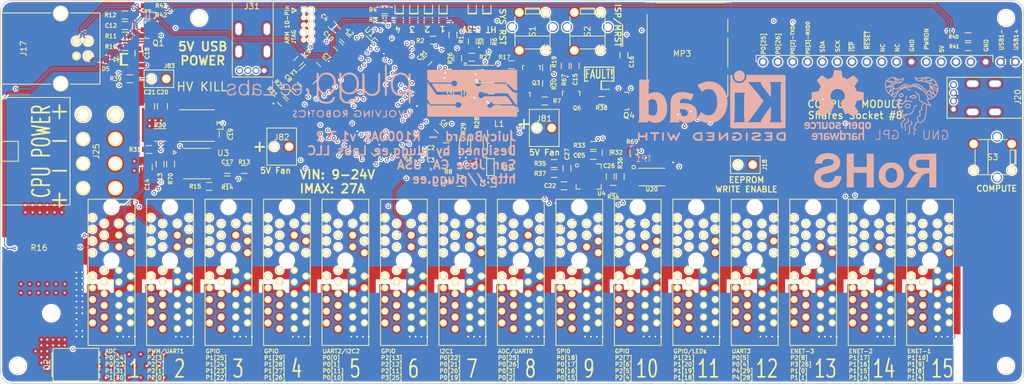
<source format=kicad_pcb>
(kicad_pcb (version 4) (host pcbnew 4.0.4+e1-6308~48~ubuntu14.04.1-stable)
  (layers (0 F.Cu signal hide) (1 In1.Cu signal hide) (2 In2.Cu signal hide) (31 B.Cu signal hide) (34 B.Paste user) (35 F.Paste user) (36 B.SilkS user) (37 F.SilkS user) (38 B.Mask user) (39 F.Mask user) (44 Edge.Cuts user))
  (net 0 "")
  (net 1 +3V3)
  (net 2 GND)
  (net 3 +5V)
  (net 4 /Power/SW3V3)
  (net 5 /Power/FB3V3)
  (net 6 HT)
  (net 7 SCL0)
  (net 8 SDA0)
  (net 9 ~MRESET)
  (net 10 /XTAL2)
  (net 11 /XTAL1)
  (net 12 /MCU_USB_D+)
  (net 13 /MCU_USB_D-)
  (net 14 /~RESET)
  (net 15 /VDDA)
  (net 16 "Net-(D1-Pad2)")
  (net 17 "Net-(D2-Pad2)")
  (net 18 "Net-(DLED1-Pad2)")
  (net 19 "Net-(DLED2-Pad2)")
  (net 20 "Net-(DLED3-Pad2)")
  (net 21 "Net-(DLED4-Pad2)")
  (net 22 /USB_D-)
  (net 23 /USB_D+)
  (net 24 /P2.9)
  (net 25 "Net-(Q1-Pad3)")
  (net 26 J06.PX1.A12.P2[13])
  (net 27 J06.PX2.A13.P2[12])
  (net 28 J06.PX3.A14.P2[11])
  (net 29 J07.PX1.A12.P0[22])
  (net 30 J07.PX2.A13.P0[21])
  (net 31 J07.PX3.A14.P0[20])
  (net 32 J07.PX4.A15.P0[19])
  (net 33 J05.PX1.A12.P0[0])
  (net 34 J05.PX2.A13.P0[1])
  (net 35 J05.PX3.A14.P0[11])
  (net 36 J05.PX4.A15.P0[10])
  (net 37 J03.PX1.A12.P1[25])
  (net 38 J03.PX2.A13.P1[24])
  (net 39 J03.PX3.A14.P1[23])
  (net 40 J03.PX4.A15.P1[22])
  (net 41 J04.PX1.A12.P1[29])
  (net 42 J04.PX2.A13.P1[28])
  (net 43 J04.PX3.A14.P1[27])
  (net 44 J04.PX4.A15.P1[26])
  (net 45 J01.PX1.A12.P0[24])
  (net 46 J01.PX2.A13.P0[23])
  (net 47 J01.PX3.A14.P1[31])
  (net 48 J01.PX4.A15.P1[30])
  (net 49 J08.PX1.A12.P0[25])
  (net 50 J08.PX2.A13.P0[26])
  (net 51 J08.PX3.A14.P0[3])
  (net 52 J08.PX4.A15.P0[2])
  (net 53 J09.PX1.A12.P0[18])
  (net 54 J09.PX2.A13.P0[17])
  (net 55 J09.PX3.A14.P0[16])
  (net 56 J09.PX4.A15.P0[15])
  (net 57 J10.PX1.A12.P2[7])
  (net 58 J10.PX2.A13.P2[6])
  (net 59 J10.PX3.A14.P2[5])
  (net 60 J10.PX4.A15.P2[4])
  (net 61 J11.PX1.A12.P1[21])
  (net 62 J11.PX2.A13.P1[20])
  (net 63 J11.PX3.A14.P1[19])
  (net 64 J11.PX4.A15.P1[18])
  (net 65 J02.PX1.A12.P2[3])
  (net 66 J02.PX2.A13.P2[2])
  (net 67 J02.PX3.A14.P2[1])
  (net 68 J02.PX4.A15.P2[0])
  (net 69 J12.PX1.A12.P0[5])
  (net 70 J12.PX2.A13.P0[4])
  (net 71 J12.PX3.A14.P4[29])
  (net 72 J12.PX4.A15.P4[28])
  (net 73 J13.PX1.A12.P2[8])
  (net 74 J13.PX2.A13.P3[26])
  (net 75 J13.PX3.A14.P1[0])
  (net 76 J13.PX4.A15.P1[1])
  (net 77 J14.PX1.A12.P1[17])
  (net 78 J14.PX2.A13.P1[16])
  (net 79 J14.PX3.A14.P1[15])
  (net 80 J14.PX4.A15.P1[14])
  (net 81 J15.PX1.A12.P1[10])
  (net 82 J15.PX2.A13.P1[9])
  (net 83 J15.PX3.A14.P1[8])
  (net 84 J15.PX4.A15.P1[4])
  (net 85 /Power/COMP5V0)
  (net 86 "Net-(C17-Pad2)")
  (net 87 /Power/BOOT5V0)
  (net 88 /Power/FB5V0)
  (net 89 /Power/SW5V0)
  (net 90 /USB_5V+)
  (net 91 SD_SSEL)
  (net 92 SD_MOSI)
  (net 93 SD_SCK)
  (net 94 SD_MISO)
  (net 95 /TMS)
  (net 96 /TCK)
  (net 97 /TDO)
  (net 98 /RTCK)
  (net 99 /TDI)
  (net 100 /~TRST)
  (net 101 HT_IN)
  (net 102 /PowerMonitor/IIN+)
  (net 103 /PowerMonitor/IIN-)
  (net 104 PFET_D)
  (net 105 /PowerMonitor/LM5060_TIMER)
  (net 106 /PowerMonitor/LM5060_GATE)
  (net 107 /PowerMonitor/LM5060_UVLO)
  (net 108 /PowerMonitor/LM5060_OVP)
  (net 109 HV_EN)
  (net 110 /PowerMonitor/LM5060_SENSE)
  (net 111 HV_~PGD)
  (net 112 "Net-(Q3-Pad1)")
  (net 113 "Net-(Q4-Pad1)")
  (net 114 "Net-(DLED5-Pad2)")
  (net 115 "Net-(DLED5-Pad1)")
  (net 116 /PowerMonitor/IN+2)
  (net 117 /PowerMonitor/IN-2)
  (net 118 /PowerMonitor/IN+1)
  (net 119 /PowerMonitor/IN-1)
  (net 120 /PowerMonitor/IN+3)
  (net 121 /PowerMonitor/IN-3)
  (net 122 3V3+)
  (net 123 5V0+)
  (net 124 3V3-)
  (net 125 5V0-)
  (net 126 J06.PX4.A15.P3[25])
  (net 127 LV_EN)
  (net 128 "Net-(Q3-Pad3)")
  (net 129 "Net-(Q5-Pad3)")
  (net 130 /HV_EN_CONN)
  (net 131 /PowerMonitor/LM5060_~PGD)
  (net 132 /EE_~WC)
  (net 133 /PWRON)
  (net 134 /COMPUTE_USB-)
  (net 135 /COMPUTE_USB+)
  (net 136 /IUSB_D+)
  (net 137 /IUSB_D-)
  (module Main:SOP127P490X390X100-8NT320X240 (layer F.Cu) (at 84.6 101.4)
    (fp_text reference U3 (at 4.5 -1.8) (layer F.SilkS))
    (fp_text value BD9E302EFJ-E2 hide)
    (pad 1 smd rect (at -2.625 -1.905) (size 1.35 0.75) (layers F.Cu F.Paste F.Mask) (net 87 /Power/BOOT5V0))
    (pad 2 smd rect (at -2.625 -0.635) (size 1.35 0.75) (layers F.Cu F.Paste F.Mask) (net 6 HT))
    (pad 3 smd rect (at -2.625 0.635) (size 1.35 0.75) (layers F.Cu F.Paste F.Mask) (net 127 LV_EN))
    (pad 4 smd rect (at -2.625 1.905) (size 1.35 0.75) (layers F.Cu F.Paste F.Mask) (net 2 GND))
    (pad 5 smd rect (at 2.625 1.905) (size 1.35 0.75) (layers F.Cu F.Paste F.Mask) (net 88 /Power/FB5V0))
    (pad 6 smd rect (at 2.625 0.635) (size 1.35 0.75) (layers F.Cu F.Paste F.Mask) (net 85 /Power/COMP5V0))
    (pad 7 smd rect (at 2.625 -0.635) (size 1.35 0.75) (layers F.Cu F.Paste F.Mask) (net 2 GND))
    (pad 8 smd rect (at 2.625 -1.905) (size 1.35 0.75) (layers F.Cu F.Paste F.Mask) (net 89 /Power/SW5V0))
    (pad 9 smd rect (at 0 0) (size 3.2 4.9) (layers F.Cu F.Paste F.Mask) (net 2 GND))
  )
  (module Main:SOT190P290X130X100-3 (layer F.Cu) (at 76.4 78.5 90)
    (fp_text reference Q1 (at -2.3 1.6 180) (layer F.SilkS))
    (fp_text value DMG2305UX-7 hide)
    (pad 1 smd rect (at -0.95 1.00076 90) (size 0.8001 0.8001) (layers F.Cu F.Paste F.Mask) (net 24 /P2.9))
    (pad 2 smd rect (at 0.95 1.00076 90) (size 0.8001 0.8001) (layers F.Cu F.Paste F.Mask) (net 1 +3V3))
    (pad 3 smd rect (at 0 -0.99822 90) (size 0.8001 0.8001) (layers F.Cu F.Paste F.Mask) (net 25 "Net-(Q1-Pad3)"))
  )
  (module Main:QFP50P1400X1400X160-100 (layer F.Cu) (at 115 90 315)
    (fp_text reference U1 (at -8.414571 -7.2832 315) (layer F.SilkS))
    (fp_text value LPC1769FBD100,551 hide)
    (pad 1 smd rect (at -7.7 -6 315) (size 1.5 0.3) (layers F.Cu F.Paste F.Mask) (net 97 /TDO))
    (pad 2 smd rect (at -7.7 -5.5 315) (size 1.5 0.3) (layers F.Cu F.Paste F.Mask) (net 99 /TDI))
    (pad 3 smd rect (at -7.7 -5 315) (size 1.5 0.3) (layers F.Cu F.Paste F.Mask) (net 95 /TMS))
    (pad 4 smd rect (at -7.7 -4.5 315) (size 1.5 0.3) (layers F.Cu F.Paste F.Mask) (net 100 /~TRST))
    (pad 5 smd rect (at -7.7 -4 315) (size 1.5 0.3) (layers F.Cu F.Paste F.Mask) (net 96 /TCK))
    (pad 6 smd rect (at -7.7 -3.5 315) (size 1.5 0.3) (layers F.Cu F.Paste F.Mask) (net 50 J08.PX2.A13.P0[26]))
    (pad 7 smd rect (at -7.7 -3 315) (size 1.5 0.3) (layers F.Cu F.Paste F.Mask) (net 49 J08.PX1.A12.P0[25]))
    (pad 8 smd rect (at -7.7 -2.5 315) (size 1.5 0.3) (layers F.Cu F.Paste F.Mask) (net 45 J01.PX1.A12.P0[24]))
    (pad 9 smd rect (at -7.7 -2 315) (size 1.5 0.3) (layers F.Cu F.Paste F.Mask) (net 46 J01.PX2.A13.P0[23]))
    (pad 10 smd rect (at -7.7 -1.5 315) (size 1.5 0.3) (layers F.Cu F.Paste F.Mask) (net 15 /VDDA))
    (pad 11 smd rect (at -7.7 -1 315) (size 1.5 0.3) (layers F.Cu F.Paste F.Mask) (net 2 GND))
    (pad 12 smd rect (at -7.7 -0.5 315) (size 1.5 0.3) (layers F.Cu F.Paste F.Mask) (net 15 /VDDA))
    (pad 13 smd rect (at -7.7 0 315) (size 1.5 0.3) (layers F.Cu F.Paste F.Mask))
    (pad 14 smd rect (at -7.7 0.5 315) (size 1.5 0.3) (layers F.Cu F.Paste F.Mask))
    (pad 15 smd rect (at -7.7 1 315) (size 1.5 0.3) (layers F.Cu F.Paste F.Mask) (net 2 GND))
    (pad 16 smd rect (at -7.7 1.5 315) (size 1.5 0.3) (layers F.Cu F.Paste F.Mask))
    (pad 17 smd rect (at -7.7 2 315) (size 1.5 0.3) (layers F.Cu F.Paste F.Mask) (net 14 /~RESET))
    (pad 18 smd rect (at -7.7 2.5 315) (size 1.5 0.3) (layers F.Cu F.Paste F.Mask))
    (pad 19 smd rect (at -7.7 3 315) (size 1.5 0.3) (layers F.Cu F.Paste F.Mask) (net 1 +3V3))
    (pad 20 smd rect (at -7.7 3.5 315) (size 1.5 0.3) (layers F.Cu F.Paste F.Mask) (net 47 J01.PX3.A14.P1[31]))
    (pad 21 smd rect (at -7.7 4 315) (size 1.5 0.3) (layers F.Cu F.Paste F.Mask) (net 48 J01.PX4.A15.P1[30]))
    (pad 22 smd rect (at -7.7 4.5 315) (size 1.5 0.3) (layers F.Cu F.Paste F.Mask) (net 11 /XTAL1))
    (pad 23 smd rect (at -7.7 5 315) (size 1.5 0.3) (layers F.Cu F.Paste F.Mask) (net 10 /XTAL2))
    (pad 24 smd rect (at -7.7 5.5 315) (size 1.5 0.3) (layers F.Cu F.Paste F.Mask) (net 7 SCL0))
    (pad 25 smd rect (at -7.7 6 315) (size 1.5 0.3) (layers F.Cu F.Paste F.Mask) (net 8 SDA0))
    (pad 26 smd rect (at -6 7.7 45) (size 1.5 0.3) (layers F.Cu F.Paste F.Mask) (net 74 J13.PX2.A13.P3[26]))
    (pad 27 smd rect (at -5.5 7.7 45) (size 1.5 0.3) (layers F.Cu F.Paste F.Mask) (net 126 J06.PX4.A15.P3[25]))
    (pad 28 smd rect (at -5 7.7 45) (size 1.5 0.3) (layers F.Cu F.Paste F.Mask) (net 1 +3V3))
    (pad 29 smd rect (at -4.5 7.7 45) (size 1.5 0.3) (layers F.Cu F.Paste F.Mask) (net 12 /MCU_USB_D+))
    (pad 30 smd rect (at -4 7.7 45) (size 1.5 0.3) (layers F.Cu F.Paste F.Mask) (net 13 /MCU_USB_D-))
    (pad 31 smd rect (at -3.5 7.7 45) (size 1.5 0.3) (layers F.Cu F.Paste F.Mask) (net 2 GND))
    (pad 32 smd rect (at -3 7.7 45) (size 1.5 0.3) (layers F.Cu F.Paste F.Mask) (net 64 J11.PX4.A15.P1[18]))
    (pad 33 smd rect (at -2.5 7.7 45) (size 1.5 0.3) (layers F.Cu F.Paste F.Mask) (net 63 J11.PX3.A14.P1[19]))
    (pad 34 smd rect (at -2 7.7 45) (size 1.5 0.3) (layers F.Cu F.Paste F.Mask) (net 62 J11.PX2.A13.P1[20]))
    (pad 35 smd rect (at -1.5 7.7 45) (size 1.5 0.3) (layers F.Cu F.Paste F.Mask) (net 61 J11.PX1.A12.P1[21]))
    (pad 36 smd rect (at -1 7.7 45) (size 1.5 0.3) (layers F.Cu F.Paste F.Mask) (net 40 J03.PX4.A15.P1[22]))
    (pad 37 smd rect (at -0.5 7.7 45) (size 1.5 0.3) (layers F.Cu F.Paste F.Mask) (net 39 J03.PX3.A14.P1[23]))
    (pad 38 smd rect (at 0 7.7 45) (size 1.5 0.3) (layers F.Cu F.Paste F.Mask) (net 38 J03.PX2.A13.P1[24]))
    (pad 39 smd rect (at 0.5 7.7 45) (size 1.5 0.3) (layers F.Cu F.Paste F.Mask) (net 37 J03.PX1.A12.P1[25]))
    (pad 40 smd rect (at 1 7.7 45) (size 1.5 0.3) (layers F.Cu F.Paste F.Mask) (net 44 J04.PX4.A15.P1[26]))
    (pad 41 smd rect (at 1.5 7.7 45) (size 1.5 0.3) (layers F.Cu F.Paste F.Mask) (net 2 GND))
    (pad 42 smd rect (at 2 7.7 45) (size 1.5 0.3) (layers F.Cu F.Paste F.Mask) (net 1 +3V3))
    (pad 43 smd rect (at 2.5 7.7 45) (size 1.5 0.3) (layers F.Cu F.Paste F.Mask) (net 43 J04.PX3.A14.P1[27]))
    (pad 44 smd rect (at 3 7.7 45) (size 1.5 0.3) (layers F.Cu F.Paste F.Mask) (net 42 J04.PX2.A13.P1[28]))
    (pad 45 smd rect (at 3.5 7.7 45) (size 1.5 0.3) (layers F.Cu F.Paste F.Mask) (net 41 J04.PX1.A12.P1[29]))
    (pad 46 smd rect (at 4 7.7 45) (size 1.5 0.3) (layers F.Cu F.Paste F.Mask) (net 33 J05.PX1.A12.P0[0]))
    (pad 47 smd rect (at 4.5 7.7 45) (size 1.5 0.3) (layers F.Cu F.Paste F.Mask) (net 34 J05.PX2.A13.P0[1]))
    (pad 48 smd rect (at 5 7.7 45) (size 1.5 0.3) (layers F.Cu F.Paste F.Mask) (net 36 J05.PX4.A15.P0[10]))
    (pad 49 smd rect (at 5.5 7.7 45) (size 1.5 0.3) (layers F.Cu F.Paste F.Mask) (net 35 J05.PX3.A14.P0[11]))
    (pad 50 smd rect (at 6 7.7 45) (size 1.5 0.3) (layers F.Cu F.Paste F.Mask) (net 26 J06.PX1.A12.P2[13]))
    (pad 51 smd rect (at 7.7 6 315) (size 1.5 0.3) (layers F.Cu F.Paste F.Mask) (net 27 J06.PX2.A13.P2[12]))
    (pad 52 smd rect (at 7.7 5.5 315) (size 1.5 0.3) (layers F.Cu F.Paste F.Mask) (net 28 J06.PX3.A14.P2[11]))
    (pad 53 smd rect (at 7.7 5 315) (size 1.5 0.3) (layers F.Cu F.Paste F.Mask) (net 9 ~MRESET))
    (pad 54 smd rect (at 7.7 4.5 315) (size 1.5 0.3) (layers F.Cu F.Paste F.Mask) (net 1 +3V3))
    (pad 55 smd rect (at 7.7 4 315) (size 1.5 0.3) (layers F.Cu F.Paste F.Mask) (net 2 GND))
    (pad 56 smd rect (at 7.7 3.5 315) (size 1.5 0.3) (layers F.Cu F.Paste F.Mask) (net 29 J07.PX1.A12.P0[22]))
    (pad 57 smd rect (at 7.7 3 315) (size 1.5 0.3) (layers F.Cu F.Paste F.Mask) (net 30 J07.PX2.A13.P0[21]))
    (pad 58 smd rect (at 7.7 2.5 315) (size 1.5 0.3) (layers F.Cu F.Paste F.Mask) (net 31 J07.PX3.A14.P0[20]))
    (pad 59 smd rect (at 7.7 2 315) (size 1.5 0.3) (layers F.Cu F.Paste F.Mask) (net 32 J07.PX4.A15.P0[19]))
    (pad 60 smd rect (at 7.7 1.5 315) (size 1.5 0.3) (layers F.Cu F.Paste F.Mask) (net 53 J09.PX1.A12.P0[18]))
    (pad 61 smd rect (at 7.7 1 315) (size 1.5 0.3) (layers F.Cu F.Paste F.Mask) (net 54 J09.PX2.A13.P0[17]))
    (pad 62 smd rect (at 7.7 0.5 315) (size 1.5 0.3) (layers F.Cu F.Paste F.Mask) (net 56 J09.PX4.A15.P0[15]))
    (pad 63 smd rect (at 7.7 0 315) (size 1.5 0.3) (layers F.Cu F.Paste F.Mask) (net 55 J09.PX3.A14.P0[16]))
    (pad 64 smd rect (at 7.7 -0.5 315) (size 1.5 0.3) (layers F.Cu F.Paste F.Mask) (net 24 /P2.9))
    (pad 65 smd rect (at 7.7 -1 315) (size 1.5 0.3) (layers F.Cu F.Paste F.Mask) (net 73 J13.PX1.A12.P2[8]))
    (pad 66 smd rect (at 7.7 -1.5 315) (size 1.5 0.3) (layers F.Cu F.Paste F.Mask) (net 57 J10.PX1.A12.P2[7]))
    (pad 67 smd rect (at 7.7 -2 315) (size 1.5 0.3) (layers F.Cu F.Paste F.Mask) (net 58 J10.PX2.A13.P2[6]))
    (pad 68 smd rect (at 7.7 -2.5 315) (size 1.5 0.3) (layers F.Cu F.Paste F.Mask) (net 59 J10.PX3.A14.P2[5]))
    (pad 69 smd rect (at 7.7 -3 315) (size 1.5 0.3) (layers F.Cu F.Paste F.Mask) (net 60 J10.PX4.A15.P2[4]))
    (pad 70 smd rect (at 7.7 -3.5 315) (size 1.5 0.3) (layers F.Cu F.Paste F.Mask) (net 65 J02.PX1.A12.P2[3]))
    (pad 71 smd rect (at 7.7 -4 315) (size 1.5 0.3) (layers F.Cu F.Paste F.Mask) (net 1 +3V3))
    (pad 72 smd rect (at 7.7 -4.5 315) (size 1.5 0.3) (layers F.Cu F.Paste F.Mask) (net 2 GND))
    (pad 73 smd rect (at 7.7 -5 315) (size 1.5 0.3) (layers F.Cu F.Paste F.Mask) (net 66 J02.PX2.A13.P2[2]))
    (pad 74 smd rect (at 7.7 -5.5 315) (size 1.5 0.3) (layers F.Cu F.Paste F.Mask) (net 67 J02.PX3.A14.P2[1]))
    (pad 75 smd rect (at 7.7 -6 315) (size 1.5 0.3) (layers F.Cu F.Paste F.Mask) (net 68 J02.PX4.A15.P2[0]))
    (pad 76 smd rect (at 6 -7.7 45) (size 1.5 0.3) (layers F.Cu F.Paste F.Mask) (net 92 SD_MOSI))
    (pad 77 smd rect (at 5.5 -7.7 45) (size 1.5 0.3) (layers F.Cu F.Paste F.Mask) (net 94 SD_MISO))
    (pad 78 smd rect (at 5 -7.7 45) (size 1.5 0.3) (layers F.Cu F.Paste F.Mask) (net 93 SD_SCK))
    (pad 79 smd rect (at 4.5 -7.7 45) (size 1.5 0.3) (layers F.Cu F.Paste F.Mask) (net 91 SD_SSEL))
    (pad 80 smd rect (at 4 -7.7 45) (size 1.5 0.3) (layers F.Cu F.Paste F.Mask) (net 69 J12.PX1.A12.P0[5]))
    (pad 81 smd rect (at 3.5 -7.7 45) (size 1.5 0.3) (layers F.Cu F.Paste F.Mask) (net 70 J12.PX2.A13.P0[4]))
    (pad 82 smd rect (at 3 -7.7 45) (size 1.5 0.3) (layers F.Cu F.Paste F.Mask) (net 72 J12.PX4.A15.P4[28]))
    (pad 83 smd rect (at 2.5 -7.7 45) (size 1.5 0.3) (layers F.Cu F.Paste F.Mask) (net 2 GND))
    (pad 84 smd rect (at 2 -7.7 45) (size 1.5 0.3) (layers F.Cu F.Paste F.Mask) (net 1 +3V3))
    (pad 85 smd rect (at 1.5 -7.7 45) (size 1.5 0.3) (layers F.Cu F.Paste F.Mask) (net 71 J12.PX3.A14.P4[29]))
    (pad 86 smd rect (at 1 -7.7 45) (size 1.5 0.3) (layers F.Cu F.Paste F.Mask) (net 77 J14.PX1.A12.P1[17]))
    (pad 87 smd rect (at 0.5 -7.7 45) (size 1.5 0.3) (layers F.Cu F.Paste F.Mask) (net 78 J14.PX2.A13.P1[16]))
    (pad 88 smd rect (at 0 -7.7 45) (size 1.5 0.3) (layers F.Cu F.Paste F.Mask) (net 79 J14.PX3.A14.P1[15]))
    (pad 89 smd rect (at -0.5 -7.7 45) (size 1.5 0.3) (layers F.Cu F.Paste F.Mask) (net 80 J14.PX4.A15.P1[14]))
    (pad 90 smd rect (at -1 -7.7 45) (size 1.5 0.3) (layers F.Cu F.Paste F.Mask) (net 81 J15.PX1.A12.P1[10]))
    (pad 91 smd rect (at -1.5 -7.7 45) (size 1.5 0.3) (layers F.Cu F.Paste F.Mask) (net 82 J15.PX2.A13.P1[9]))
    (pad 92 smd rect (at -2 -7.7 45) (size 1.5 0.3) (layers F.Cu F.Paste F.Mask) (net 83 J15.PX3.A14.P1[8]))
    (pad 93 smd rect (at -2.5 -7.7 45) (size 1.5 0.3) (layers F.Cu F.Paste F.Mask) (net 84 J15.PX4.A15.P1[4]))
    (pad 94 smd rect (at -3 -7.7 45) (size 1.5 0.3) (layers F.Cu F.Paste F.Mask) (net 76 J13.PX4.A15.P1[1]))
    (pad 95 smd rect (at -3.5 -7.7 45) (size 1.5 0.3) (layers F.Cu F.Paste F.Mask) (net 75 J13.PX3.A14.P1[0]))
    (pad 96 smd rect (at -4 -7.7 45) (size 1.5 0.3) (layers F.Cu F.Paste F.Mask) (net 1 +3V3))
    (pad 97 smd rect (at -4.5 -7.7 45) (size 1.5 0.3) (layers F.Cu F.Paste F.Mask) (net 2 GND))
    (pad 98 smd rect (at -5 -7.7 45) (size 1.5 0.3) (layers F.Cu F.Paste F.Mask) (net 52 J08.PX4.A15.P0[2]))
    (pad 99 smd rect (at -5.5 -7.7 45) (size 1.5 0.3) (layers F.Cu F.Paste F.Mask) (net 51 J08.PX3.A14.P0[3]))
    (pad 100 smd rect (at -6 -7.7 45) (size 1.5 0.3) (layers F.Cu F.Paste F.Mask) (net 98 /RTCK))
  )
  (module Main:USB_A_RECEPTACLE_2 (layer F.Cu) (at 94 85.5 180)
    (fp_text reference J31 (at 0 11 180) (layer F.SilkS))
    (fp_text value USB_A_RECEPTACLE_2 hide)
    (pad 1 thru_hole circle (at 2.1 0 180) (size 1.2 1.2) (drill 0.8) (layers *.Cu *.Mask) (net 3 +5V))
    (pad 2 thru_hole circle (at 0.7 0 180) (size 1.2 1.2) (drill 0.8) (layers *.Cu *.Mask))
    (pad 3 thru_hole circle (at -0.7 0 180) (size 1.2 1.2) (drill 0.8) (layers *.Cu *.Mask))
    (pad 4 thru_hole circle (at -2.1 0 180) (size 1.2 1.2) (drill 0.8) (layers *.Cu *.Mask) (net 2 GND))
    (pad 5 thru_hole oval (at 2.27 7.11 180) (size 1.5 2.4) (drill oval 1.1 2) (layers *.Cu *.Mask) (net 2 GND))
    (pad 5 thru_hole oval (at 2.27 3.27 180) (size 1.5 2.4) (drill oval 1.1 2) (layers *.Cu *.Mask) (net 2 GND))
    (pad 5 thru_hole oval (at -2.57 7.11 180) (size 1.5 2.4) (drill oval 1.1 2) (layers *.Cu *.Mask) (net 2 GND))
    (pad 5 thru_hole oval (at -2.57 3.27 180) (size 1.5 2.4) (drill oval 1.1 2) (layers *.Cu *.Mask) (net 2 GND))
  )
  (module Main:CAPC0805 (layer F.Cu) (at 76.5 91.6 90)
    (fp_text reference C21 (at 2.4 0 180) (layer F.SilkS) (effects (font (size 0.7 0.7))))
    (fp_text value CC0805MKX5R5BB226 hide)
    (pad 1 smd rect (at -1.025 0 90) (size 1.4 1.5) (layers F.Cu F.Paste F.Mask) (net 3 +5V))
    (pad 2 smd rect (at 1.025 0 90) (size 1.4 1.5) (layers F.Cu F.Paste F.Mask) (net 2 GND))
  )
  (module Main:CAPC0805 (layer F.Cu) (at 78.7 91.6 90)
    (fp_text reference C20 (at 2.4 0 180) (layer F.SilkS) (effects (font (size 0.7 0.7))))
    (fp_text value CC0805MKX5R5BB226 hide)
    (pad 1 smd rect (at -1.025 0 90) (size 1.4 1.5) (layers F.Cu F.Paste F.Mask) (net 3 +5V))
    (pad 2 smd rect (at 1.025 0 90) (size 1.4 1.5) (layers F.Cu F.Paste F.Mask) (net 2 GND))
  )
  (module Main:CAPC0805 (layer F.Cu) (at 127.2 100.8 180)
    (fp_text reference C3 (at 2.6 0 180) (layer F.SilkS) (effects (font (size 0.7 0.7))))
    (fp_text value CC0805MKX5R5BB226 hide)
    (pad 1 smd rect (at -1.025 0 180) (size 1.4 1.5) (layers F.Cu F.Paste F.Mask) (net 1 +3V3))
    (pad 2 smd rect (at 1.025 0 180) (size 1.4 1.5) (layers F.Cu F.Paste F.Mask) (net 2 GND))
  )
  (module Main:CAPC0805 (layer F.Cu) (at 127.2 98.7 180)
    (fp_text reference C2 (at 2.6 0 180) (layer F.SilkS) (effects (font (size 0.7 0.7))))
    (fp_text value CC0805MKX5R5BB226 hide)
    (pad 1 smd rect (at -1.025 0 180) (size 1.4 1.5) (layers F.Cu F.Paste F.Mask) (net 1 +3V3))
    (pad 2 smd rect (at 1.025 0 180) (size 1.4 1.5) (layers F.Cu F.Paste F.Mask) (net 2 GND))
  )
  (module Main:CAPC0603 (layer F.Cu) (at 74.7 82.525 270)
    (fp_text reference C18 (at 0 -1.4 270) (layer F.SilkS) (effects (font (size 0.7 0.7))))
    (fp_text value CC0603JRNPO9BN180)
    (pad 1 smd rect (at -0.7745 0 270) (size 0.787 0.864) (layers F.Cu F.Paste F.Mask) (net 13 /MCU_USB_D-))
    (pad 2 smd rect (at 0.7745 0 270) (size 0.787 0.864) (layers F.Cu F.Paste F.Mask) (net 2 GND))
  )
  (module Main:CAPC0603 (layer F.Cu) (at 72.3 77.8 180)
    (fp_text reference C12 (at 2.4 0 180) (layer F.SilkS) (effects (font (size 0.7 0.7))))
    (fp_text value CC0603JRNPO9BN180)
    (pad 1 smd rect (at -0.7745 0 180) (size 0.787 0.864) (layers F.Cu F.Paste F.Mask) (net 12 /MCU_USB_D+))
    (pad 2 smd rect (at 0.7745 0 180) (size 0.787 0.864) (layers F.Cu F.Paste F.Mask) (net 2 GND))
  )
  (module Main:CAPC0603 (layer F.Cu) (at 135.3 104.7 180)
    (fp_text reference C1 (at 1.8 0 270) (layer F.SilkS) (effects (font (size 0.7 0.7))))
    (fp_text value CC0603KRX5R5BB475)
    (pad 1 smd rect (at -0.7745 0 180) (size 0.787 0.864) (layers F.Cu F.Paste F.Mask) (net 3 +5V))
    (pad 2 smd rect (at 0.7745 0 180) (size 0.787 0.864) (layers F.Cu F.Paste F.Mask) (net 2 GND))
  )
  (module Main:CAPC0603 (layer F.Cu) (at 107.875 77.875 135)
    (fp_text reference C4 (at 2.085965 0 135) (layer F.SilkS) (effects (font (size 0.7 0.7))))
    (fp_text value CC0603KRX7R9BB104)
    (pad 1 smd rect (at -0.7745 0 135) (size 0.787 0.864) (layers F.Cu F.Paste F.Mask) (net 1 +3V3))
    (pad 2 smd rect (at 0.7745 0 135) (size 0.787 0.864) (layers F.Cu F.Paste F.Mask) (net 2 GND))
  )
  (module Main:CAPC0603 (layer F.Cu) (at 119.9 101.3 315)
    (fp_text reference C5 (at 0 -1.27 315) (layer F.SilkS) (effects (font (size 0.7 0.7))))
    (fp_text value CC0603KRX7R9BB104)
    (pad 1 smd rect (at -0.7745 0 315) (size 0.787 0.864) (layers F.Cu F.Paste F.Mask) (net 1 +3V3))
    (pad 2 smd rect (at 0.7745 0 315) (size 0.787 0.864) (layers F.Cu F.Paste F.Mask) (net 2 GND))
  )
  (module Main:CAPC0603 (layer F.Cu) (at 126 95.4 315)
    (fp_text reference C6 (at 0 -1.27 315) (layer F.SilkS) (effects (font (size 0.7 0.7))))
    (fp_text value CC0603KRX7R9BB104)
    (pad 1 smd rect (at -0.7745 0 315) (size 0.787 0.864) (layers F.Cu F.Paste F.Mask) (net 1 +3V3))
    (pad 2 smd rect (at 0.7745 0 315) (size 0.787 0.864) (layers F.Cu F.Paste F.Mask) (net 2 GND))
  )
  (module Main:CAPC0603 (layer F.Cu) (at 105.9 84 135)
    (fp_text reference C7 (at 0 1.272792 135) (layer F.SilkS) (effects (font (size 0.7 0.7))))
    (fp_text value CC0603KRX7R9BB104)
    (pad 1 smd rect (at -0.7745 0 135) (size 0.787 0.864) (layers F.Cu F.Paste F.Mask) (net 1 +3V3))
    (pad 2 smd rect (at 0.7745 0 135) (size 0.787 0.864) (layers F.Cu F.Paste F.Mask) (net 2 GND))
  )
  (module Main:CAPC0603 (layer F.Cu) (at 101.7 88.3 135)
    (fp_text reference C8 (at 2.12132 0 135) (layer F.SilkS) (effects (font (size 0.7 0.7))))
    (fp_text value CC0603JRNPO9BN120)
    (pad 1 smd rect (at -0.7745 0 135) (size 0.787 0.864) (layers F.Cu F.Paste F.Mask) (net 10 /XTAL2))
    (pad 2 smd rect (at 0.7745 0 135) (size 0.787 0.864) (layers F.Cu F.Paste F.Mask) (net 2 GND))
  )
  (module Main:CAPC0603 (layer F.Cu) (at 102 83.9 225)
    (fp_text reference C9 (at -2.05061 -0.070711 225) (layer F.SilkS) (effects (font (size 0.7 0.7))))
    (fp_text value CC0603JRNPO9BN120)
    (pad 1 smd rect (at -0.7745 0 225) (size 0.787 0.864) (layers F.Cu F.Paste F.Mask) (net 11 /XTAL1))
    (pad 2 smd rect (at 0.7745 0 225) (size 0.787 0.864) (layers F.Cu F.Paste F.Mask) (net 2 GND))
  )
  (module Main:CAPC0603 (layer F.Cu) (at 108.8 81.275 135)
    (fp_text reference C10 (at 2.386485 -0.017678 135) (layer F.SilkS) (effects (font (size 0.7 0.7))))
    (fp_text value CC0603KRX7R9BB104)
    (pad 1 smd rect (at -0.7745 0 135) (size 0.787 0.864) (layers F.Cu F.Paste F.Mask) (net 15 /VDDA))
    (pad 2 smd rect (at 0.7745 0 135) (size 0.787 0.864) (layers F.Cu F.Paste F.Mask) (net 2 GND))
  )
  (module Main:CAPC0603 (layer F.Cu) (at 124 83.8 45)
    (fp_text reference C11 (at 0 -1.27 45) (layer F.SilkS) (effects (font (size 0.7 0.7))))
    (fp_text value CC0603KRX7R9BB104)
    (pad 1 smd rect (at -0.7745 0 45) (size 0.787 0.864) (layers F.Cu F.Paste F.Mask) (net 1 +3V3))
    (pad 2 smd rect (at 0.7745 0 45) (size 0.787 0.864) (layers F.Cu F.Paste F.Mask) (net 2 GND))
  )
  (module Main:CAPC0603 (layer F.Cu) (at 78.3 101.5 270)
    (fp_text reference C13 (at 2.5 0 270) (layer F.SilkS) (effects (font (size 0.7 0.7))))
    (fp_text value CC0603KRX7R9BB104)
    (pad 1 smd rect (at -0.7745 0 270) (size 0.787 0.864) (layers F.Cu F.Paste F.Mask) (net 6 HT))
    (pad 2 smd rect (at 0.7745 0 270) (size 0.787 0.864) (layers F.Cu F.Paste F.Mask) (net 2 GND))
  )
  (module Main:CAPC0603 (layer F.Cu) (at 149.3 84.7 270)
    (fp_text reference C15 (at 2.3 0 270) (layer F.SilkS) (effects (font (size 0.7 0.7))))
    (fp_text value CC0603KRX7R9BB103)
    (pad 1 smd rect (at -0.7745 0 270) (size 0.787 0.864) (layers F.Cu F.Paste F.Mask) (net 14 /~RESET))
    (pad 2 smd rect (at 0.7745 0 270) (size 0.787 0.864) (layers F.Cu F.Paste F.Mask) (net 2 GND))
  )
  (module Main:CAPC0603 (layer F.Cu) (at 157.625 82.875 270)
    (fp_text reference C16 (at 1.125 -1.325 270) (layer F.SilkS) (effects (font (size 0.7 0.7))))
    (fp_text value CC0603KRX7R9BB103)
    (pad 1 smd rect (at -0.7745 0 270) (size 0.787 0.864) (layers F.Cu F.Paste F.Mask) (net 9 ~MRESET))
    (pad 2 smd rect (at 0.7745 0 270) (size 0.787 0.864) (layers F.Cu F.Paste F.Mask) (net 2 GND))
  )
  (module Main:CAPC0603 (layer F.Cu) (at 89.8 102.4)
    (fp_text reference C17 (at 0 -1.27) (layer F.SilkS) (effects (font (size 0.7 0.7))))
    (fp_text value CC0603KRX7R9BB682)
    (pad 1 smd rect (at -0.7745 0) (size 0.787 0.864) (layers F.Cu F.Paste F.Mask) (net 85 /Power/COMP5V0))
    (pad 2 smd rect (at 0.7745 0) (size 0.787 0.864) (layers F.Cu F.Paste F.Mask) (net 86 "Net-(C17-Pad2)"))
  )
  (module Main:CAPC0603 (layer F.Cu) (at 89.1 96.4 270)
    (fp_text reference C19 (at 0 -1.27 270) (layer F.SilkS) (effects (font (size 0.7 0.7))))
    (fp_text value CC0603KRX7R9BB104)
    (pad 1 smd rect (at -0.7745 0 270) (size 0.787 0.864) (layers F.Cu F.Paste F.Mask) (net 87 /Power/BOOT5V0))
    (pad 2 smd rect (at 0.7745 0 270) (size 0.787 0.864) (layers F.Cu F.Paste F.Mask) (net 89 /Power/SW5V0))
  )
  (module Main:CONN127P-02X05 (layer F.Cu) (at 103.5 77.7 270)
    (fp_text reference J16 hide)
    (fp_text value CONN127P-02X05 hide)
    (pad 1 thru_hole circle (at -2.54 0.635 270) (size 1.016 1.016) (drill 0.762) (layers *.Cu *.Mask F.SilkS) (net 1 +3V3))
    (pad 2 thru_hole circle (at -2.54 -0.635 270) (size 1.016 1.016) (drill 0.762) (layers *.Cu *.Mask F.SilkS) (net 95 /TMS))
    (pad 3 thru_hole circle (at -1.27 0.635 270) (size 1.016 1.016) (drill 0.762) (layers *.Cu *.Mask F.SilkS) (net 2 GND))
    (pad 4 thru_hole circle (at -1.27 -0.635 270) (size 1.016 1.016) (drill 0.762) (layers *.Cu *.Mask F.SilkS) (net 96 /TCK))
    (pad 5 thru_hole circle (at 0 0.635 270) (size 1.016 1.016) (drill 0.762) (layers *.Cu *.Mask F.SilkS) (net 2 GND))
    (pad 6 thru_hole circle (at 0 -0.635 270) (size 1.016 1.016) (drill 0.762) (layers *.Cu *.Mask F.SilkS) (net 97 /TDO))
    (pad 7 thru_hole circle (at 1.27 0.635 270) (size 1.016 1.016) (drill 0.762) (layers *.Cu *.Mask F.SilkS) (net 98 /RTCK))
    (pad 8 thru_hole circle (at 1.27 -0.635 270) (size 1.016 1.016) (drill 0.762) (layers *.Cu *.Mask F.SilkS) (net 99 /TDI))
    (pad 9 thru_hole circle (at 2.54 0.635 270) (size 1.016 1.016) (drill 0.762) (layers *.Cu *.Mask F.SilkS) (net 2 GND))
    (pad 10 thru_hole circle (at 2.54 -0.635 270) (size 1.016 1.016) (drill 0.762) (layers *.Cu *.Mask F.SilkS) (net 100 /~TRST))
  )
  (module Main:XTAL320X250X100 (layer F.Cu) (at 103.8 86.1 45)
    (fp_text reference Y1 (at -1.626346 -2.05061 45) (layer F.SilkS) (effects (font (size 0.7 0.7))))
    (fp_text value XTAL4_12MHz hide)
    (pad 1 smd rect (at -1.1 0.85 45) (size 1.4 1.2) (layers F.Cu F.Paste F.Mask) (net 10 /XTAL2))
    (pad 2 smd rect (at 1.1 0.85 45) (size 1.4 1.2) (layers F.Cu F.Paste F.Mask) (net 2 GND))
    (pad 3 smd rect (at 1.1 -0.85 45) (size 1.4 1.2) (layers F.Cu F.Paste F.Mask) (net 11 /XTAL1))
    (pad 4 smd rect (at -1.1 -0.85 45) (size 1.4 1.2) (layers F.Cu F.Paste F.Mask) (net 2 GND))
  )
  (module Main:RESC0603 (layer F.Cu) (at 86.7 105.3 180)
    (fp_text reference R15 (at 2.4 0 180) (layer F.SilkS) (effects (font (size 0.7 0.7))))
    (fp_text value RC0603FR-079K76L)
    (pad 1 smd rect (at -0.7745 0 180) (size 0.787 0.864) (layers F.Cu F.Paste F.Mask) (net 88 /Power/FB5V0))
    (pad 2 smd rect (at 0.7745 0 180) (size 0.787 0.864) (layers F.Cu F.Paste F.Mask) (net 2 GND))
  )
  (module Main:RESC0603 (layer F.Cu) (at 89.8 104.2 180)
    (fp_text reference R14 (at 0 -1.27 180) (layer F.SilkS) (effects (font (size 0.7 0.7))))
    (fp_text value RC0603FR-0751K1L)
    (pad 1 smd rect (at -0.7745 0 180) (size 0.787 0.864) (layers F.Cu F.Paste F.Mask) (net 3 +5V))
    (pad 2 smd rect (at 0.7745 0 180) (size 0.787 0.864) (layers F.Cu F.Paste F.Mask) (net 88 /Power/FB5V0))
  )
  (module Main:RESC0603 (layer F.Cu) (at 92.7 102.4)
    (fp_text reference R13 (at 0 -1.27) (layer F.SilkS) (effects (font (size 0.7 0.7))))
    (fp_text value RC0603FR-0710KL)
    (pad 1 smd rect (at -0.7745 0) (size 0.787 0.864) (layers F.Cu F.Paste F.Mask) (net 86 "Net-(C17-Pad2)"))
    (pad 2 smd rect (at 0.7745 0) (size 0.787 0.864) (layers F.Cu F.Paste F.Mask) (net 2 GND))
  )
  (module Main:RESC0603 (layer F.Cu) (at 129.7 104.6 180)
    (fp_text reference R9 (at 2.2 0 180) (layer F.SilkS) (effects (font (size 0.7 0.7))))
    (fp_text value RC0603FR-076K04L)
    (pad 1 smd rect (at -0.7745 0 180) (size 0.787 0.864) (layers F.Cu F.Paste F.Mask) (net 5 /Power/FB3V3))
    (pad 2 smd rect (at 0.7745 0 180) (size 0.787 0.864) (layers F.Cu F.Paste F.Mask) (net 2 GND))
  )
  (module Main:RESC0603 (layer F.Cu) (at 129.7 102.8)
    (fp_text reference R8 (at -2.1 0 180) (layer F.SilkS) (effects (font (size 0.7 0.7))))
    (fp_text value RC0603FR-0727K4L)
    (pad 1 smd rect (at -0.7745 0) (size 0.787 0.864) (layers F.Cu F.Paste F.Mask) (net 1 +3V3))
    (pad 2 smd rect (at 0.7745 0) (size 0.787 0.864) (layers F.Cu F.Paste F.Mask) (net 5 /Power/FB3V3))
  )
  (module Main:RESC0603 (layer F.Cu) (at 147.6 84.7 270)
    (fp_text reference R67 (at 2.4 0.2 270) (layer F.SilkS) (effects (font (size 0.7 0.7))))
    (fp_text value RC0603FR-0710KL)
    (pad 1 smd rect (at -0.7745 0 270) (size 0.787 0.864) (layers F.Cu F.Paste F.Mask) (net 14 /~RESET))
    (pad 2 smd rect (at 0.7745 0 270) (size 0.787 0.864) (layers F.Cu F.Paste F.Mask) (net 1 +3V3))
  )
  (module Main:RESC0603 (layer F.Cu) (at 134.2 80.525 90)
    (fp_text reference R6 (at -0.025 1.35 90) (layer F.SilkS) (effects (font (size 0.7 0.7))))
    (fp_text value RC0603FR-072K21L)
    (pad 1 smd rect (at -0.7745 0 90) (size 0.787 0.864) (layers F.Cu F.Paste F.Mask) (net 6 HT))
    (pad 2 smd rect (at 0.7745 0 90) (size 0.787 0.864) (layers F.Cu F.Paste F.Mask) (net 17 "Net-(D2-Pad2)"))
  )
  (module Main:RESC0603 (layer F.Cu) (at 131.7 80.5 90)
    (fp_text reference R5 (at 0 1.3 90) (layer F.SilkS) (effects (font (size 0.6 0.6))))
    (fp_text value RC0603FR-071KL)
    (pad 1 smd rect (at -0.7745 0 90) (size 0.787 0.864) (layers F.Cu F.Paste F.Mask) (net 1 +3V3))
    (pad 2 smd rect (at 0.7745 0 90) (size 0.787 0.864) (layers F.Cu F.Paste F.Mask) (net 16 "Net-(D1-Pad2)"))
  )
  (module Main:RESC0603 (layer F.Cu) (at 116.7 75.1)
    (fp_text reference R4 (at -2 0) (layer F.SilkS) (effects (font (size 0.7 0.7))))
    (fp_text value RC0603FR-071KL)
    (pad 1 smd rect (at -0.7745 0) (size 0.787 0.864) (layers F.Cu F.Paste F.Mask) (net 61 J11.PX1.A12.P1[21]))
    (pad 2 smd rect (at 0.7745 0) (size 0.787 0.864) (layers F.Cu F.Paste F.Mask) (net 21 "Net-(DLED4-Pad2)"))
  )
  (module Main:RESC0603 (layer F.Cu) (at 116.7 76.8)
    (fp_text reference R3 (at -2 0) (layer F.SilkS) (effects (font (size 0.7 0.7))))
    (fp_text value RC0603FR-071KL)
    (pad 1 smd rect (at -0.7745 0) (size 0.787 0.864) (layers F.Cu F.Paste F.Mask) (net 62 J11.PX2.A13.P1[20]))
    (pad 2 smd rect (at 0.7745 0) (size 0.787 0.864) (layers F.Cu F.Paste F.Mask) (net 20 "Net-(DLED3-Pad2)"))
  )
  (module Main:RESC0603 (layer F.Cu) (at 125 80.3 180)
    (fp_text reference R2 (at 2.2 -0.1 180) (layer F.SilkS) (effects (font (size 0.7 0.7))))
    (fp_text value RC0603FR-071KL)
    (pad 1 smd rect (at -0.7745 0 180) (size 0.787 0.864) (layers F.Cu F.Paste F.Mask) (net 63 J11.PX3.A14.P1[19]))
    (pad 2 smd rect (at 0.7745 0 180) (size 0.787 0.864) (layers F.Cu F.Paste F.Mask) (net 19 "Net-(DLED2-Pad2)"))
  )
  (module Main:RESC0603 (layer F.Cu) (at 128.4 79.4 90)
    (fp_text reference R1 (at -0.8 1.4 90) (layer F.SilkS) (effects (font (size 0.7 0.7))))
    (fp_text value RC0603FR-071KL)
    (pad 1 smd rect (at -0.7745 0 90) (size 0.787 0.864) (layers F.Cu F.Paste F.Mask) (net 64 J11.PX4.A15.P1[18]))
    (pad 2 smd rect (at 0.7745 0 90) (size 0.787 0.864) (layers F.Cu F.Paste F.Mask) (net 18 "Net-(DLED1-Pad2)"))
  )
  (module Main:RESC0603 (layer F.Cu) (at 72.3 79.6)
    (fp_text reference R11 (at -2.4 0) (layer F.SilkS) (effects (font (size 0.7 0.7))))
    (fp_text value RC0603FR-0733R2L)
    (pad 1 smd rect (at -0.7745 0) (size 0.787 0.864) (layers F.Cu F.Paste F.Mask) (net 23 /USB_D+))
    (pad 2 smd rect (at 0.7745 0) (size 0.787 0.864) (layers F.Cu F.Paste F.Mask) (net 12 /MCU_USB_D+))
  )
  (module Main:RESC0603 (layer F.Cu) (at 72.3 81.4)
    (fp_text reference R10 (at -2.4 0) (layer F.SilkS) (effects (font (size 0.7 0.7))))
    (fp_text value RC0603FR-0733R2L)
    (pad 1 smd rect (at -0.7745 0) (size 0.787 0.864) (layers F.Cu F.Paste F.Mask) (net 22 /USB_D-))
    (pad 2 smd rect (at 0.7745 0) (size 0.787 0.864) (layers F.Cu F.Paste F.Mask) (net 13 /MCU_USB_D-))
  )
  (module Main:SOT095P300X150X145-5 (layer F.Cu) (at 134.8 102 180)
    (fp_text reference U2 (at -3 -0.1 360) (layer F.SilkS))
    (fp_text value AP3418 hide)
    (pad 1 smd rect (at -1.3 -0.95 180) (size 1 0.7) (layers F.Cu F.Paste F.Mask) (net 3 +5V))
    (pad 2 smd rect (at -1.3 0 180) (size 1 0.7) (layers F.Cu F.Paste F.Mask) (net 2 GND))
    (pad 3 smd rect (at -1.3 0.95 180) (size 1 0.7) (layers F.Cu F.Paste F.Mask) (net 4 /Power/SW3V3))
    (pad 4 smd rect (at 1.3 0.95 180) (size 1 0.7) (layers F.Cu F.Paste F.Mask) (net 3 +5V))
    (pad 5 smd rect (at 1.3 -0.95 180) (size 1 0.7) (layers F.Cu F.Paste F.Mask) (net 5 /Power/FB3V3))
  )
  (module Main:INDP400400X250 (layer F.Cu) (at 136.3 97.7 90)
    (fp_text reference L1 (at 3.1 0 180) (layer F.SilkS))
    (fp_text value INDUCTOR_SRN4026-2R2Y hide)
    (pad 1 smd rect (at -1.525 0 90) (size 1.5 3.6) (layers F.Cu F.Paste F.Mask) (net 4 /Power/SW3V3))
    (pad 2 smd rect (at 1.525 0 90) (size 1.5 3.6) (layers F.Cu F.Paste F.Mask) (net 122 3V3+))
  )
  (module Main:RESC0603 (layer F.Cu) (at 72.3 76)
    (fp_text reference R12 (at -2.5 0) (layer F.SilkS) (effects (font (size 0.7 0.7))))
    (fp_text value RC0603FR-071K5L)
    (pad 1 smd rect (at -0.7745 0) (size 0.787 0.864) (layers F.Cu F.Paste F.Mask) (net 12 /MCU_USB_D+))
    (pad 2 smd rect (at 0.7745 0) (size 0.787 0.864) (layers F.Cu F.Paste F.Mask) (net 25 "Net-(Q1-Pad3)"))
  )
  (module Main:USB_B_RECEPTACLE (layer F.Cu) (at 66 83 180)
    (fp_text reference J17 (at 11.049 1.27 270) (layer F.SilkS))
    (fp_text value USB_B_RECEPTACLE hide)
    (pad 2 thru_hole circle (at 0 2.54 90) (size 1.524 1.524) (drill 0.8128) (layers *.Cu *.Mask F.SilkS) (net 22 /USB_D-))
    (pad 1 thru_hole circle (at 0 0 90) (size 1.524 1.524) (drill 0.8128) (layers *.Cu *.Mask F.SilkS) (net 90 /USB_5V+))
    (pad 4 thru_hole circle (at 1.99898 0 90) (size 1.524 1.524) (drill 0.8128) (layers *.Cu *.Mask F.SilkS) (net 2 GND))
    (pad 3 thru_hole circle (at 1.99898 2.54 90) (size 1.524 1.524) (drill 0.8128) (layers *.Cu *.Mask F.SilkS) (net 23 /USB_D+))
    (pad 5 thru_hole circle (at 4.699 7.26948 90) (size 2.70002 2.70002) (drill 2.30124) (layers *.Cu *.Mask F.SilkS) (net 2 GND))
    (pad 5 thru_hole circle (at 4.699 -4.72948 90) (size 2.70002 2.70002) (drill 2.30124) (layers *.Cu *.Mask F.SilkS) (net 2 GND))
  )
  (module Main:RESC0603 (layer F.Cu) (at 109.925 79.95 315)
    (fp_text reference L2 (at 0 -1.27 315) (layer F.SilkS) (effects (font (size 0.7 0.7))))
    (fp_text value 600Ohms)
    (pad 1 smd rect (at -0.7745 0 315) (size 0.787 0.864) (layers F.Cu F.Paste F.Mask) (net 1 +3V3))
    (pad 2 smd rect (at 0.7745 0 315) (size 0.787 0.864) (layers F.Cu F.Paste F.Mask) (net 15 /VDDA))
  )
  (module Main:CAPC0805 (layer F.Cu) (at 76.1 102 270)
    (fp_text reference C14 (at 3 0 270) (layer F.SilkS) (effects (font (size 0.7 0.7))))
    (fp_text value CL21A475KLCLQNC hide)
    (pad 1 smd rect (at -1.025 0 270) (size 1.4 1.5) (layers F.Cu F.Paste F.Mask) (net 6 HT))
    (pad 2 smd rect (at 1.025 0 270) (size 1.4 1.5) (layers F.Cu F.Paste F.Mask) (net 2 GND))
  )
  (module Main:CAPC0603 (layer F.Cu) (at 147.4 105.2 180)
    (fp_text reference C22 (at 2.4 0 180) (layer F.SilkS) (effects (font (size 0.7 0.7))))
    (fp_text value CC0603KRX7R9BB104)
    (pad 1 smd rect (at -0.7745 0 180) (size 0.787 0.864) (layers F.Cu F.Paste F.Mask) (net 1 +3V3))
    (pad 2 smd rect (at 0.7745 0 180) (size 0.787 0.864) (layers F.Cu F.Paste F.Mask) (net 2 GND))
  )
  (module Main:RESC940914X064 (layer F.Cu) (at 57.6 115.9 180)
    (fp_text reference R16 (at 0 0.1 180) (layer F.SilkS))
    (fp_text value RSENSE_WSL3637 hide)
    (pad 1 smd rect (at -1.145 3.735 180) (size 7.62 2.95) (layers F.Cu F.Paste F.Mask) (net 101 HT_IN))
    (pad 2 smd rect (at -1.145 -3.735 180) (size 7.62 2.95) (layers F.Cu F.Paste F.Mask) (net 104 PFET_D))
    (pad 3 smd rect (at 4.115 3.735 180) (size 1.68 2.95) (layers F.Cu F.Paste F.Mask) (net 102 /PowerMonitor/IIN+))
    (pad 4 smd rect (at 4.115 -3.735 180) (size 1.68 2.95) (layers F.Cu F.Paste F.Mask) (net 103 /PowerMonitor/IIN-))
  )
  (module Main:RESC0603 (layer F.Cu) (at 99.2 90.8 315)
    (fp_text reference R21 (at -2.4 0 315) (layer F.SilkS) (effects (font (size 0.7 0.7))))
    (fp_text value RC0603FR-0710KL)
    (pad 1 smd rect (at -0.7745 0 315) (size 0.787 0.864) (layers F.Cu F.Paste F.Mask) (net 1 +3V3))
    (pad 2 smd rect (at 0.7745 0 315) (size 0.787 0.864) (layers F.Cu F.Paste F.Mask) (net 7 SCL0))
  )
  (module Main:RESC0603 (layer F.Cu) (at 100.4 89.6 315)
    (fp_text reference R22 (at -2.4 0 315) (layer F.SilkS) (effects (font (size 0.7 0.7))))
    (fp_text value RC0603FR-0710KL)
    (pad 1 smd rect (at -0.7745 0 315) (size 0.787 0.864) (layers F.Cu F.Paste F.Mask) (net 1 +3V3))
    (pad 2 smd rect (at 0.7745 0 315) (size 0.787 0.864) (layers F.Cu F.Paste F.Mask) (net 8 SDA0))
  )
  (module Main:CAPC0603 (layer F.Cu) (at 134.9 88.8 180)
    (fp_text reference C23 hide)
    (fp_text value CC0603KRX7R9BB104)
    (pad 1 smd rect (at -0.7745 0 180) (size 0.787 0.864) (layers F.Cu F.Paste F.Mask) (net 105 /PowerMonitor/LM5060_TIMER))
    (pad 2 smd rect (at 0.7745 0 180) (size 0.787 0.864) (layers F.Cu F.Paste F.Mask) (net 2 GND))
  )
  (module Main:RESC0603 (layer F.Cu) (at 129.2 86.1 270)
    (fp_text reference R23 (at 0 1.4 270) (layer F.SilkS) (effects (font (size 0.7 0.7))))
    (fp_text value RC0603FR-0766K5L)
    (pad 1 smd rect (at -0.7745 0 270) (size 0.787 0.864) (layers F.Cu F.Paste F.Mask) (net 104 PFET_D))
    (pad 2 smd rect (at 0.7745 0 270) (size 0.787 0.864) (layers F.Cu F.Paste F.Mask) (net 107 /PowerMonitor/LM5060_UVLO))
  )
  (module Main:RESC0603 (layer F.Cu) (at 129.2 89.2 270)
    (fp_text reference R24 (at 0 1.4 270) (layer F.SilkS) (effects (font (size 0.7 0.7))))
    (fp_text value RC0603FR-0711KL)
    (pad 1 smd rect (at -0.7745 0 270) (size 0.787 0.864) (layers F.Cu F.Paste F.Mask) (net 107 /PowerMonitor/LM5060_UVLO))
    (pad 2 smd rect (at 0.7745 0 270) (size 0.787 0.864) (layers F.Cu F.Paste F.Mask) (net 108 /PowerMonitor/LM5060_OVP))
  )
  (module Main:RESC0603 (layer F.Cu) (at 131 89.2 90)
    (fp_text reference R25 (at 0 1.4 90) (layer F.SilkS) (effects (font (size 0.7 0.7))))
    (fp_text value RC0603FR-076K49L)
    (pad 1 smd rect (at -0.7745 0 90) (size 0.787 0.864) (layers F.Cu F.Paste F.Mask) (net 108 /PowerMonitor/LM5060_OVP))
    (pad 2 smd rect (at 0.7745 0 90) (size 0.787 0.864) (layers F.Cu F.Paste F.Mask) (net 2 GND))
  )
  (module Main:RESC0603 (layer F.Cu) (at 129.2 83.4 90)
    (fp_text reference R26 (at 0 -1.27 90) (layer F.SilkS) (effects (font (size 0.7 0.7))))
    (fp_text value RC0603FR-0766K5L)
    (pad 1 smd rect (at -0.7745 0 90) (size 0.787 0.864) (layers F.Cu F.Paste F.Mask) (net 104 PFET_D))
    (pad 2 smd rect (at 0.7745 0 90) (size 0.787 0.864) (layers F.Cu F.Paste F.Mask) (net 109 HV_EN))
  )
  (module Main:RESC0603 (layer F.Cu) (at 131.6 83.2)
    (fp_text reference R27 (at 2.3 0) (layer F.SilkS) (effects (font (size 0.7 0.7))))
    (fp_text value RC0603FR-072K21L)
    (pad 1 smd rect (at -0.7745 0) (size 0.787 0.864) (layers F.Cu F.Paste F.Mask) (net 110 /PowerMonitor/LM5060_SENSE))
    (pad 2 smd rect (at 0.7745 0) (size 0.787 0.864) (layers F.Cu F.Paste F.Mask) (net 104 PFET_D))
  )
  (module Main:SOP50P300X300X100-10 (layer F.Cu) (at 133.2 86.1)
    (fp_text reference U5 (at -0.1 -0.4) (layer F.SilkS) (effects (font (size 0.7 0.7))))
    (fp_text value LM5060MM/NOPB hide)
    (pad 1 smd rect (at -2.2 -1) (size 1.45 0.3) (layers F.Cu F.Paste F.Mask) (net 110 /PowerMonitor/LM5060_SENSE))
    (pad 2 smd rect (at -2.2 -0.5) (size 1.45 0.3) (layers F.Cu F.Paste F.Mask) (net 104 PFET_D))
    (pad 3 smd rect (at -2.2 0) (size 1.45 0.3) (layers F.Cu F.Paste F.Mask) (net 108 /PowerMonitor/LM5060_OVP))
    (pad 4 smd rect (at -2.2 0.5) (size 1.45 0.3) (layers F.Cu F.Paste F.Mask) (net 107 /PowerMonitor/LM5060_UVLO))
    (pad 5 smd rect (at -2.2 1) (size 1.45 0.3) (layers F.Cu F.Paste F.Mask) (net 109 HV_EN))
    (pad 6 smd rect (at 2.2 1) (size 1.45 0.3) (layers F.Cu F.Paste F.Mask) (net 2 GND))
    (pad 7 smd rect (at 2.2 0.5) (size 1.45 0.3) (layers F.Cu F.Paste F.Mask) (net 105 /PowerMonitor/LM5060_TIMER))
    (pad 8 smd rect (at 2.2 0) (size 1.45 0.3) (layers F.Cu F.Paste F.Mask) (net 131 /PowerMonitor/LM5060_~PGD))
    (pad 9 smd rect (at 2.2 -0.5) (size 1.45 0.3) (layers F.Cu F.Paste F.Mask) (net 6 HT))
    (pad 10 smd rect (at 2.2 -1) (size 1.45 0.3) (layers F.Cu F.Paste F.Mask) (net 106 /PowerMonitor/LM5060_GATE))
  )
  (module Main:CAPC0603 (layer F.Cu) (at 136 90.8)
    (fp_text reference C24 (at -0.1 1.3) (layer F.SilkS) (effects (font (size 0.7 0.7))))
    (fp_text value CC0603KRX7R9BB103)
    (pad 1 smd rect (at -0.7745 0) (size 0.787 0.864) (layers F.Cu F.Paste F.Mask) (net 106 /PowerMonitor/LM5060_GATE))
    (pad 2 smd rect (at 0.7745 0) (size 0.787 0.864) (layers F.Cu F.Paste F.Mask) (net 2 GND))
  )
  (module Main:SOT127P500X110-5 (layer F.Cu) (at 63.9 135.8 90)
    (fp_text reference Q2 (at 0 -4.925 90) (layer F.SilkS))
    (fp_text value PSMN1R2-30YLC hide)
    (pad 2 smd rect (at -0.635 2.825 90) (size 0.7 1.15) (layers F.Cu F.Paste F.Mask) (net 6 HT))
    (pad 1 smd rect (at -1.905 2.825 90) (size 0.7 1.15) (layers F.Cu F.Paste F.Mask) (net 6 HT))
    (pad 3 smd rect (at 0.635 2.825 90) (size 0.7 1.15) (layers F.Cu F.Paste F.Mask) (net 6 HT))
    (pad 5 smd rect (at 0 -2.65 90) (size 4.7 1.55) (layers F.Cu F.Mask) (net 104 PFET_D))
    (pad 5 smd rect (at 0 -0.45 90) (size 4.2 3.3) (layers F.Cu F.Mask) (net 104 PFET_D))
    (pad 4 smd rect (at 1.905 2.825 90) (size 0.7 1.15) (layers F.Cu F.Paste F.Mask) (net 106 /PowerMonitor/LM5060_GATE))
  )
  (module Main:SOT190P290X130X100-3 (layer F.Cu) (at 141.8 85.3)
    (fp_text reference Q3 (at 0.8 2.3) (layer F.SilkS) (effects (font (size 0.7 0.7) (thickness 0.13))))
    (fp_text value Q_PNP_BEC hide)
    (pad 1 smd rect (at -0.95 1.00076) (size 0.8001 0.8001) (layers F.Cu F.Paste F.Mask) (net 112 "Net-(Q3-Pad1)"))
    (pad 2 smd rect (at 0.95 1.00076) (size 0.8001 0.8001) (layers F.Cu F.Paste F.Mask) (net 104 PFET_D))
    (pad 3 smd rect (at 0 -0.99822) (size 0.8001 0.8001) (layers F.Cu F.Paste F.Mask) (net 128 "Net-(Q3-Pad3)"))
  )
  (module Main:SOT190P290X130X100-3 (layer F.Cu) (at 157.8 90.7 270)
    (fp_text reference Q4 (at 2.5 -0.7 360) (layer F.SilkS))
    (fp_text value Q_NPN_BEC hide)
    (pad 1 smd rect (at -0.95 1.00076 270) (size 0.8001 0.8001) (layers F.Cu F.Paste F.Mask) (net 113 "Net-(Q4-Pad1)"))
    (pad 2 smd rect (at 0.95 1.00076 270) (size 0.8001 0.8001) (layers F.Cu F.Paste F.Mask) (net 2 GND))
    (pad 3 smd rect (at 0 -0.99822 270) (size 0.8001 0.8001) (layers F.Cu F.Paste F.Mask) (net 111 HV_~PGD))
  )
  (module Main:RESC0603 (layer F.Cu) (at 138.4 84.5)
    (fp_text reference R17 (at -1.2 -1.3) (layer F.SilkS) (effects (font (size 0.7 0.7) (thickness 0.13))))
    (fp_text value RC0603FR-0710KL)
    (pad 1 smd rect (at -0.7745 0) (size 0.787 0.864) (layers F.Cu F.Paste F.Mask) (net 104 PFET_D))
    (pad 2 smd rect (at 0.7745 0) (size 0.787 0.864) (layers F.Cu F.Paste F.Mask) (net 112 "Net-(Q3-Pad1)"))
  )
  (module Main:RESC0603 (layer F.Cu) (at 138.4 86.2 180)
    (fp_text reference R18 (at 0 -1.3 180) (layer F.SilkS) (effects (font (size 0.7 0.7) (thickness 0.13))))
    (fp_text value RC0603FR-0710KL)
    (pad 1 smd rect (at -0.7745 0 180) (size 0.787 0.864) (layers F.Cu F.Paste F.Mask) (net 112 "Net-(Q3-Pad1)"))
    (pad 2 smd rect (at 0.7745 0 180) (size 0.787 0.864) (layers F.Cu F.Paste F.Mask) (net 131 /PowerMonitor/LM5060_~PGD))
  )
  (module Main:RESC0603 (layer F.Cu) (at 144.4 85 270)
    (fp_text reference R19 (at -1 -1.3 270) (layer F.SilkS) (effects (font (size 0.7 0.7))))
    (fp_text value RC0603FR-0710KL)
    (pad 1 smd rect (at -0.7745 0 270) (size 0.787 0.864) (layers F.Cu F.Paste F.Mask) (net 128 "Net-(Q3-Pad3)"))
    (pad 2 smd rect (at 0.7745 0 270) (size 0.787 0.864) (layers F.Cu F.Paste F.Mask) (net 113 "Net-(Q4-Pad1)"))
  )
  (module Main:RESC0603 (layer F.Cu) (at 144.4 87.7 270)
    (fp_text reference R20 (at 0.1 -1.3 270) (layer F.SilkS) (effects (font (size 0.7 0.7))))
    (fp_text value RC0603FR-0710KL)
    (pad 1 smd rect (at -0.7745 0 270) (size 0.787 0.864) (layers F.Cu F.Paste F.Mask) (net 113 "Net-(Q4-Pad1)"))
    (pad 2 smd rect (at 0.7745 0 270) (size 0.787 0.864) (layers F.Cu F.Paste F.Mask) (net 2 GND))
  )
  (module Main:CAPC0603 (layer F.Cu) (at 152.4 100)
    (fp_text reference C25 (at -2.4 0) (layer F.SilkS) (effects (font (size 0.7 0.7))))
    (fp_text value CC0603KRX7R9BB104)
    (pad 1 smd rect (at -0.7745 0) (size 0.787 0.864) (layers F.Cu F.Paste F.Mask) (net 116 /PowerMonitor/IN+2))
    (pad 2 smd rect (at 0.7745 0) (size 0.787 0.864) (layers F.Cu F.Paste F.Mask) (net 117 /PowerMonitor/IN-2))
  )
  (module Main:CAPC0603 (layer F.Cu) (at 155.3 103.6 270)
    (fp_text reference C26 (at -1.8 0.2 360) (layer F.SilkS) (effects (font (size 0.7 0.7))))
    (fp_text value CC0603KRX7R9BB104)
    (pad 1 smd rect (at -0.7745 0 270) (size 0.787 0.864) (layers F.Cu F.Paste F.Mask) (net 118 /PowerMonitor/IN+1))
    (pad 2 smd rect (at 0.7745 0 270) (size 0.787 0.864) (layers F.Cu F.Paste F.Mask) (net 119 /PowerMonitor/IN-1))
  )
  (module Main:CAPC0603 (layer F.Cu) (at 147.9 102.2 90)
    (fp_text reference C27 (at 2.4 0 90) (layer F.SilkS) (effects (font (size 0.7 0.7))))
    (fp_text value CC0603KRX7R9BB104)
    (pad 1 smd rect (at -0.7745 0 90) (size 0.787 0.864) (layers F.Cu F.Paste F.Mask) (net 120 /PowerMonitor/IN+3))
    (pad 2 smd rect (at 0.7745 0 90) (size 0.787 0.864) (layers F.Cu F.Paste F.Mask) (net 121 /PowerMonitor/IN-3))
  )
  (module Main:RESC0603 (layer F.Cu) (at 130.2 97.7 90)
    (fp_text reference R29 (at 2.3 0 90) (layer F.SilkS) (effects (font (size 0.7 0.7))))
    (fp_text value RC0603FR-070RL)
    (pad 1 smd rect (at -0.7745 0 90) (size 0.787 0.864) (layers F.Cu F.Paste F.Mask) (net 1 +3V3))
    (pad 2 smd rect (at 0.7745 0 90) (size 0.787 0.864) (layers F.Cu F.Paste F.Mask) (net 124 3V3-))
  )
  (module Main:RESC0603 (layer F.Cu) (at 76.4 99 180)
    (fp_text reference R31 (at 2.4 0 180) (layer F.SilkS) (effects (font (size 0.7 0.7))))
    (fp_text value RC0603FR-070RL)
    (pad 1 smd rect (at -0.7745 0 180) (size 0.787 0.864) (layers F.Cu F.Paste F.Mask) (net 125 5V0-))
    (pad 2 smd rect (at 0.7745 0 180) (size 0.787 0.864) (layers F.Cu F.Paste F.Mask) (net 3 +5V))
  )
  (module Main:RESC0603 (layer F.Cu) (at 154.6 99.5 90)
    (fp_text reference R32 (at 0 1.8 360) (layer F.SilkS) (effects (font (size 0.7 0.7))))
    (fp_text value RC0603FR-077R5L)
    (pad 1 smd rect (at -0.7745 0 90) (size 0.787 0.864) (layers F.Cu F.Paste F.Mask) (net 117 /PowerMonitor/IN-2))
    (pad 2 smd rect (at 0.7745 0 90) (size 0.787 0.864) (layers F.Cu F.Paste F.Mask) (net 124 3V3-))
  )
  (module Main:RESC0603 (layer F.Cu) (at 152.4 98.3)
    (fp_text reference R33 (at -2.4 0) (layer F.SilkS) (effects (font (size 0.7 0.7))))
    (fp_text value RC0603FR-077R5L)
    (pad 1 smd rect (at -0.7745 0) (size 0.787 0.864) (layers F.Cu F.Paste F.Mask) (net 116 /PowerMonitor/IN+2))
    (pad 2 smd rect (at 0.7745 0) (size 0.787 0.864) (layers F.Cu F.Paste F.Mask) (net 122 3V3+))
  )
  (module Main:RESC0603 (layer F.Cu) (at 155.8 105.8)
    (fp_text reference R34 (at 0 1.3 180) (layer F.SilkS) (effects (font (size 0.7 0.7))))
    (fp_text value RC0603FR-077R5L)
    (pad 1 smd rect (at -0.7745 0) (size 0.787 0.864) (layers F.Cu F.Paste F.Mask) (net 119 /PowerMonitor/IN-1))
    (pad 2 smd rect (at 0.7745 0) (size 0.787 0.864) (layers F.Cu F.Paste F.Mask) (net 103 /PowerMonitor/IIN-))
  )
  (module Main:RESC0603 (layer F.Cu) (at 145.7 101.4 180)
    (fp_text reference R35 (at 2.4 0 180) (layer F.SilkS) (effects (font (size 0.7 0.7))))
    (fp_text value RC0603FR-077R5L)
    (pad 1 smd rect (at -0.7745 0 180) (size 0.787 0.864) (layers F.Cu F.Paste F.Mask) (net 121 /PowerMonitor/IN-3))
    (pad 2 smd rect (at 0.7745 0 180) (size 0.787 0.864) (layers F.Cu F.Paste F.Mask) (net 125 5V0-))
  )
  (module Main:RESC0603 (layer F.Cu) (at 157 103.6 270)
    (fp_text reference R36 (at -2.3 0 270) (layer F.SilkS) (effects (font (size 0.7 0.7))))
    (fp_text value RC0603FR-077R5L)
    (pad 1 smd rect (at -0.7745 0 270) (size 0.787 0.864) (layers F.Cu F.Paste F.Mask) (net 118 /PowerMonitor/IN+1))
    (pad 2 smd rect (at 0.7745 0 270) (size 0.787 0.864) (layers F.Cu F.Paste F.Mask) (net 102 /PowerMonitor/IIN+))
  )
  (module Main:RESC0603 (layer F.Cu) (at 145.7 103.1 180)
    (fp_text reference R37 (at 2.4 0 180) (layer F.SilkS) (effects (font (size 0.7 0.7))))
    (fp_text value RC0603FR-077R5L)
    (pad 1 smd rect (at -0.7745 0 180) (size 0.787 0.864) (layers F.Cu F.Paste F.Mask) (net 120 /PowerMonitor/IN+3))
    (pad 2 smd rect (at 0.7745 0 180) (size 0.787 0.864) (layers F.Cu F.Paste F.Mask) (net 123 5V0+))
  )
  (module Main:QFN65P400X400X90-16NT210X210 (layer F.Cu) (at 151.6 103.6)
    (fp_text reference U4 (at 2.2 2.9) (layer F.SilkS) (effects (font (size 0.7 0.7))))
    (fp_text value INA3221AIRGVR hide)
    (pad 1 smd rect (at -2 -0.975) (size 0.8 0.35) (layers F.Cu F.Paste F.Mask) (net 121 /PowerMonitor/IN-3))
    (pad 2 smd rect (at -2 -0.325) (size 0.8 0.35) (layers F.Cu F.Paste F.Mask) (net 120 /PowerMonitor/IN+3))
    (pad 3 smd rect (at -2 0.325) (size 0.8 0.35) (layers F.Cu F.Paste F.Mask) (net 2 GND))
    (pad 4 smd rect (at -2 0.975) (size 0.8 0.35) (layers F.Cu F.Paste F.Mask) (net 1 +3V3))
    (pad 5 smd rect (at -0.975 2 90) (size 0.8 0.35) (layers F.Cu F.Paste F.Mask) (net 2 GND))
    (pad 6 smd rect (at -0.325 2 90) (size 0.8 0.35) (layers F.Cu F.Paste F.Mask) (net 7 SCL0))
    (pad 7 smd rect (at 0.325 2 90) (size 0.8 0.35) (layers F.Cu F.Paste F.Mask) (net 8 SDA0))
    (pad 8 smd rect (at 0.975 2 90) (size 0.8 0.35) (layers F.Cu F.Paste F.Mask))
    (pad 9 smd rect (at 2 0.975) (size 0.8 0.35) (layers F.Cu F.Paste F.Mask))
    (pad 10 smd rect (at 2 0.325) (size 0.8 0.35) (layers F.Cu F.Paste F.Mask))
    (pad 11 smd rect (at 2 -0.325) (size 0.8 0.35) (layers F.Cu F.Paste F.Mask) (net 119 /PowerMonitor/IN-1))
    (pad 12 smd rect (at 2 -0.975) (size 0.8 0.35) (layers F.Cu F.Paste F.Mask) (net 118 /PowerMonitor/IN+1))
    (pad 13 smd rect (at 0.975 -2 90) (size 0.8 0.35) (layers F.Cu F.Paste F.Mask))
    (pad 14 smd rect (at 0.325 -2 90) (size 0.8 0.35) (layers F.Cu F.Paste F.Mask) (net 117 /PowerMonitor/IN-2))
    (pad 15 smd rect (at -0.325 -2 90) (size 0.8 0.35) (layers F.Cu F.Paste F.Mask) (net 116 /PowerMonitor/IN+2))
    (pad 16 smd rect (at -0.975 -2 90) (size 0.8 0.35) (layers F.Cu F.Paste F.Mask) (net 1 +3V3))
    (pad 17 smd rect (at 0.625 0.625) (size 1.25 1.25) (layers F.Cu F.Paste F.Mask) (net 2 GND))
    (pad 17 smd rect (at 0.625 -0.625) (size 1.25 1.25) (layers F.Cu F.Paste F.Mask) (net 2 GND))
    (pad 17 smd rect (at -0.625 0.625) (size 1.25 1.25) (layers F.Cu F.Paste F.Mask) (net 2 GND))
    (pad 17 smd rect (at -0.625 -0.625) (size 1.25 1.25) (layers F.Cu F.Paste F.Mask) (net 2 GND))
  )
  (module Main:RESC1206 (layer F.Cu) (at 78.3 96.5)
    (fp_text reference R30 (at 0 -1.7) (layer F.SilkS) (effects (font (size 0.7 0.7))))
    (fp_text value ERJ-8CWFR030V hide)
    (pad 1 smd rect (at -1.45 0) (size 0.9 1.7) (layers F.Cu F.Paste F.Mask) (net 3 +5V))
    (pad 2 smd rect (at 1.45 0) (size 0.9 1.7) (layers F.Cu F.Paste F.Mask) (net 123 5V0+))
  )
  (module Main:RESC1206 (layer F.Cu) (at 132.5 97.7 90)
    (fp_text reference R28 (at 3.3 0 90) (layer F.SilkS) (effects (font (size 0.7 0.7))))
    (fp_text value ERJ-8CWFR030V hide)
    (pad 1 smd rect (at -1.45 0 90) (size 0.9 1.7) (layers F.Cu F.Paste F.Mask) (net 1 +3V3))
    (pad 2 smd rect (at 1.45 0 90) (size 0.9 1.7) (layers F.Cu F.Paste F.Mask) (net 122 3V3+))
  )
  (module Main:RESC0603 (layer F.Cu) (at 80.1 101.5 270)
    (fp_text reference R70 (at 2.5 0 270) (layer F.SilkS) (effects (font (size 0.7 0.7))))
    (fp_text value RC0603FR-0766K5L)
    (pad 1 smd rect (at -0.7745 0 270) (size 0.787 0.864) (layers F.Cu F.Paste F.Mask) (net 6 HT))
    (pad 2 smd rect (at 0.7745 0 270) (size 0.787 0.864) (layers F.Cu F.Paste F.Mask) (net 127 LV_EN))
  )
  (module Main:SOCKET420P-02X04 (layer F.Cu) (at 67.9 99.3 270)
    (fp_text reference J25 (at 0 0.5 270) (layer F.SilkS))
    (fp_text value SOCKET420P-02X04-CPU hide)
    (fp_text user "CPU POWER" (at 0 9.9 270) (layer F.SilkS) (effects (font (size 3 1.8) (thickness 0.3))))
    (pad 1 thru_hole circle (at 6.3 2.75 270) (size 2.5 2.5) (drill 1.87) (layers *.Cu *.Mask F.SilkS) (net 2 GND))
    (pad 5 thru_hole circle (at 6.3 -2.75 270) (size 2.5 2.5) (drill 1.87) (layers *.Cu *.Mask F.SilkS) (net 101 HT_IN))
    (pad 2 thru_hole circle (at 2.1 2.75 270) (size 2.5 2.5) (drill 1.87) (layers *.Cu *.Mask F.SilkS) (net 2 GND))
    (pad 6 thru_hole circle (at 2.1 -2.75 270) (size 2.5 2.5) (drill 1.87) (layers *.Cu *.Mask F.SilkS) (net 101 HT_IN))
    (pad 3 thru_hole circle (at -2.1 2.75 270) (size 2.5 2.5) (drill 1.87) (layers *.Cu *.Mask F.SilkS) (net 2 GND))
    (pad 7 thru_hole circle (at -2.1 -2.75 270) (size 2.5 2.5) (drill 1.87) (layers *.Cu *.Mask F.SilkS) (net 101 HT_IN))
    (pad 4 thru_hole circle (at -6.3 2.75 270) (size 2.5 2.5) (drill 1.87) (layers *.Cu *.Mask F.SilkS) (net 111 HV_~PGD))
    (pad 8 thru_hole circle (at -6.3 -2.75 270) (size 2.5 2.5) (drill 1.87) (layers *.Cu *.Mask F.SilkS) (net 130 /HV_EN_CONN))
  )
  (module Main:FIDTOP001 (layer F.Cu) (at 217.7 76.5)
    (fp_text reference FID1 hide)
    (fp_text value FIDTOP001 hide)
    (pad ~ smd circle (at 0 0) (size 1 1) (layers F.Cu F.Mask) (clearance 0.77))
  )
  (module Main:FIDTOP001 (layer F.Cu) (at 53.2 130)
    (fp_text reference FID2 hide)
    (fp_text value FIDTOP001 hide)
    (pad ~ smd circle (at 0 0) (size 1 1) (layers F.Cu F.Mask) (clearance 0.77))
  )
  (module Main:FIDTOP001 (layer F.Cu) (at 217.7 136)
    (fp_text reference FID3 hide)
    (fp_text value FIDTOP001 hide)
    (pad ~ smd circle (at 0 0) (size 1 1) (layers F.Cu F.Mask) (clearance 0.77))
  )
  (module Main:INDP600600X420 (layer F.Cu) (at 84.6 94.9 270)
    (fp_text reference L3 (at 0 -4 270) (layer F.SilkS))
    (fp_text value INDUCTOR_SRN6045TA-4R7M hide)
    (pad 1 smd rect (at 0 -2.075 270) (size 5.1 2.35) (layers F.Cu F.Paste F.Mask) (net 89 /Power/SW5V0))
    (pad 2 smd rect (at 0 2.075 270) (size 5.1 2.35) (layers F.Cu F.Paste F.Mask) (net 123 5V0+))
  )
  (module Main:RESC0603 (layer F.Cu) (at 159.325 99.575 270)
    (fp_text reference R69 (at -1.9 0.275 360) (layer F.SilkS) (effects (font (size 0.7 0.7))))
    (fp_text value RC0603FR-0710KL)
    (pad 1 smd rect (at -0.7745 0 270) (size 0.787 0.864) (layers F.Cu F.Paste F.Mask) (net 132 /EE_~WC))
    (pad 2 smd rect (at 0.7745 0 270) (size 0.787 0.864) (layers F.Cu F.Paste F.Mask) (net 1 +3V3))
  )
  (module Main:TestPoint000 (layer B.Cu) (at 159.1 99.3)
    (fp_text reference TP1 (at 1.9 1.3) (layer B.SilkS) (effects (justify mirror)))
    (fp_text value TestPoint hide)
    (pad 1 smd circle (at 0 0) (size 1.524 1.524) (layers B.Cu B.Paste B.Mask) (net 132 /EE_~WC))
  )
  (module Main:SOP65P440X300X120-8 (layer F.Cu) (at 162.4 103.7 270)
    (fp_text reference U20 (at 2.1 0 360) (layer F.SilkS) (effects (font (size 0.7 0.7))))
    (fp_text value M24C08-FDW6TP hide)
    (pad 1 smd rect (at -0.975 2.97 270) (size 0.45 1.78) (layers F.Cu F.Paste F.Mask))
    (pad 2 smd rect (at -0.325 2.97 270) (size 0.45 1.78) (layers F.Cu F.Paste F.Mask))
    (pad 3 smd rect (at 0.325 2.97 270) (size 0.45 1.78) (layers F.Cu F.Paste F.Mask) (net 2 GND))
    (pad 4 smd rect (at 0.975 2.97 270) (size 0.45 1.78) (layers F.Cu F.Paste F.Mask) (net 2 GND))
    (pad 5 smd rect (at 0.975 -2.97 270) (size 0.45 1.78) (layers F.Cu F.Paste F.Mask) (net 8 SDA0))
    (pad 6 smd rect (at 0.325 -2.97 270) (size 0.45 1.78) (layers F.Cu F.Paste F.Mask) (net 7 SCL0))
    (pad 7 smd rect (at -0.325 -2.97 270) (size 0.45 1.78) (layers F.Cu F.Paste F.Mask) (net 132 /EE_~WC))
    (pad 8 smd rect (at -0.975 -2.97 270) (size 0.45 1.78) (layers F.Cu F.Paste F.Mask) (net 1 +3V3))
  )
  (module Main:SOT190P290X130X100-3 (layer F.Cu) (at 140.1 89.9)
    (fp_text reference Q5 (at -1.1 2.3) (layer F.SilkS) (effects (font (size 0.7 0.7) (thickness 0.13))))
    (fp_text value Q_PNP_BEC hide)
    (pad 1 smd rect (at -0.95 1.00076) (size 0.8001 0.8001) (layers F.Cu F.Paste F.Mask) (net 112 "Net-(Q3-Pad1)"))
    (pad 2 smd rect (at 0.95 1.00076) (size 0.8001 0.8001) (layers F.Cu F.Paste F.Mask) (net 104 PFET_D))
    (pad 3 smd rect (at 0 -0.99822) (size 0.8001 0.8001) (layers F.Cu F.Paste F.Mask) (net 129 "Net-(Q5-Pad3)"))
  )
  (module Main:SOT190P290X130X100-3 (layer F.Cu) (at 148.6 89.7)
    (fp_text reference Q6 (at 1 2.2) (layer F.SilkS) (effects (font (size 0.7 0.7) (thickness 0.13))))
    (fp_text value Q_PNP_BEC hide)
    (pad 1 smd rect (at -0.95 1.00076) (size 0.8001 0.8001) (layers F.Cu F.Paste F.Mask) (net 129 "Net-(Q5-Pad3)"))
    (pad 2 smd rect (at 0.95 1.00076) (size 0.8001 0.8001) (layers F.Cu F.Paste F.Mask) (net 104 PFET_D))
    (pad 3 smd rect (at 0 -0.99822) (size 0.8001 0.8001) (layers F.Cu F.Paste F.Mask) (net 114 "Net-(DLED5-Pad2)"))
  )
  (module Main:RESC0603 (layer F.Cu) (at 144.1 90.7)
    (fp_text reference R7 (at 2.1 0) (layer F.SilkS) (effects (font (size 0.7 0.7))))
    (fp_text value RC0603FR-0710KL)
    (pad 1 smd rect (at -0.7745 0) (size 0.787 0.864) (layers F.Cu F.Paste F.Mask) (net 129 "Net-(Q5-Pad3)"))
    (pad 2 smd rect (at 0.7745 0) (size 0.787 0.864) (layers F.Cu F.Paste F.Mask) (net 2 GND))
  )
  (module Main:RESC0603 (layer F.Cu) (at 153.8 90.6 180)
    (fp_text reference R38 (at 0 -1.27 180) (layer F.SilkS) (effects (font (size 0.7 0.7))))
    (fp_text value RC0603FR-072K21L)
    (pad 1 smd rect (at -0.7745 0 180) (size 0.787 0.864) (layers F.Cu F.Paste F.Mask) (net 115 "Net-(DLED5-Pad1)"))
    (pad 2 smd rect (at 0.7745 0 180) (size 0.787 0.864) (layers F.Cu F.Paste F.Mask) (net 2 GND))
  )
  (module Main:DIOC200X120X110 (layer F.Cu) (at 131.7 76 270)
    (fp_text reference D1 hide)
    (fp_text value LTST-C171GKT hide)
    (pad 1 smd rect (at -1.05 0 270) (size 1.2 1.2) (layers F.Cu F.Paste F.Mask) (net 2 GND))
    (pad 2 smd rect (at 1.05 0 270) (size 1.2 1.2) (layers F.Cu F.Paste F.Mask) (net 16 "Net-(D1-Pad2)"))
  )
  (module Main:DIOC200X120X110 (layer F.Cu) (at 134.2 76 270)
    (fp_text reference D2 hide)
    (fp_text value LTST-C171TBKT hide)
    (pad 1 smd rect (at -1.05 0 270) (size 1.2 1.2) (layers F.Cu F.Paste F.Mask) (net 2 GND))
    (pad 2 smd rect (at 1.05 0 270) (size 1.2 1.2) (layers F.Cu F.Paste F.Mask) (net 17 "Net-(D2-Pad2)"))
  )
  (module Main:DIOC200X120X110 (layer F.Cu) (at 126.7 76 270)
    (fp_text reference DLED1 hide)
    (fp_text value LTW-170TK hide)
    (pad 1 smd rect (at -1.05 0 270) (size 1.2 1.2) (layers F.Cu F.Paste F.Mask) (net 2 GND))
    (pad 2 smd rect (at 1.05 0 270) (size 1.2 1.2) (layers F.Cu F.Paste F.Mask) (net 18 "Net-(DLED1-Pad2)"))
  )
  (module Main:DIOC200X120X110 (layer F.Cu) (at 124.2 76 270)
    (fp_text reference DLED2 hide)
    (fp_text value LTW-170TK hide)
    (pad 1 smd rect (at -1.05 0 270) (size 1.2 1.2) (layers F.Cu F.Paste F.Mask) (net 2 GND))
    (pad 2 smd rect (at 1.05 0 270) (size 1.2 1.2) (layers F.Cu F.Paste F.Mask) (net 19 "Net-(DLED2-Pad2)"))
  )
  (module Main:DIOC200X120X110 (layer F.Cu) (at 121.7 76 270)
    (fp_text reference DLED3 hide)
    (fp_text value LTW-170TK hide)
    (pad 1 smd rect (at -1.05 0 270) (size 1.2 1.2) (layers F.Cu F.Paste F.Mask) (net 2 GND))
    (pad 2 smd rect (at 1.05 0 270) (size 1.2 1.2) (layers F.Cu F.Paste F.Mask) (net 20 "Net-(DLED3-Pad2)"))
  )
  (module Main:DIOC200X120X110 (layer F.Cu) (at 119.2 76 270)
    (fp_text reference DLED4 hide)
    (fp_text value LTW-170TK hide)
    (pad 1 smd rect (at -1.05 0 270) (size 1.2 1.2) (layers F.Cu F.Paste F.Mask) (net 2 GND))
    (pad 2 smd rect (at 1.05 0 270) (size 1.2 1.2) (layers F.Cu F.Paste F.Mask) (net 21 "Net-(DLED4-Pad2)"))
  )
  (module Main:DIOC200X120X110 (layer F.Cu) (at 153.5 88 180)
    (fp_text reference DLED5 hide)
    (fp_text value LTST-C171KRKT hide)
    (pad 1 smd rect (at -1.05 0 180) (size 1.2 1.2) (layers F.Cu F.Paste F.Mask) (net 115 "Net-(DLED5-Pad1)"))
    (pad 2 smd rect (at 1.05 0 180) (size 1.2 1.2) (layers F.Cu F.Paste F.Mask) (net 114 "Net-(DLED5-Pad2)"))
  )
  (module Main:RESC0603 (layer F.Cu) (at 73.1 86.9 180)
    (fp_text reference R39 (at 2.4 0 180) (layer F.SilkS) (effects (font (size 0.7 0.7))))
    (fp_text value RC0603FR-0766K5L)
    (pad 1 smd rect (at -0.7745 0 180) (size 0.787 0.864) (layers F.Cu F.Paste F.Mask) (net 109 HV_EN))
    (pad 2 smd rect (at 0.7745 0 180) (size 0.787 0.864) (layers F.Cu F.Paste F.Mask) (net 130 /HV_EN_CONN))
  )
  (module Main:SOCKET254P-01X02_2 (layer F.Cu) (at 78.1 86.9)
    (fp_text reference J83 (at 1.8 -2.2) (layer F.SilkS) (effects (font (size 0.7 0.7))))
    (fp_text value SOCKET254P-01X02 hide)
    (pad 1 thru_hole circle (at -1.27 0) (size 1.524 1.524) (drill 1.0414) (layers *.Cu *.Mask F.SilkS) (net 109 HV_EN))
    (pad 2 thru_hole circle (at 1.27 0) (size 1.524 1.524) (drill 1.0414) (layers *.Cu *.Mask F.SilkS) (net 2 GND))
  )
  (module Main:SOD3717X135 (layer F.Cu) (at 70.775 83.575 180)
    (fp_text reference D5 (at 1.775 -1.625 180) (layer F.SilkS) (effects (font (size 0.7 0.7) (thickness 0.13))))
    (fp_text value MBR0520LT1G hide)
    (pad 1 smd rect (at -1.635 0 180) (size 0.91 1.22) (layers F.Cu F.Paste F.Mask) (net 3 +5V))
    (pad 2 smd rect (at 1.635 0 180) (size 0.91 1.22) (layers F.Cu F.Paste F.Mask) (net 90 /USB_5V+))
  )
  (module Main:SOCKET254P-01X02_2 (layer F.Cu) (at 178.4 101.6)
    (fp_text reference J18 (at 3.3 0 90) (layer F.SilkS) (effects (font (size 0.7 0.7))))
    (fp_text value SOCKET254P-01X02 hide)
    (pad 1 thru_hole circle (at -1.27 0) (size 1.524 1.524) (drill 1.0414) (layers *.Cu *.Mask F.SilkS) (net 132 /EE_~WC))
    (pad 2 thru_hole circle (at 1.27 0) (size 1.524 1.524) (drill 1.0414) (layers *.Cu *.Mask F.SilkS) (net 2 GND))
  )
  (module pluggee:pluggeeLabsLogo (layer B.Cu) (at 114.6 89 180)
    (fp_text reference A2 hide)
    (fp_text value ART hide)
  )
  (module Symbols:KiCad-Logo2_12mm_SilkScreen (layer B.Cu) (at 172.675 91.475 180)
    (fp_text reference A1 hide)
    (fp_text value ART hide)
  )
  (module Symbols:OSHW-Logo_11.4x12mm_SilkScreen (layer B.Cu) (at 194.2 91.4 180)
    (fp_text reference A3 hide)
    (fp_text value ART hide)
  )
  (module Symbols:Symbol_GNU-Logo_SilkscreenTop (layer B.Cu) (at 206.6 90.4 180)
    (fp_text reference A4 hide)
    (fp_text value ART)
  )
  (module Symbols:RoHS-Logo_6mm_SilkScreen (layer B.Cu) (at 200.6 102.6 180)
    (fp_text reference A5 hide)
    (fp_text value ART hide)
  )
  (module Main:USB_A_RECEPTACLE_2 (layer F.Cu) (at 214 90 90)
    (fp_text reference J20 (at 0 11 90) (layer F.SilkS))
    (fp_text value USB_A_RECEPTACLE_2 hide)
    (pad 1 thru_hole circle (at 2.1 0 90) (size 1.2 1.2) (drill 0.8) (layers *.Cu *.Mask) (net 3 +5V))
    (pad 2 thru_hole circle (at 0.7 0 90) (size 1.2 1.2) (drill 0.8) (layers *.Cu *.Mask) (net 134 /COMPUTE_USB-))
    (pad 3 thru_hole circle (at -0.7 0 90) (size 1.2 1.2) (drill 0.8) (layers *.Cu *.Mask) (net 135 /COMPUTE_USB+))
    (pad 4 thru_hole circle (at -2.1 0 90) (size 1.2 1.2) (drill 0.8) (layers *.Cu *.Mask) (net 2 GND))
    (pad 5 thru_hole oval (at 2.27 7.11 90) (size 1.5 2.4) (drill oval 1.1 2) (layers *.Cu *.Mask) (net 2 GND))
    (pad 5 thru_hole oval (at 2.27 3.27 90) (size 1.5 2.4) (drill oval 1.1 2) (layers *.Cu *.Mask) (net 2 GND))
    (pad 5 thru_hole oval (at -2.57 7.11 90) (size 1.5 2.4) (drill oval 1.1 2) (layers *.Cu *.Mask) (net 2 GND))
    (pad 5 thru_hole oval (at -2.57 3.27 90) (size 1.5 2.4) (drill oval 1.1 2) (layers *.Cu *.Mask) (net 2 GND))
  )
  (module Main:BRACKET-R1000AX (layer F.Cu) (at 141 127)
    (fp_text reference MP2 hide)
    (fp_text value BRACKET-R1000AX hide)
    (pad "" np_thru_hole circle (at -81.3 0) (size 2.7 2.7) (drill 2.7) (layers *.Cu *.Mask))
    (pad "" np_thru_hole circle (at 81.3 0) (size 2.7 2.7) (drill 2.7) (layers *.Cu *.Mask))
  )
  (module Main:PCIESOCKET-X1 (layer F.Cu) (at 150 120 90)
    (fp_text reference J9 hide)
    (fp_text value PCIESOCKET-X1 hide)
    (pad "" np_thru_hole circle (at 2 0 90) (size 2.35 2.35) (drill 2.35) (layers *.Cu *.Mask F.SilkS))
    (pad "" np_thru_hole circle (at 11.15 0 90) (size 2.35 2.35) (drill 2.35) (layers *.Cu *.Mask F.SilkS))
    (pad A1 thru_hole circle (at -9.65 -1.25 90) (size 1.23 1.23) (drill 0.7) (layers *.Cu *.Mask F.SilkS) (net 6 HT))
    (pad A2 thru_hole circle (at -8.65 -3.25 90) (size 1.23 1.23) (drill 0.7) (layers *.Cu *.Mask F.SilkS) (net 6 HT))
    (pad A3 thru_hole circle (at -7.65 -1.25 90) (size 1.23 1.23) (drill 0.7) (layers *.Cu *.Mask F.SilkS) (net 6 HT))
    (pad A4 thru_hole circle (at -6.65 -3.25 90) (size 1.23 1.23) (drill 0.7) (layers *.Cu *.Mask F.SilkS) (net 6 HT))
    (pad A5 thru_hole circle (at -5.65 -1.25 90) (size 1.23 1.23) (drill 0.7) (layers *.Cu *.Mask F.SilkS) (net 6 HT))
    (pad A6 thru_hole circle (at -4.65 -3.25 90) (size 1.23 1.23) (drill 0.7) (layers *.Cu *.Mask F.SilkS) (net 6 HT))
    (pad A7 thru_hole circle (at -3.65 -1.25 90) (size 1.23 1.23) (drill 0.7) (layers *.Cu *.Mask F.SilkS) (net 6 HT))
    (pad A8 thru_hole circle (at -2.65 -3.25 90) (size 1.23 1.23) (drill 0.7) (layers *.Cu *.Mask F.SilkS) (net 6 HT))
    (pad A9 thru_hole circle (at -1.65 -1.25 90) (size 1.23 1.23) (drill 0.7) (layers *.Cu *.Mask F.SilkS) (net 3 +5V))
    (pad A10 thru_hole circle (at -0.65 -3.25 90) (size 1.23 1.23) (drill 0.7) (layers *.Cu *.Mask F.SilkS) (net 3 +5V))
    (pad A11 thru_hole circle (at 0.35 -1.25 90) (size 1.23 1.23) (drill 0.7) (layers *.Cu *.Mask F.SilkS) (net 3 +5V))
    (pad A12 thru_hole circle (at 3.35 -3.25 90) (size 1.23 1.23) (drill 0.7) (layers *.Cu *.Mask F.SilkS) (net 53 J09.PX1.A12.P0[18]))
    (pad A13 thru_hole circle (at 4.35 -1.25 90) (size 1.23 1.23) (drill 0.7) (layers *.Cu *.Mask F.SilkS) (net 54 J09.PX2.A13.P0[17]))
    (pad A14 thru_hole circle (at 5.35 -3.25 90) (size 1.23 1.23) (drill 0.7) (layers *.Cu *.Mask F.SilkS) (net 55 J09.PX3.A14.P0[16]))
    (pad A15 thru_hole circle (at 6.35 -1.25 90) (size 1.23 1.23) (drill 0.7) (layers *.Cu *.Mask F.SilkS) (net 56 J09.PX4.A15.P0[15]))
    (pad A16 thru_hole circle (at 7.35 -3.25 90) (size 1.23 1.23) (drill 0.7) (layers *.Cu *.Mask F.SilkS) (net 7 SCL0))
    (pad A17 thru_hole circle (at 8.35 -1.25 90) (size 1.23 1.23) (drill 0.7) (layers *.Cu *.Mask F.SilkS) (net 8 SDA0))
    (pad A18 thru_hole circle (at 9.35 -3.25 90) (size 1.23 1.23) (drill 0.7) (layers *.Cu *.Mask F.SilkS) (net 9 ~MRESET))
    (pad B1 thru_hole circle (at -9.65 1.25 90) (size 1.23 1.23) (drill 0.7) (layers *.Cu *.Mask F.SilkS) (net 2 GND))
    (pad B2 thru_hole circle (at -8.65 3.25 90) (size 1.23 1.23) (drill 0.7) (layers *.Cu *.Mask F.SilkS) (net 2 GND))
    (pad B3 thru_hole circle (at -7.65 1.25 90) (size 1.23 1.23) (drill 0.7) (layers *.Cu *.Mask F.SilkS) (net 2 GND))
    (pad B4 thru_hole circle (at -6.65 3.25 90) (size 1.23 1.23) (drill 0.7) (layers *.Cu *.Mask F.SilkS) (net 2 GND))
    (pad B5 thru_hole circle (at -5.65 1.25 90) (size 1.23 1.23) (drill 0.7) (layers *.Cu *.Mask F.SilkS) (net 2 GND))
    (pad B6 thru_hole circle (at -4.65 3.25 90) (size 1.23 1.23) (drill 0.7) (layers *.Cu *.Mask F.SilkS) (net 2 GND))
    (pad B7 thru_hole circle (at -3.65 1.25 90) (size 1.23 1.23) (drill 0.7) (layers *.Cu *.Mask F.SilkS) (net 2 GND))
    (pad B8 thru_hole circle (at -2.65 3.25 90) (size 1.23 1.23) (drill 0.7) (layers *.Cu *.Mask F.SilkS) (net 2 GND))
    (pad B9 thru_hole circle (at -1.65 1.25 90) (size 1.23 1.23) (drill 0.7) (layers *.Cu *.Mask F.SilkS) (net 1 +3V3))
    (pad B10 thru_hole circle (at -0.65 3.25 90) (size 1.23 1.23) (drill 0.7) (layers *.Cu *.Mask F.SilkS) (net 1 +3V3))
    (pad B11 thru_hole circle (at 0.35 1.25 90) (size 1.23 1.23) (drill 0.7) (layers *.Cu *.Mask F.SilkS) (net 1 +3V3))
    (pad B12 thru_hole circle (at 3.35 3.25 90) (size 1.23 1.23) (drill 0.7) (layers *.Cu *.Mask F.SilkS) (net 2 GND))
    (pad B13 thru_hole circle (at 4.35 1.25 90) (size 1.23 1.23) (drill 0.7) (layers *.Cu *.Mask F.SilkS) (net 2 GND))
    (pad B14 thru_hole circle (at 5.35 3.25 90) (size 1.23 1.23) (drill 0.7) (layers *.Cu *.Mask F.SilkS) (net 2 GND))
    (pad B15 thru_hole circle (at 6.35 1.25 90) (size 1.23 1.23) (drill 0.7) (layers *.Cu *.Mask F.SilkS))
    (pad B16 thru_hole circle (at 7.35 3.25 90) (size 1.23 1.23) (drill 0.7) (layers *.Cu *.Mask F.SilkS))
    (pad B17 thru_hole circle (at 8.35 1.25 90) (size 1.23 1.23) (drill 0.7) (layers *.Cu *.Mask F.SilkS))
    (pad B18 thru_hole circle (at 9.35 3.25 90) (size 1.23 1.23) (drill 0.7) (layers *.Cu *.Mask F.SilkS))
  )
  (module Main:PCIESOCKET-X1 (layer F.Cu) (at 140 120 90)
    (fp_text reference J8 hide)
    (fp_text value PCIESOCKET-X1 hide)
    (pad "" np_thru_hole circle (at 2 0 90) (size 2.35 2.35) (drill 2.35) (layers *.Cu *.Mask F.SilkS))
    (pad "" np_thru_hole circle (at 11.15 0 90) (size 2.35 2.35) (drill 2.35) (layers *.Cu *.Mask F.SilkS))
    (pad A1 thru_hole circle (at -9.65 -1.25 90) (size 1.23 1.23) (drill 0.7) (layers *.Cu *.Mask F.SilkS) (net 6 HT))
    (pad A2 thru_hole circle (at -8.65 -3.25 90) (size 1.23 1.23) (drill 0.7) (layers *.Cu *.Mask F.SilkS) (net 6 HT))
    (pad A3 thru_hole circle (at -7.65 -1.25 90) (size 1.23 1.23) (drill 0.7) (layers *.Cu *.Mask F.SilkS) (net 6 HT))
    (pad A4 thru_hole circle (at -6.65 -3.25 90) (size 1.23 1.23) (drill 0.7) (layers *.Cu *.Mask F.SilkS) (net 6 HT))
    (pad A5 thru_hole circle (at -5.65 -1.25 90) (size 1.23 1.23) (drill 0.7) (layers *.Cu *.Mask F.SilkS) (net 6 HT))
    (pad A6 thru_hole circle (at -4.65 -3.25 90) (size 1.23 1.23) (drill 0.7) (layers *.Cu *.Mask F.SilkS) (net 6 HT))
    (pad A7 thru_hole circle (at -3.65 -1.25 90) (size 1.23 1.23) (drill 0.7) (layers *.Cu *.Mask F.SilkS) (net 6 HT))
    (pad A8 thru_hole circle (at -2.65 -3.25 90) (size 1.23 1.23) (drill 0.7) (layers *.Cu *.Mask F.SilkS) (net 6 HT))
    (pad A9 thru_hole circle (at -1.65 -1.25 90) (size 1.23 1.23) (drill 0.7) (layers *.Cu *.Mask F.SilkS) (net 3 +5V))
    (pad A10 thru_hole circle (at -0.65 -3.25 90) (size 1.23 1.23) (drill 0.7) (layers *.Cu *.Mask F.SilkS) (net 3 +5V))
    (pad A11 thru_hole circle (at 0.35 -1.25 90) (size 1.23 1.23) (drill 0.7) (layers *.Cu *.Mask F.SilkS) (net 3 +5V))
    (pad A12 thru_hole circle (at 3.35 -3.25 90) (size 1.23 1.23) (drill 0.7) (layers *.Cu *.Mask F.SilkS) (net 49 J08.PX1.A12.P0[25]))
    (pad A13 thru_hole circle (at 4.35 -1.25 90) (size 1.23 1.23) (drill 0.7) (layers *.Cu *.Mask F.SilkS) (net 50 J08.PX2.A13.P0[26]))
    (pad A14 thru_hole circle (at 5.35 -3.25 90) (size 1.23 1.23) (drill 0.7) (layers *.Cu *.Mask F.SilkS) (net 51 J08.PX3.A14.P0[3]))
    (pad A15 thru_hole circle (at 6.35 -1.25 90) (size 1.23 1.23) (drill 0.7) (layers *.Cu *.Mask F.SilkS) (net 52 J08.PX4.A15.P0[2]))
    (pad A16 thru_hole circle (at 7.35 -3.25 90) (size 1.23 1.23) (drill 0.7) (layers *.Cu *.Mask F.SilkS) (net 7 SCL0))
    (pad A17 thru_hole circle (at 8.35 -1.25 90) (size 1.23 1.23) (drill 0.7) (layers *.Cu *.Mask F.SilkS) (net 8 SDA0))
    (pad A18 thru_hole circle (at 9.35 -3.25 90) (size 1.23 1.23) (drill 0.7) (layers *.Cu *.Mask F.SilkS) (net 9 ~MRESET))
    (pad B1 thru_hole circle (at -9.65 1.25 90) (size 1.23 1.23) (drill 0.7) (layers *.Cu *.Mask F.SilkS) (net 2 GND))
    (pad B2 thru_hole circle (at -8.65 3.25 90) (size 1.23 1.23) (drill 0.7) (layers *.Cu *.Mask F.SilkS) (net 2 GND))
    (pad B3 thru_hole circle (at -7.65 1.25 90) (size 1.23 1.23) (drill 0.7) (layers *.Cu *.Mask F.SilkS) (net 2 GND))
    (pad B4 thru_hole circle (at -6.65 3.25 90) (size 1.23 1.23) (drill 0.7) (layers *.Cu *.Mask F.SilkS) (net 2 GND))
    (pad B5 thru_hole circle (at -5.65 1.25 90) (size 1.23 1.23) (drill 0.7) (layers *.Cu *.Mask F.SilkS) (net 2 GND))
    (pad B6 thru_hole circle (at -4.65 3.25 90) (size 1.23 1.23) (drill 0.7) (layers *.Cu *.Mask F.SilkS) (net 2 GND))
    (pad B7 thru_hole circle (at -3.65 1.25 90) (size 1.23 1.23) (drill 0.7) (layers *.Cu *.Mask F.SilkS) (net 2 GND))
    (pad B8 thru_hole circle (at -2.65 3.25 90) (size 1.23 1.23) (drill 0.7) (layers *.Cu *.Mask F.SilkS) (net 2 GND))
    (pad B9 thru_hole circle (at -1.65 1.25 90) (size 1.23 1.23) (drill 0.7) (layers *.Cu *.Mask F.SilkS) (net 1 +3V3))
    (pad B10 thru_hole circle (at -0.65 3.25 90) (size 1.23 1.23) (drill 0.7) (layers *.Cu *.Mask F.SilkS) (net 1 +3V3))
    (pad B11 thru_hole circle (at 0.35 1.25 90) (size 1.23 1.23) (drill 0.7) (layers *.Cu *.Mask F.SilkS) (net 1 +3V3))
    (pad B12 thru_hole circle (at 3.35 3.25 90) (size 1.23 1.23) (drill 0.7) (layers *.Cu *.Mask F.SilkS))
    (pad B13 thru_hole circle (at 4.35 1.25 90) (size 1.23 1.23) (drill 0.7) (layers *.Cu *.Mask F.SilkS))
    (pad B14 thru_hole circle (at 5.35 3.25 90) (size 1.23 1.23) (drill 0.7) (layers *.Cu *.Mask F.SilkS))
    (pad B15 thru_hole circle (at 6.35 1.25 90) (size 1.23 1.23) (drill 0.7) (layers *.Cu *.Mask F.SilkS) (net 2 GND))
    (pad B16 thru_hole circle (at 7.35 3.25 90) (size 1.23 1.23) (drill 0.7) (layers *.Cu *.Mask F.SilkS))
    (pad B17 thru_hole circle (at 8.35 1.25 90) (size 1.23 1.23) (drill 0.7) (layers *.Cu *.Mask F.SilkS))
    (pad B18 thru_hole circle (at 9.35 3.25 90) (size 1.23 1.23) (drill 0.7) (layers *.Cu *.Mask F.SilkS))
  )
  (module Main:PCIESOCKET-X1 (layer F.Cu) (at 130 120 90)
    (fp_text reference J7 hide)
    (fp_text value PCIESOCKET-X1 hide)
    (pad "" np_thru_hole circle (at 2 0 90) (size 2.35 2.35) (drill 2.35) (layers *.Cu *.Mask F.SilkS))
    (pad "" np_thru_hole circle (at 11.15 0 90) (size 2.35 2.35) (drill 2.35) (layers *.Cu *.Mask F.SilkS))
    (pad A1 thru_hole circle (at -9.65 -1.25 90) (size 1.23 1.23) (drill 0.7) (layers *.Cu *.Mask F.SilkS) (net 6 HT))
    (pad A2 thru_hole circle (at -8.65 -3.25 90) (size 1.23 1.23) (drill 0.7) (layers *.Cu *.Mask F.SilkS) (net 6 HT))
    (pad A3 thru_hole circle (at -7.65 -1.25 90) (size 1.23 1.23) (drill 0.7) (layers *.Cu *.Mask F.SilkS) (net 6 HT))
    (pad A4 thru_hole circle (at -6.65 -3.25 90) (size 1.23 1.23) (drill 0.7) (layers *.Cu *.Mask F.SilkS) (net 6 HT))
    (pad A5 thru_hole circle (at -5.65 -1.25 90) (size 1.23 1.23) (drill 0.7) (layers *.Cu *.Mask F.SilkS) (net 6 HT))
    (pad A6 thru_hole circle (at -4.65 -3.25 90) (size 1.23 1.23) (drill 0.7) (layers *.Cu *.Mask F.SilkS) (net 6 HT))
    (pad A7 thru_hole circle (at -3.65 -1.25 90) (size 1.23 1.23) (drill 0.7) (layers *.Cu *.Mask F.SilkS) (net 6 HT))
    (pad A8 thru_hole circle (at -2.65 -3.25 90) (size 1.23 1.23) (drill 0.7) (layers *.Cu *.Mask F.SilkS) (net 6 HT))
    (pad A9 thru_hole circle (at -1.65 -1.25 90) (size 1.23 1.23) (drill 0.7) (layers *.Cu *.Mask F.SilkS) (net 3 +5V))
    (pad A10 thru_hole circle (at -0.65 -3.25 90) (size 1.23 1.23) (drill 0.7) (layers *.Cu *.Mask F.SilkS) (net 3 +5V))
    (pad A11 thru_hole circle (at 0.35 -1.25 90) (size 1.23 1.23) (drill 0.7) (layers *.Cu *.Mask F.SilkS) (net 3 +5V))
    (pad A12 thru_hole circle (at 3.35 -3.25 90) (size 1.23 1.23) (drill 0.7) (layers *.Cu *.Mask F.SilkS) (net 29 J07.PX1.A12.P0[22]))
    (pad A13 thru_hole circle (at 4.35 -1.25 90) (size 1.23 1.23) (drill 0.7) (layers *.Cu *.Mask F.SilkS) (net 30 J07.PX2.A13.P0[21]))
    (pad A14 thru_hole circle (at 5.35 -3.25 90) (size 1.23 1.23) (drill 0.7) (layers *.Cu *.Mask F.SilkS) (net 31 J07.PX3.A14.P0[20]))
    (pad A15 thru_hole circle (at 6.35 -1.25 90) (size 1.23 1.23) (drill 0.7) (layers *.Cu *.Mask F.SilkS) (net 32 J07.PX4.A15.P0[19]))
    (pad A16 thru_hole circle (at 7.35 -3.25 90) (size 1.23 1.23) (drill 0.7) (layers *.Cu *.Mask F.SilkS) (net 7 SCL0))
    (pad A17 thru_hole circle (at 8.35 -1.25 90) (size 1.23 1.23) (drill 0.7) (layers *.Cu *.Mask F.SilkS) (net 8 SDA0))
    (pad A18 thru_hole circle (at 9.35 -3.25 90) (size 1.23 1.23) (drill 0.7) (layers *.Cu *.Mask F.SilkS) (net 9 ~MRESET))
    (pad B1 thru_hole circle (at -9.65 1.25 90) (size 1.23 1.23) (drill 0.7) (layers *.Cu *.Mask F.SilkS) (net 2 GND))
    (pad B2 thru_hole circle (at -8.65 3.25 90) (size 1.23 1.23) (drill 0.7) (layers *.Cu *.Mask F.SilkS) (net 2 GND))
    (pad B3 thru_hole circle (at -7.65 1.25 90) (size 1.23 1.23) (drill 0.7) (layers *.Cu *.Mask F.SilkS) (net 2 GND))
    (pad B4 thru_hole circle (at -6.65 3.25 90) (size 1.23 1.23) (drill 0.7) (layers *.Cu *.Mask F.SilkS) (net 2 GND))
    (pad B5 thru_hole circle (at -5.65 1.25 90) (size 1.23 1.23) (drill 0.7) (layers *.Cu *.Mask F.SilkS) (net 2 GND))
    (pad B6 thru_hole circle (at -4.65 3.25 90) (size 1.23 1.23) (drill 0.7) (layers *.Cu *.Mask F.SilkS) (net 2 GND))
    (pad B7 thru_hole circle (at -3.65 1.25 90) (size 1.23 1.23) (drill 0.7) (layers *.Cu *.Mask F.SilkS) (net 2 GND))
    (pad B8 thru_hole circle (at -2.65 3.25 90) (size 1.23 1.23) (drill 0.7) (layers *.Cu *.Mask F.SilkS) (net 2 GND))
    (pad B9 thru_hole circle (at -1.65 1.25 90) (size 1.23 1.23) (drill 0.7) (layers *.Cu *.Mask F.SilkS) (net 1 +3V3))
    (pad B10 thru_hole circle (at -0.65 3.25 90) (size 1.23 1.23) (drill 0.7) (layers *.Cu *.Mask F.SilkS) (net 1 +3V3))
    (pad B11 thru_hole circle (at 0.35 1.25 90) (size 1.23 1.23) (drill 0.7) (layers *.Cu *.Mask F.SilkS) (net 1 +3V3))
    (pad B12 thru_hole circle (at 3.35 3.25 90) (size 1.23 1.23) (drill 0.7) (layers *.Cu *.Mask F.SilkS) (net 2 GND))
    (pad B13 thru_hole circle (at 4.35 1.25 90) (size 1.23 1.23) (drill 0.7) (layers *.Cu *.Mask F.SilkS))
    (pad B14 thru_hole circle (at 5.35 3.25 90) (size 1.23 1.23) (drill 0.7) (layers *.Cu *.Mask F.SilkS))
    (pad B15 thru_hole circle (at 6.35 1.25 90) (size 1.23 1.23) (drill 0.7) (layers *.Cu *.Mask F.SilkS) (net 2 GND))
    (pad B16 thru_hole circle (at 7.35 3.25 90) (size 1.23 1.23) (drill 0.7) (layers *.Cu *.Mask F.SilkS))
    (pad B17 thru_hole circle (at 8.35 1.25 90) (size 1.23 1.23) (drill 0.7) (layers *.Cu *.Mask F.SilkS))
    (pad B18 thru_hole circle (at 9.35 3.25 90) (size 1.23 1.23) (drill 0.7) (layers *.Cu *.Mask F.SilkS))
  )
  (module Main:PCIESOCKET-X1 (layer F.Cu) (at 120 120 90)
    (fp_text reference J6 hide)
    (fp_text value PCIESOCKET-X1 hide)
    (pad "" np_thru_hole circle (at 2 0 90) (size 2.35 2.35) (drill 2.35) (layers *.Cu *.Mask F.SilkS))
    (pad "" np_thru_hole circle (at 11.15 0 90) (size 2.35 2.35) (drill 2.35) (layers *.Cu *.Mask F.SilkS))
    (pad A1 thru_hole circle (at -9.65 -1.25 90) (size 1.23 1.23) (drill 0.7) (layers *.Cu *.Mask F.SilkS) (net 6 HT))
    (pad A2 thru_hole circle (at -8.65 -3.25 90) (size 1.23 1.23) (drill 0.7) (layers *.Cu *.Mask F.SilkS) (net 6 HT))
    (pad A3 thru_hole circle (at -7.65 -1.25 90) (size 1.23 1.23) (drill 0.7) (layers *.Cu *.Mask F.SilkS) (net 6 HT))
    (pad A4 thru_hole circle (at -6.65 -3.25 90) (size 1.23 1.23) (drill 0.7) (layers *.Cu *.Mask F.SilkS) (net 6 HT))
    (pad A5 thru_hole circle (at -5.65 -1.25 90) (size 1.23 1.23) (drill 0.7) (layers *.Cu *.Mask F.SilkS) (net 6 HT))
    (pad A6 thru_hole circle (at -4.65 -3.25 90) (size 1.23 1.23) (drill 0.7) (layers *.Cu *.Mask F.SilkS) (net 6 HT))
    (pad A7 thru_hole circle (at -3.65 -1.25 90) (size 1.23 1.23) (drill 0.7) (layers *.Cu *.Mask F.SilkS) (net 6 HT))
    (pad A8 thru_hole circle (at -2.65 -3.25 90) (size 1.23 1.23) (drill 0.7) (layers *.Cu *.Mask F.SilkS) (net 6 HT))
    (pad A9 thru_hole circle (at -1.65 -1.25 90) (size 1.23 1.23) (drill 0.7) (layers *.Cu *.Mask F.SilkS) (net 3 +5V))
    (pad A10 thru_hole circle (at -0.65 -3.25 90) (size 1.23 1.23) (drill 0.7) (layers *.Cu *.Mask F.SilkS) (net 3 +5V))
    (pad A11 thru_hole circle (at 0.35 -1.25 90) (size 1.23 1.23) (drill 0.7) (layers *.Cu *.Mask F.SilkS) (net 3 +5V))
    (pad A12 thru_hole circle (at 3.35 -3.25 90) (size 1.23 1.23) (drill 0.7) (layers *.Cu *.Mask F.SilkS) (net 26 J06.PX1.A12.P2[13]))
    (pad A13 thru_hole circle (at 4.35 -1.25 90) (size 1.23 1.23) (drill 0.7) (layers *.Cu *.Mask F.SilkS) (net 27 J06.PX2.A13.P2[12]))
    (pad A14 thru_hole circle (at 5.35 -3.25 90) (size 1.23 1.23) (drill 0.7) (layers *.Cu *.Mask F.SilkS) (net 28 J06.PX3.A14.P2[11]))
    (pad A15 thru_hole circle (at 6.35 -1.25 90) (size 1.23 1.23) (drill 0.7) (layers *.Cu *.Mask F.SilkS) (net 126 J06.PX4.A15.P3[25]))
    (pad A16 thru_hole circle (at 7.35 -3.25 90) (size 1.23 1.23) (drill 0.7) (layers *.Cu *.Mask F.SilkS) (net 7 SCL0))
    (pad A17 thru_hole circle (at 8.35 -1.25 90) (size 1.23 1.23) (drill 0.7) (layers *.Cu *.Mask F.SilkS) (net 8 SDA0))
    (pad A18 thru_hole circle (at 9.35 -3.25 90) (size 1.23 1.23) (drill 0.7) (layers *.Cu *.Mask F.SilkS) (net 9 ~MRESET))
    (pad B1 thru_hole circle (at -9.65 1.25 90) (size 1.23 1.23) (drill 0.7) (layers *.Cu *.Mask F.SilkS) (net 2 GND))
    (pad B2 thru_hole circle (at -8.65 3.25 90) (size 1.23 1.23) (drill 0.7) (layers *.Cu *.Mask F.SilkS) (net 2 GND))
    (pad B3 thru_hole circle (at -7.65 1.25 90) (size 1.23 1.23) (drill 0.7) (layers *.Cu *.Mask F.SilkS) (net 2 GND))
    (pad B4 thru_hole circle (at -6.65 3.25 90) (size 1.23 1.23) (drill 0.7) (layers *.Cu *.Mask F.SilkS) (net 2 GND))
    (pad B5 thru_hole circle (at -5.65 1.25 90) (size 1.23 1.23) (drill 0.7) (layers *.Cu *.Mask F.SilkS) (net 2 GND))
    (pad B6 thru_hole circle (at -4.65 3.25 90) (size 1.23 1.23) (drill 0.7) (layers *.Cu *.Mask F.SilkS) (net 2 GND))
    (pad B7 thru_hole circle (at -3.65 1.25 90) (size 1.23 1.23) (drill 0.7) (layers *.Cu *.Mask F.SilkS) (net 2 GND))
    (pad B8 thru_hole circle (at -2.65 3.25 90) (size 1.23 1.23) (drill 0.7) (layers *.Cu *.Mask F.SilkS) (net 2 GND))
    (pad B9 thru_hole circle (at -1.65 1.25 90) (size 1.23 1.23) (drill 0.7) (layers *.Cu *.Mask F.SilkS) (net 1 +3V3))
    (pad B10 thru_hole circle (at -0.65 3.25 90) (size 1.23 1.23) (drill 0.7) (layers *.Cu *.Mask F.SilkS) (net 1 +3V3))
    (pad B11 thru_hole circle (at 0.35 1.25 90) (size 1.23 1.23) (drill 0.7) (layers *.Cu *.Mask F.SilkS) (net 1 +3V3))
    (pad B12 thru_hole circle (at 3.35 3.25 90) (size 1.23 1.23) (drill 0.7) (layers *.Cu *.Mask F.SilkS))
    (pad B13 thru_hole circle (at 4.35 1.25 90) (size 1.23 1.23) (drill 0.7) (layers *.Cu *.Mask F.SilkS) (net 2 GND))
    (pad B14 thru_hole circle (at 5.35 3.25 90) (size 1.23 1.23) (drill 0.7) (layers *.Cu *.Mask F.SilkS))
    (pad B15 thru_hole circle (at 6.35 1.25 90) (size 1.23 1.23) (drill 0.7) (layers *.Cu *.Mask F.SilkS) (net 2 GND))
    (pad B16 thru_hole circle (at 7.35 3.25 90) (size 1.23 1.23) (drill 0.7) (layers *.Cu *.Mask F.SilkS))
    (pad B17 thru_hole circle (at 8.35 1.25 90) (size 1.23 1.23) (drill 0.7) (layers *.Cu *.Mask F.SilkS))
    (pad B18 thru_hole circle (at 9.35 3.25 90) (size 1.23 1.23) (drill 0.7) (layers *.Cu *.Mask F.SilkS))
  )
  (module Main:PCIESOCKET-X1 (layer F.Cu) (at 110 120 90)
    (fp_text reference J5 hide)
    (fp_text value PCIESOCKET-X1 hide)
    (pad "" np_thru_hole circle (at 2 0 90) (size 2.35 2.35) (drill 2.35) (layers *.Cu *.Mask F.SilkS))
    (pad "" np_thru_hole circle (at 11.15 0 90) (size 2.35 2.35) (drill 2.35) (layers *.Cu *.Mask F.SilkS))
    (pad A1 thru_hole circle (at -9.65 -1.25 90) (size 1.23 1.23) (drill 0.7) (layers *.Cu *.Mask F.SilkS) (net 6 HT))
    (pad A2 thru_hole circle (at -8.65 -3.25 90) (size 1.23 1.23) (drill 0.7) (layers *.Cu *.Mask F.SilkS) (net 6 HT))
    (pad A3 thru_hole circle (at -7.65 -1.25 90) (size 1.23 1.23) (drill 0.7) (layers *.Cu *.Mask F.SilkS) (net 6 HT))
    (pad A4 thru_hole circle (at -6.65 -3.25 90) (size 1.23 1.23) (drill 0.7) (layers *.Cu *.Mask F.SilkS) (net 6 HT))
    (pad A5 thru_hole circle (at -5.65 -1.25 90) (size 1.23 1.23) (drill 0.7) (layers *.Cu *.Mask F.SilkS) (net 6 HT))
    (pad A6 thru_hole circle (at -4.65 -3.25 90) (size 1.23 1.23) (drill 0.7) (layers *.Cu *.Mask F.SilkS) (net 6 HT))
    (pad A7 thru_hole circle (at -3.65 -1.25 90) (size 1.23 1.23) (drill 0.7) (layers *.Cu *.Mask F.SilkS) (net 6 HT))
    (pad A8 thru_hole circle (at -2.65 -3.25 90) (size 1.23 1.23) (drill 0.7) (layers *.Cu *.Mask F.SilkS) (net 6 HT))
    (pad A9 thru_hole circle (at -1.65 -1.25 90) (size 1.23 1.23) (drill 0.7) (layers *.Cu *.Mask F.SilkS) (net 3 +5V))
    (pad A10 thru_hole circle (at -0.65 -3.25 90) (size 1.23 1.23) (drill 0.7) (layers *.Cu *.Mask F.SilkS) (net 3 +5V))
    (pad A11 thru_hole circle (at 0.35 -1.25 90) (size 1.23 1.23) (drill 0.7) (layers *.Cu *.Mask F.SilkS) (net 3 +5V))
    (pad A12 thru_hole circle (at 3.35 -3.25 90) (size 1.23 1.23) (drill 0.7) (layers *.Cu *.Mask F.SilkS) (net 33 J05.PX1.A12.P0[0]))
    (pad A13 thru_hole circle (at 4.35 -1.25 90) (size 1.23 1.23) (drill 0.7) (layers *.Cu *.Mask F.SilkS) (net 34 J05.PX2.A13.P0[1]))
    (pad A14 thru_hole circle (at 5.35 -3.25 90) (size 1.23 1.23) (drill 0.7) (layers *.Cu *.Mask F.SilkS) (net 35 J05.PX3.A14.P0[11]))
    (pad A15 thru_hole circle (at 6.35 -1.25 90) (size 1.23 1.23) (drill 0.7) (layers *.Cu *.Mask F.SilkS) (net 36 J05.PX4.A15.P0[10]))
    (pad A16 thru_hole circle (at 7.35 -3.25 90) (size 1.23 1.23) (drill 0.7) (layers *.Cu *.Mask F.SilkS) (net 7 SCL0))
    (pad A17 thru_hole circle (at 8.35 -1.25 90) (size 1.23 1.23) (drill 0.7) (layers *.Cu *.Mask F.SilkS) (net 8 SDA0))
    (pad A18 thru_hole circle (at 9.35 -3.25 90) (size 1.23 1.23) (drill 0.7) (layers *.Cu *.Mask F.SilkS) (net 9 ~MRESET))
    (pad B1 thru_hole circle (at -9.65 1.25 90) (size 1.23 1.23) (drill 0.7) (layers *.Cu *.Mask F.SilkS) (net 2 GND))
    (pad B2 thru_hole circle (at -8.65 3.25 90) (size 1.23 1.23) (drill 0.7) (layers *.Cu *.Mask F.SilkS) (net 2 GND))
    (pad B3 thru_hole circle (at -7.65 1.25 90) (size 1.23 1.23) (drill 0.7) (layers *.Cu *.Mask F.SilkS) (net 2 GND))
    (pad B4 thru_hole circle (at -6.65 3.25 90) (size 1.23 1.23) (drill 0.7) (layers *.Cu *.Mask F.SilkS) (net 2 GND))
    (pad B5 thru_hole circle (at -5.65 1.25 90) (size 1.23 1.23) (drill 0.7) (layers *.Cu *.Mask F.SilkS) (net 2 GND))
    (pad B6 thru_hole circle (at -4.65 3.25 90) (size 1.23 1.23) (drill 0.7) (layers *.Cu *.Mask F.SilkS) (net 2 GND))
    (pad B7 thru_hole circle (at -3.65 1.25 90) (size 1.23 1.23) (drill 0.7) (layers *.Cu *.Mask F.SilkS) (net 2 GND))
    (pad B8 thru_hole circle (at -2.65 3.25 90) (size 1.23 1.23) (drill 0.7) (layers *.Cu *.Mask F.SilkS) (net 2 GND))
    (pad B9 thru_hole circle (at -1.65 1.25 90) (size 1.23 1.23) (drill 0.7) (layers *.Cu *.Mask F.SilkS) (net 1 +3V3))
    (pad B10 thru_hole circle (at -0.65 3.25 90) (size 1.23 1.23) (drill 0.7) (layers *.Cu *.Mask F.SilkS) (net 1 +3V3))
    (pad B11 thru_hole circle (at 0.35 1.25 90) (size 1.23 1.23) (drill 0.7) (layers *.Cu *.Mask F.SilkS) (net 1 +3V3))
    (pad B12 thru_hole circle (at 3.35 3.25 90) (size 1.23 1.23) (drill 0.7) (layers *.Cu *.Mask F.SilkS) (net 2 GND))
    (pad B13 thru_hole circle (at 4.35 1.25 90) (size 1.23 1.23) (drill 0.7) (layers *.Cu *.Mask F.SilkS) (net 2 GND))
    (pad B14 thru_hole circle (at 5.35 3.25 90) (size 1.23 1.23) (drill 0.7) (layers *.Cu *.Mask F.SilkS))
    (pad B15 thru_hole circle (at 6.35 1.25 90) (size 1.23 1.23) (drill 0.7) (layers *.Cu *.Mask F.SilkS) (net 2 GND))
    (pad B16 thru_hole circle (at 7.35 3.25 90) (size 1.23 1.23) (drill 0.7) (layers *.Cu *.Mask F.SilkS))
    (pad B17 thru_hole circle (at 8.35 1.25 90) (size 1.23 1.23) (drill 0.7) (layers *.Cu *.Mask F.SilkS))
    (pad B18 thru_hole circle (at 9.35 3.25 90) (size 1.23 1.23) (drill 0.7) (layers *.Cu *.Mask F.SilkS))
  )
  (module Main:PCIESOCKET-X1 (layer F.Cu) (at 100 120 90)
    (fp_text reference J4 hide)
    (fp_text value PCIESOCKET-X1 hide)
    (pad "" np_thru_hole circle (at 2 0 90) (size 2.35 2.35) (drill 2.35) (layers *.Cu *.Mask F.SilkS))
    (pad "" np_thru_hole circle (at 11.15 0 90) (size 2.35 2.35) (drill 2.35) (layers *.Cu *.Mask F.SilkS))
    (pad A1 thru_hole circle (at -9.65 -1.25 90) (size 1.23 1.23) (drill 0.7) (layers *.Cu *.Mask F.SilkS) (net 6 HT))
    (pad A2 thru_hole circle (at -8.65 -3.25 90) (size 1.23 1.23) (drill 0.7) (layers *.Cu *.Mask F.SilkS) (net 6 HT))
    (pad A3 thru_hole circle (at -7.65 -1.25 90) (size 1.23 1.23) (drill 0.7) (layers *.Cu *.Mask F.SilkS) (net 6 HT))
    (pad A4 thru_hole circle (at -6.65 -3.25 90) (size 1.23 1.23) (drill 0.7) (layers *.Cu *.Mask F.SilkS) (net 6 HT))
    (pad A5 thru_hole circle (at -5.65 -1.25 90) (size 1.23 1.23) (drill 0.7) (layers *.Cu *.Mask F.SilkS) (net 6 HT))
    (pad A6 thru_hole circle (at -4.65 -3.25 90) (size 1.23 1.23) (drill 0.7) (layers *.Cu *.Mask F.SilkS) (net 6 HT))
    (pad A7 thru_hole circle (at -3.65 -1.25 90) (size 1.23 1.23) (drill 0.7) (layers *.Cu *.Mask F.SilkS) (net 6 HT))
    (pad A8 thru_hole circle (at -2.65 -3.25 90) (size 1.23 1.23) (drill 0.7) (layers *.Cu *.Mask F.SilkS) (net 6 HT))
    (pad A9 thru_hole circle (at -1.65 -1.25 90) (size 1.23 1.23) (drill 0.7) (layers *.Cu *.Mask F.SilkS) (net 3 +5V))
    (pad A10 thru_hole circle (at -0.65 -3.25 90) (size 1.23 1.23) (drill 0.7) (layers *.Cu *.Mask F.SilkS) (net 3 +5V))
    (pad A11 thru_hole circle (at 0.35 -1.25 90) (size 1.23 1.23) (drill 0.7) (layers *.Cu *.Mask F.SilkS) (net 3 +5V))
    (pad A12 thru_hole circle (at 3.35 -3.25 90) (size 1.23 1.23) (drill 0.7) (layers *.Cu *.Mask F.SilkS) (net 41 J04.PX1.A12.P1[29]))
    (pad A13 thru_hole circle (at 4.35 -1.25 90) (size 1.23 1.23) (drill 0.7) (layers *.Cu *.Mask F.SilkS) (net 42 J04.PX2.A13.P1[28]))
    (pad A14 thru_hole circle (at 5.35 -3.25 90) (size 1.23 1.23) (drill 0.7) (layers *.Cu *.Mask F.SilkS) (net 43 J04.PX3.A14.P1[27]))
    (pad A15 thru_hole circle (at 6.35 -1.25 90) (size 1.23 1.23) (drill 0.7) (layers *.Cu *.Mask F.SilkS) (net 44 J04.PX4.A15.P1[26]))
    (pad A16 thru_hole circle (at 7.35 -3.25 90) (size 1.23 1.23) (drill 0.7) (layers *.Cu *.Mask F.SilkS) (net 7 SCL0))
    (pad A17 thru_hole circle (at 8.35 -1.25 90) (size 1.23 1.23) (drill 0.7) (layers *.Cu *.Mask F.SilkS) (net 8 SDA0))
    (pad A18 thru_hole circle (at 9.35 -3.25 90) (size 1.23 1.23) (drill 0.7) (layers *.Cu *.Mask F.SilkS) (net 9 ~MRESET))
    (pad B1 thru_hole circle (at -9.65 1.25 90) (size 1.23 1.23) (drill 0.7) (layers *.Cu *.Mask F.SilkS) (net 2 GND))
    (pad B2 thru_hole circle (at -8.65 3.25 90) (size 1.23 1.23) (drill 0.7) (layers *.Cu *.Mask F.SilkS) (net 2 GND))
    (pad B3 thru_hole circle (at -7.65 1.25 90) (size 1.23 1.23) (drill 0.7) (layers *.Cu *.Mask F.SilkS) (net 2 GND))
    (pad B4 thru_hole circle (at -6.65 3.25 90) (size 1.23 1.23) (drill 0.7) (layers *.Cu *.Mask F.SilkS) (net 2 GND))
    (pad B5 thru_hole circle (at -5.65 1.25 90) (size 1.23 1.23) (drill 0.7) (layers *.Cu *.Mask F.SilkS) (net 2 GND))
    (pad B6 thru_hole circle (at -4.65 3.25 90) (size 1.23 1.23) (drill 0.7) (layers *.Cu *.Mask F.SilkS) (net 2 GND))
    (pad B7 thru_hole circle (at -3.65 1.25 90) (size 1.23 1.23) (drill 0.7) (layers *.Cu *.Mask F.SilkS) (net 2 GND))
    (pad B8 thru_hole circle (at -2.65 3.25 90) (size 1.23 1.23) (drill 0.7) (layers *.Cu *.Mask F.SilkS) (net 2 GND))
    (pad B9 thru_hole circle (at -1.65 1.25 90) (size 1.23 1.23) (drill 0.7) (layers *.Cu *.Mask F.SilkS) (net 1 +3V3))
    (pad B10 thru_hole circle (at -0.65 3.25 90) (size 1.23 1.23) (drill 0.7) (layers *.Cu *.Mask F.SilkS) (net 1 +3V3))
    (pad B11 thru_hole circle (at 0.35 1.25 90) (size 1.23 1.23) (drill 0.7) (layers *.Cu *.Mask F.SilkS) (net 1 +3V3))
    (pad B12 thru_hole circle (at 3.35 3.25 90) (size 1.23 1.23) (drill 0.7) (layers *.Cu *.Mask F.SilkS))
    (pad B13 thru_hole circle (at 4.35 1.25 90) (size 1.23 1.23) (drill 0.7) (layers *.Cu *.Mask F.SilkS))
    (pad B14 thru_hole circle (at 5.35 3.25 90) (size 1.23 1.23) (drill 0.7) (layers *.Cu *.Mask F.SilkS) (net 2 GND))
    (pad B15 thru_hole circle (at 6.35 1.25 90) (size 1.23 1.23) (drill 0.7) (layers *.Cu *.Mask F.SilkS) (net 2 GND))
    (pad B16 thru_hole circle (at 7.35 3.25 90) (size 1.23 1.23) (drill 0.7) (layers *.Cu *.Mask F.SilkS))
    (pad B17 thru_hole circle (at 8.35 1.25 90) (size 1.23 1.23) (drill 0.7) (layers *.Cu *.Mask F.SilkS))
    (pad B18 thru_hole circle (at 9.35 3.25 90) (size 1.23 1.23) (drill 0.7) (layers *.Cu *.Mask F.SilkS))
  )
  (module Main:PCIESOCKET-X1 (layer F.Cu) (at 90 120 90)
    (fp_text reference J3 hide)
    (fp_text value PCIESOCKET-X1 hide)
    (pad "" np_thru_hole circle (at 2 0 90) (size 2.35 2.35) (drill 2.35) (layers *.Cu *.Mask F.SilkS))
    (pad "" np_thru_hole circle (at 11.15 0 90) (size 2.35 2.35) (drill 2.35) (layers *.Cu *.Mask F.SilkS))
    (pad A1 thru_hole circle (at -9.65 -1.25 90) (size 1.23 1.23) (drill 0.7) (layers *.Cu *.Mask F.SilkS) (net 6 HT))
    (pad A2 thru_hole circle (at -8.65 -3.25 90) (size 1.23 1.23) (drill 0.7) (layers *.Cu *.Mask F.SilkS) (net 6 HT))
    (pad A3 thru_hole circle (at -7.65 -1.25 90) (size 1.23 1.23) (drill 0.7) (layers *.Cu *.Mask F.SilkS) (net 6 HT))
    (pad A4 thru_hole circle (at -6.65 -3.25 90) (size 1.23 1.23) (drill 0.7) (layers *.Cu *.Mask F.SilkS) (net 6 HT))
    (pad A5 thru_hole circle (at -5.65 -1.25 90) (size 1.23 1.23) (drill 0.7) (layers *.Cu *.Mask F.SilkS) (net 6 HT))
    (pad A6 thru_hole circle (at -4.65 -3.25 90) (size 1.23 1.23) (drill 0.7) (layers *.Cu *.Mask F.SilkS) (net 6 HT))
    (pad A7 thru_hole circle (at -3.65 -1.25 90) (size 1.23 1.23) (drill 0.7) (layers *.Cu *.Mask F.SilkS) (net 6 HT))
    (pad A8 thru_hole circle (at -2.65 -3.25 90) (size 1.23 1.23) (drill 0.7) (layers *.Cu *.Mask F.SilkS) (net 6 HT))
    (pad A9 thru_hole circle (at -1.65 -1.25 90) (size 1.23 1.23) (drill 0.7) (layers *.Cu *.Mask F.SilkS) (net 3 +5V))
    (pad A10 thru_hole circle (at -0.65 -3.25 90) (size 1.23 1.23) (drill 0.7) (layers *.Cu *.Mask F.SilkS) (net 3 +5V))
    (pad A11 thru_hole circle (at 0.35 -1.25 90) (size 1.23 1.23) (drill 0.7) (layers *.Cu *.Mask F.SilkS) (net 3 +5V))
    (pad A12 thru_hole circle (at 3.35 -3.25 90) (size 1.23 1.23) (drill 0.7) (layers *.Cu *.Mask F.SilkS) (net 37 J03.PX1.A12.P1[25]))
    (pad A13 thru_hole circle (at 4.35 -1.25 90) (size 1.23 1.23) (drill 0.7) (layers *.Cu *.Mask F.SilkS) (net 38 J03.PX2.A13.P1[24]))
    (pad A14 thru_hole circle (at 5.35 -3.25 90) (size 1.23 1.23) (drill 0.7) (layers *.Cu *.Mask F.SilkS) (net 39 J03.PX3.A14.P1[23]))
    (pad A15 thru_hole circle (at 6.35 -1.25 90) (size 1.23 1.23) (drill 0.7) (layers *.Cu *.Mask F.SilkS) (net 40 J03.PX4.A15.P1[22]))
    (pad A16 thru_hole circle (at 7.35 -3.25 90) (size 1.23 1.23) (drill 0.7) (layers *.Cu *.Mask F.SilkS) (net 7 SCL0))
    (pad A17 thru_hole circle (at 8.35 -1.25 90) (size 1.23 1.23) (drill 0.7) (layers *.Cu *.Mask F.SilkS) (net 8 SDA0))
    (pad A18 thru_hole circle (at 9.35 -3.25 90) (size 1.23 1.23) (drill 0.7) (layers *.Cu *.Mask F.SilkS) (net 9 ~MRESET))
    (pad B1 thru_hole circle (at -9.65 1.25 90) (size 1.23 1.23) (drill 0.7) (layers *.Cu *.Mask F.SilkS) (net 2 GND))
    (pad B2 thru_hole circle (at -8.65 3.25 90) (size 1.23 1.23) (drill 0.7) (layers *.Cu *.Mask F.SilkS) (net 2 GND))
    (pad B3 thru_hole circle (at -7.65 1.25 90) (size 1.23 1.23) (drill 0.7) (layers *.Cu *.Mask F.SilkS) (net 2 GND))
    (pad B4 thru_hole circle (at -6.65 3.25 90) (size 1.23 1.23) (drill 0.7) (layers *.Cu *.Mask F.SilkS) (net 2 GND))
    (pad B5 thru_hole circle (at -5.65 1.25 90) (size 1.23 1.23) (drill 0.7) (layers *.Cu *.Mask F.SilkS) (net 2 GND))
    (pad B6 thru_hole circle (at -4.65 3.25 90) (size 1.23 1.23) (drill 0.7) (layers *.Cu *.Mask F.SilkS) (net 2 GND))
    (pad B7 thru_hole circle (at -3.65 1.25 90) (size 1.23 1.23) (drill 0.7) (layers *.Cu *.Mask F.SilkS) (net 2 GND))
    (pad B8 thru_hole circle (at -2.65 3.25 90) (size 1.23 1.23) (drill 0.7) (layers *.Cu *.Mask F.SilkS) (net 2 GND))
    (pad B9 thru_hole circle (at -1.65 1.25 90) (size 1.23 1.23) (drill 0.7) (layers *.Cu *.Mask F.SilkS) (net 1 +3V3))
    (pad B10 thru_hole circle (at -0.65 3.25 90) (size 1.23 1.23) (drill 0.7) (layers *.Cu *.Mask F.SilkS) (net 1 +3V3))
    (pad B11 thru_hole circle (at 0.35 1.25 90) (size 1.23 1.23) (drill 0.7) (layers *.Cu *.Mask F.SilkS) (net 1 +3V3))
    (pad B12 thru_hole circle (at 3.35 3.25 90) (size 1.23 1.23) (drill 0.7) (layers *.Cu *.Mask F.SilkS) (net 2 GND))
    (pad B13 thru_hole circle (at 4.35 1.25 90) (size 1.23 1.23) (drill 0.7) (layers *.Cu *.Mask F.SilkS))
    (pad B14 thru_hole circle (at 5.35 3.25 90) (size 1.23 1.23) (drill 0.7) (layers *.Cu *.Mask F.SilkS) (net 2 GND))
    (pad B15 thru_hole circle (at 6.35 1.25 90) (size 1.23 1.23) (drill 0.7) (layers *.Cu *.Mask F.SilkS) (net 2 GND))
    (pad B16 thru_hole circle (at 7.35 3.25 90) (size 1.23 1.23) (drill 0.7) (layers *.Cu *.Mask F.SilkS))
    (pad B17 thru_hole circle (at 8.35 1.25 90) (size 1.23 1.23) (drill 0.7) (layers *.Cu *.Mask F.SilkS))
    (pad B18 thru_hole circle (at 9.35 3.25 90) (size 1.23 1.23) (drill 0.7) (layers *.Cu *.Mask F.SilkS))
  )
  (module Main:PCIESOCKET-X1 (layer F.Cu) (at 80 120 90)
    (fp_text reference J2 hide)
    (fp_text value PCIESOCKET-X1 hide)
    (pad "" np_thru_hole circle (at 2 0 90) (size 2.35 2.35) (drill 2.35) (layers *.Cu *.Mask F.SilkS))
    (pad "" np_thru_hole circle (at 11.15 0 90) (size 2.35 2.35) (drill 2.35) (layers *.Cu *.Mask F.SilkS))
    (pad A1 thru_hole circle (at -9.65 -1.25 90) (size 1.23 1.23) (drill 0.7) (layers *.Cu *.Mask F.SilkS) (net 6 HT))
    (pad A2 thru_hole circle (at -8.65 -3.25 90) (size 1.23 1.23) (drill 0.7) (layers *.Cu *.Mask F.SilkS) (net 6 HT))
    (pad A3 thru_hole circle (at -7.65 -1.25 90) (size 1.23 1.23) (drill 0.7) (layers *.Cu *.Mask F.SilkS) (net 6 HT))
    (pad A4 thru_hole circle (at -6.65 -3.25 90) (size 1.23 1.23) (drill 0.7) (layers *.Cu *.Mask F.SilkS) (net 6 HT))
    (pad A5 thru_hole circle (at -5.65 -1.25 90) (size 1.23 1.23) (drill 0.7) (layers *.Cu *.Mask F.SilkS) (net 6 HT))
    (pad A6 thru_hole circle (at -4.65 -3.25 90) (size 1.23 1.23) (drill 0.7) (layers *.Cu *.Mask F.SilkS) (net 6 HT))
    (pad A7 thru_hole circle (at -3.65 -1.25 90) (size 1.23 1.23) (drill 0.7) (layers *.Cu *.Mask F.SilkS) (net 6 HT))
    (pad A8 thru_hole circle (at -2.65 -3.25 90) (size 1.23 1.23) (drill 0.7) (layers *.Cu *.Mask F.SilkS) (net 6 HT))
    (pad A9 thru_hole circle (at -1.65 -1.25 90) (size 1.23 1.23) (drill 0.7) (layers *.Cu *.Mask F.SilkS) (net 3 +5V))
    (pad A10 thru_hole circle (at -0.65 -3.25 90) (size 1.23 1.23) (drill 0.7) (layers *.Cu *.Mask F.SilkS) (net 3 +5V))
    (pad A11 thru_hole circle (at 0.35 -1.25 90) (size 1.23 1.23) (drill 0.7) (layers *.Cu *.Mask F.SilkS) (net 3 +5V))
    (pad A12 thru_hole circle (at 3.35 -3.25 90) (size 1.23 1.23) (drill 0.7) (layers *.Cu *.Mask F.SilkS) (net 65 J02.PX1.A12.P2[3]))
    (pad A13 thru_hole circle (at 4.35 -1.25 90) (size 1.23 1.23) (drill 0.7) (layers *.Cu *.Mask F.SilkS) (net 66 J02.PX2.A13.P2[2]))
    (pad A14 thru_hole circle (at 5.35 -3.25 90) (size 1.23 1.23) (drill 0.7) (layers *.Cu *.Mask F.SilkS) (net 67 J02.PX3.A14.P2[1]))
    (pad A15 thru_hole circle (at 6.35 -1.25 90) (size 1.23 1.23) (drill 0.7) (layers *.Cu *.Mask F.SilkS) (net 68 J02.PX4.A15.P2[0]))
    (pad A16 thru_hole circle (at 7.35 -3.25 90) (size 1.23 1.23) (drill 0.7) (layers *.Cu *.Mask F.SilkS) (net 7 SCL0))
    (pad A17 thru_hole circle (at 8.35 -1.25 90) (size 1.23 1.23) (drill 0.7) (layers *.Cu *.Mask F.SilkS) (net 8 SDA0))
    (pad A18 thru_hole circle (at 9.35 -3.25 90) (size 1.23 1.23) (drill 0.7) (layers *.Cu *.Mask F.SilkS) (net 9 ~MRESET))
    (pad B1 thru_hole circle (at -9.65 1.25 90) (size 1.23 1.23) (drill 0.7) (layers *.Cu *.Mask F.SilkS) (net 2 GND))
    (pad B2 thru_hole circle (at -8.65 3.25 90) (size 1.23 1.23) (drill 0.7) (layers *.Cu *.Mask F.SilkS) (net 2 GND))
    (pad B3 thru_hole circle (at -7.65 1.25 90) (size 1.23 1.23) (drill 0.7) (layers *.Cu *.Mask F.SilkS) (net 2 GND))
    (pad B4 thru_hole circle (at -6.65 3.25 90) (size 1.23 1.23) (drill 0.7) (layers *.Cu *.Mask F.SilkS) (net 2 GND))
    (pad B5 thru_hole circle (at -5.65 1.25 90) (size 1.23 1.23) (drill 0.7) (layers *.Cu *.Mask F.SilkS) (net 2 GND))
    (pad B6 thru_hole circle (at -4.65 3.25 90) (size 1.23 1.23) (drill 0.7) (layers *.Cu *.Mask F.SilkS) (net 2 GND))
    (pad B7 thru_hole circle (at -3.65 1.25 90) (size 1.23 1.23) (drill 0.7) (layers *.Cu *.Mask F.SilkS) (net 2 GND))
    (pad B8 thru_hole circle (at -2.65 3.25 90) (size 1.23 1.23) (drill 0.7) (layers *.Cu *.Mask F.SilkS) (net 2 GND))
    (pad B9 thru_hole circle (at -1.65 1.25 90) (size 1.23 1.23) (drill 0.7) (layers *.Cu *.Mask F.SilkS) (net 1 +3V3))
    (pad B10 thru_hole circle (at -0.65 3.25 90) (size 1.23 1.23) (drill 0.7) (layers *.Cu *.Mask F.SilkS) (net 1 +3V3))
    (pad B11 thru_hole circle (at 0.35 1.25 90) (size 1.23 1.23) (drill 0.7) (layers *.Cu *.Mask F.SilkS) (net 1 +3V3))
    (pad B12 thru_hole circle (at 3.35 3.25 90) (size 1.23 1.23) (drill 0.7) (layers *.Cu *.Mask F.SilkS))
    (pad B13 thru_hole circle (at 4.35 1.25 90) (size 1.23 1.23) (drill 0.7) (layers *.Cu *.Mask F.SilkS) (net 2 GND))
    (pad B14 thru_hole circle (at 5.35 3.25 90) (size 1.23 1.23) (drill 0.7) (layers *.Cu *.Mask F.SilkS) (net 2 GND))
    (pad B15 thru_hole circle (at 6.35 1.25 90) (size 1.23 1.23) (drill 0.7) (layers *.Cu *.Mask F.SilkS) (net 2 GND))
    (pad B16 thru_hole circle (at 7.35 3.25 90) (size 1.23 1.23) (drill 0.7) (layers *.Cu *.Mask F.SilkS))
    (pad B17 thru_hole circle (at 8.35 1.25 90) (size 1.23 1.23) (drill 0.7) (layers *.Cu *.Mask F.SilkS))
    (pad B18 thru_hole circle (at 9.35 3.25 90) (size 1.23 1.23) (drill 0.7) (layers *.Cu *.Mask F.SilkS))
  )
  (module Main:PCIESOCKET-X1 (layer F.Cu) (at 70 120 90)
    (fp_text reference J1 hide)
    (fp_text value PCIESOCKET-X1 hide)
    (pad "" np_thru_hole circle (at 2 0 90) (size 2.35 2.35) (drill 2.35) (layers *.Cu *.Mask F.SilkS))
    (pad "" np_thru_hole circle (at 11.15 0 90) (size 2.35 2.35) (drill 2.35) (layers *.Cu *.Mask F.SilkS))
    (pad A1 thru_hole circle (at -9.65 -1.25 90) (size 1.23 1.23) (drill 0.7) (layers *.Cu *.Mask F.SilkS) (net 6 HT))
    (pad A2 thru_hole circle (at -8.65 -3.25 90) (size 1.23 1.23) (drill 0.7) (layers *.Cu *.Mask F.SilkS) (net 6 HT))
    (pad A3 thru_hole circle (at -7.65 -1.25 90) (size 1.23 1.23) (drill 0.7) (layers *.Cu *.Mask F.SilkS) (net 6 HT))
    (pad A4 thru_hole circle (at -6.65 -3.25 90) (size 1.23 1.23) (drill 0.7) (layers *.Cu *.Mask F.SilkS) (net 6 HT))
    (pad A5 thru_hole circle (at -5.65 -1.25 90) (size 1.23 1.23) (drill 0.7) (layers *.Cu *.Mask F.SilkS) (net 6 HT))
    (pad A6 thru_hole circle (at -4.65 -3.25 90) (size 1.23 1.23) (drill 0.7) (layers *.Cu *.Mask F.SilkS) (net 6 HT))
    (pad A7 thru_hole circle (at -3.65 -1.25 90) (size 1.23 1.23) (drill 0.7) (layers *.Cu *.Mask F.SilkS) (net 6 HT))
    (pad A8 thru_hole circle (at -2.65 -3.25 90) (size 1.23 1.23) (drill 0.7) (layers *.Cu *.Mask F.SilkS) (net 6 HT))
    (pad A9 thru_hole circle (at -1.65 -1.25 90) (size 1.23 1.23) (drill 0.7) (layers *.Cu *.Mask F.SilkS) (net 3 +5V))
    (pad A10 thru_hole circle (at -0.65 -3.25 90) (size 1.23 1.23) (drill 0.7) (layers *.Cu *.Mask F.SilkS) (net 3 +5V))
    (pad A11 thru_hole circle (at 0.35 -1.25 90) (size 1.23 1.23) (drill 0.7) (layers *.Cu *.Mask F.SilkS) (net 3 +5V))
    (pad A12 thru_hole circle (at 3.35 -3.25 90) (size 1.23 1.23) (drill 0.7) (layers *.Cu *.Mask F.SilkS) (net 45 J01.PX1.A12.P0[24]))
    (pad A13 thru_hole circle (at 4.35 -1.25 90) (size 1.23 1.23) (drill 0.7) (layers *.Cu *.Mask F.SilkS) (net 46 J01.PX2.A13.P0[23]))
    (pad A14 thru_hole circle (at 5.35 -3.25 90) (size 1.23 1.23) (drill 0.7) (layers *.Cu *.Mask F.SilkS) (net 47 J01.PX3.A14.P1[31]))
    (pad A15 thru_hole circle (at 6.35 -1.25 90) (size 1.23 1.23) (drill 0.7) (layers *.Cu *.Mask F.SilkS) (net 48 J01.PX4.A15.P1[30]))
    (pad A16 thru_hole circle (at 7.35 -3.25 90) (size 1.23 1.23) (drill 0.7) (layers *.Cu *.Mask F.SilkS) (net 7 SCL0))
    (pad A17 thru_hole circle (at 8.35 -1.25 90) (size 1.23 1.23) (drill 0.7) (layers *.Cu *.Mask F.SilkS) (net 8 SDA0))
    (pad A18 thru_hole circle (at 9.35 -3.25 90) (size 1.23 1.23) (drill 0.7) (layers *.Cu *.Mask F.SilkS) (net 9 ~MRESET))
    (pad B1 thru_hole circle (at -9.65 1.25 90) (size 1.23 1.23) (drill 0.7) (layers *.Cu *.Mask F.SilkS) (net 2 GND))
    (pad B2 thru_hole circle (at -8.65 3.25 90) (size 1.23 1.23) (drill 0.7) (layers *.Cu *.Mask F.SilkS) (net 2 GND))
    (pad B3 thru_hole circle (at -7.65 1.25 90) (size 1.23 1.23) (drill 0.7) (layers *.Cu *.Mask F.SilkS) (net 2 GND))
    (pad B4 thru_hole circle (at -6.65 3.25 90) (size 1.23 1.23) (drill 0.7) (layers *.Cu *.Mask F.SilkS) (net 2 GND))
    (pad B5 thru_hole circle (at -5.65 1.25 90) (size 1.23 1.23) (drill 0.7) (layers *.Cu *.Mask F.SilkS) (net 2 GND))
    (pad B6 thru_hole circle (at -4.65 3.25 90) (size 1.23 1.23) (drill 0.7) (layers *.Cu *.Mask F.SilkS) (net 2 GND))
    (pad B7 thru_hole circle (at -3.65 1.25 90) (size 1.23 1.23) (drill 0.7) (layers *.Cu *.Mask F.SilkS) (net 2 GND))
    (pad B8 thru_hole circle (at -2.65 3.25 90) (size 1.23 1.23) (drill 0.7) (layers *.Cu *.Mask F.SilkS) (net 2 GND))
    (pad B9 thru_hole circle (at -1.65 1.25 90) (size 1.23 1.23) (drill 0.7) (layers *.Cu *.Mask F.SilkS) (net 1 +3V3))
    (pad B10 thru_hole circle (at -0.65 3.25 90) (size 1.23 1.23) (drill 0.7) (layers *.Cu *.Mask F.SilkS) (net 1 +3V3))
    (pad B11 thru_hole circle (at 0.35 1.25 90) (size 1.23 1.23) (drill 0.7) (layers *.Cu *.Mask F.SilkS) (net 1 +3V3))
    (pad B12 thru_hole circle (at 3.35 3.25 90) (size 1.23 1.23) (drill 0.7) (layers *.Cu *.Mask F.SilkS) (net 2 GND))
    (pad B13 thru_hole circle (at 4.35 1.25 90) (size 1.23 1.23) (drill 0.7) (layers *.Cu *.Mask F.SilkS) (net 2 GND))
    (pad B14 thru_hole circle (at 5.35 3.25 90) (size 1.23 1.23) (drill 0.7) (layers *.Cu *.Mask F.SilkS) (net 2 GND))
    (pad B15 thru_hole circle (at 6.35 1.25 90) (size 1.23 1.23) (drill 0.7) (layers *.Cu *.Mask F.SilkS) (net 2 GND))
    (pad B16 thru_hole circle (at 7.35 3.25 90) (size 1.23 1.23) (drill 0.7) (layers *.Cu *.Mask F.SilkS))
    (pad B17 thru_hole circle (at 8.35 1.25 90) (size 1.23 1.23) (drill 0.7) (layers *.Cu *.Mask F.SilkS))
    (pad B18 thru_hole circle (at 9.35 3.25 90) (size 1.23 1.23) (drill 0.7) (layers *.Cu *.Mask F.SilkS))
  )
  (module Main:PCIESOCKET-X1 (layer F.Cu) (at 210 120 90)
    (fp_text reference J15 hide)
    (fp_text value PCIESOCKET-X1 hide)
    (pad "" np_thru_hole circle (at 2 0 90) (size 2.35 2.35) (drill 2.35) (layers *.Cu *.Mask F.SilkS))
    (pad "" np_thru_hole circle (at 11.15 0 90) (size 2.35 2.35) (drill 2.35) (layers *.Cu *.Mask F.SilkS))
    (pad A1 thru_hole circle (at -9.65 -1.25 90) (size 1.23 1.23) (drill 0.7) (layers *.Cu *.Mask F.SilkS) (net 6 HT))
    (pad A2 thru_hole circle (at -8.65 -3.25 90) (size 1.23 1.23) (drill 0.7) (layers *.Cu *.Mask F.SilkS) (net 6 HT))
    (pad A3 thru_hole circle (at -7.65 -1.25 90) (size 1.23 1.23) (drill 0.7) (layers *.Cu *.Mask F.SilkS) (net 6 HT))
    (pad A4 thru_hole circle (at -6.65 -3.25 90) (size 1.23 1.23) (drill 0.7) (layers *.Cu *.Mask F.SilkS) (net 6 HT))
    (pad A5 thru_hole circle (at -5.65 -1.25 90) (size 1.23 1.23) (drill 0.7) (layers *.Cu *.Mask F.SilkS) (net 6 HT))
    (pad A6 thru_hole circle (at -4.65 -3.25 90) (size 1.23 1.23) (drill 0.7) (layers *.Cu *.Mask F.SilkS) (net 6 HT))
    (pad A7 thru_hole circle (at -3.65 -1.25 90) (size 1.23 1.23) (drill 0.7) (layers *.Cu *.Mask F.SilkS) (net 6 HT))
    (pad A8 thru_hole circle (at -2.65 -3.25 90) (size 1.23 1.23) (drill 0.7) (layers *.Cu *.Mask F.SilkS) (net 6 HT))
    (pad A9 thru_hole circle (at -1.65 -1.25 90) (size 1.23 1.23) (drill 0.7) (layers *.Cu *.Mask F.SilkS) (net 3 +5V))
    (pad A10 thru_hole circle (at -0.65 -3.25 90) (size 1.23 1.23) (drill 0.7) (layers *.Cu *.Mask F.SilkS) (net 3 +5V))
    (pad A11 thru_hole circle (at 0.35 -1.25 90) (size 1.23 1.23) (drill 0.7) (layers *.Cu *.Mask F.SilkS) (net 3 +5V))
    (pad A12 thru_hole circle (at 3.35 -3.25 90) (size 1.23 1.23) (drill 0.7) (layers *.Cu *.Mask F.SilkS) (net 81 J15.PX1.A12.P1[10]))
    (pad A13 thru_hole circle (at 4.35 -1.25 90) (size 1.23 1.23) (drill 0.7) (layers *.Cu *.Mask F.SilkS) (net 82 J15.PX2.A13.P1[9]))
    (pad A14 thru_hole circle (at 5.35 -3.25 90) (size 1.23 1.23) (drill 0.7) (layers *.Cu *.Mask F.SilkS) (net 83 J15.PX3.A14.P1[8]))
    (pad A15 thru_hole circle (at 6.35 -1.25 90) (size 1.23 1.23) (drill 0.7) (layers *.Cu *.Mask F.SilkS) (net 84 J15.PX4.A15.P1[4]))
    (pad A16 thru_hole circle (at 7.35 -3.25 90) (size 1.23 1.23) (drill 0.7) (layers *.Cu *.Mask F.SilkS) (net 7 SCL0))
    (pad A17 thru_hole circle (at 8.35 -1.25 90) (size 1.23 1.23) (drill 0.7) (layers *.Cu *.Mask F.SilkS) (net 8 SDA0))
    (pad A18 thru_hole circle (at 9.35 -3.25 90) (size 1.23 1.23) (drill 0.7) (layers *.Cu *.Mask F.SilkS) (net 9 ~MRESET))
    (pad B1 thru_hole circle (at -9.65 1.25 90) (size 1.23 1.23) (drill 0.7) (layers *.Cu *.Mask F.SilkS) (net 2 GND))
    (pad B2 thru_hole circle (at -8.65 3.25 90) (size 1.23 1.23) (drill 0.7) (layers *.Cu *.Mask F.SilkS) (net 2 GND))
    (pad B3 thru_hole circle (at -7.65 1.25 90) (size 1.23 1.23) (drill 0.7) (layers *.Cu *.Mask F.SilkS) (net 2 GND))
    (pad B4 thru_hole circle (at -6.65 3.25 90) (size 1.23 1.23) (drill 0.7) (layers *.Cu *.Mask F.SilkS) (net 2 GND))
    (pad B5 thru_hole circle (at -5.65 1.25 90) (size 1.23 1.23) (drill 0.7) (layers *.Cu *.Mask F.SilkS) (net 2 GND))
    (pad B6 thru_hole circle (at -4.65 3.25 90) (size 1.23 1.23) (drill 0.7) (layers *.Cu *.Mask F.SilkS) (net 2 GND))
    (pad B7 thru_hole circle (at -3.65 1.25 90) (size 1.23 1.23) (drill 0.7) (layers *.Cu *.Mask F.SilkS) (net 2 GND))
    (pad B8 thru_hole circle (at -2.65 3.25 90) (size 1.23 1.23) (drill 0.7) (layers *.Cu *.Mask F.SilkS) (net 2 GND))
    (pad B9 thru_hole circle (at -1.65 1.25 90) (size 1.23 1.23) (drill 0.7) (layers *.Cu *.Mask F.SilkS) (net 1 +3V3))
    (pad B10 thru_hole circle (at -0.65 3.25 90) (size 1.23 1.23) (drill 0.7) (layers *.Cu *.Mask F.SilkS) (net 1 +3V3))
    (pad B11 thru_hole circle (at 0.35 1.25 90) (size 1.23 1.23) (drill 0.7) (layers *.Cu *.Mask F.SilkS) (net 1 +3V3))
    (pad B12 thru_hole circle (at 3.35 3.25 90) (size 1.23 1.23) (drill 0.7) (layers *.Cu *.Mask F.SilkS) (net 2 GND))
    (pad B13 thru_hole circle (at 4.35 1.25 90) (size 1.23 1.23) (drill 0.7) (layers *.Cu *.Mask F.SilkS))
    (pad B14 thru_hole circle (at 5.35 3.25 90) (size 1.23 1.23) (drill 0.7) (layers *.Cu *.Mask F.SilkS))
    (pad B15 thru_hole circle (at 6.35 1.25 90) (size 1.23 1.23) (drill 0.7) (layers *.Cu *.Mask F.SilkS))
    (pad B16 thru_hole circle (at 7.35 3.25 90) (size 1.23 1.23) (drill 0.7) (layers *.Cu *.Mask F.SilkS))
    (pad B17 thru_hole circle (at 8.35 1.25 90) (size 1.23 1.23) (drill 0.7) (layers *.Cu *.Mask F.SilkS))
    (pad B18 thru_hole circle (at 9.35 3.25 90) (size 1.23 1.23) (drill 0.7) (layers *.Cu *.Mask F.SilkS))
  )
  (module Main:PCIESOCKET-X1 (layer F.Cu) (at 200 120 90)
    (fp_text reference J14 hide)
    (fp_text value PCIESOCKET-X1 hide)
    (pad "" np_thru_hole circle (at 2 0 90) (size 2.35 2.35) (drill 2.35) (layers *.Cu *.Mask F.SilkS))
    (pad "" np_thru_hole circle (at 11.15 0 90) (size 2.35 2.35) (drill 2.35) (layers *.Cu *.Mask F.SilkS))
    (pad A1 thru_hole circle (at -9.65 -1.25 90) (size 1.23 1.23) (drill 0.7) (layers *.Cu *.Mask F.SilkS) (net 6 HT))
    (pad A2 thru_hole circle (at -8.65 -3.25 90) (size 1.23 1.23) (drill 0.7) (layers *.Cu *.Mask F.SilkS) (net 6 HT))
    (pad A3 thru_hole circle (at -7.65 -1.25 90) (size 1.23 1.23) (drill 0.7) (layers *.Cu *.Mask F.SilkS) (net 6 HT))
    (pad A4 thru_hole circle (at -6.65 -3.25 90) (size 1.23 1.23) (drill 0.7) (layers *.Cu *.Mask F.SilkS) (net 6 HT))
    (pad A5 thru_hole circle (at -5.65 -1.25 90) (size 1.23 1.23) (drill 0.7) (layers *.Cu *.Mask F.SilkS) (net 6 HT))
    (pad A6 thru_hole circle (at -4.65 -3.25 90) (size 1.23 1.23) (drill 0.7) (layers *.Cu *.Mask F.SilkS) (net 6 HT))
    (pad A7 thru_hole circle (at -3.65 -1.25 90) (size 1.23 1.23) (drill 0.7) (layers *.Cu *.Mask F.SilkS) (net 6 HT))
    (pad A8 thru_hole circle (at -2.65 -3.25 90) (size 1.23 1.23) (drill 0.7) (layers *.Cu *.Mask F.SilkS) (net 6 HT))
    (pad A9 thru_hole circle (at -1.65 -1.25 90) (size 1.23 1.23) (drill 0.7) (layers *.Cu *.Mask F.SilkS) (net 3 +5V))
    (pad A10 thru_hole circle (at -0.65 -3.25 90) (size 1.23 1.23) (drill 0.7) (layers *.Cu *.Mask F.SilkS) (net 3 +5V))
    (pad A11 thru_hole circle (at 0.35 -1.25 90) (size 1.23 1.23) (drill 0.7) (layers *.Cu *.Mask F.SilkS) (net 3 +5V))
    (pad A12 thru_hole circle (at 3.35 -3.25 90) (size 1.23 1.23) (drill 0.7) (layers *.Cu *.Mask F.SilkS) (net 77 J14.PX1.A12.P1[17]))
    (pad A13 thru_hole circle (at 4.35 -1.25 90) (size 1.23 1.23) (drill 0.7) (layers *.Cu *.Mask F.SilkS) (net 78 J14.PX2.A13.P1[16]))
    (pad A14 thru_hole circle (at 5.35 -3.25 90) (size 1.23 1.23) (drill 0.7) (layers *.Cu *.Mask F.SilkS) (net 79 J14.PX3.A14.P1[15]))
    (pad A15 thru_hole circle (at 6.35 -1.25 90) (size 1.23 1.23) (drill 0.7) (layers *.Cu *.Mask F.SilkS) (net 80 J14.PX4.A15.P1[14]))
    (pad A16 thru_hole circle (at 7.35 -3.25 90) (size 1.23 1.23) (drill 0.7) (layers *.Cu *.Mask F.SilkS) (net 7 SCL0))
    (pad A17 thru_hole circle (at 8.35 -1.25 90) (size 1.23 1.23) (drill 0.7) (layers *.Cu *.Mask F.SilkS) (net 8 SDA0))
    (pad A18 thru_hole circle (at 9.35 -3.25 90) (size 1.23 1.23) (drill 0.7) (layers *.Cu *.Mask F.SilkS) (net 9 ~MRESET))
    (pad B1 thru_hole circle (at -9.65 1.25 90) (size 1.23 1.23) (drill 0.7) (layers *.Cu *.Mask F.SilkS) (net 2 GND))
    (pad B2 thru_hole circle (at -8.65 3.25 90) (size 1.23 1.23) (drill 0.7) (layers *.Cu *.Mask F.SilkS) (net 2 GND))
    (pad B3 thru_hole circle (at -7.65 1.25 90) (size 1.23 1.23) (drill 0.7) (layers *.Cu *.Mask F.SilkS) (net 2 GND))
    (pad B4 thru_hole circle (at -6.65 3.25 90) (size 1.23 1.23) (drill 0.7) (layers *.Cu *.Mask F.SilkS) (net 2 GND))
    (pad B5 thru_hole circle (at -5.65 1.25 90) (size 1.23 1.23) (drill 0.7) (layers *.Cu *.Mask F.SilkS) (net 2 GND))
    (pad B6 thru_hole circle (at -4.65 3.25 90) (size 1.23 1.23) (drill 0.7) (layers *.Cu *.Mask F.SilkS) (net 2 GND))
    (pad B7 thru_hole circle (at -3.65 1.25 90) (size 1.23 1.23) (drill 0.7) (layers *.Cu *.Mask F.SilkS) (net 2 GND))
    (pad B8 thru_hole circle (at -2.65 3.25 90) (size 1.23 1.23) (drill 0.7) (layers *.Cu *.Mask F.SilkS) (net 2 GND))
    (pad B9 thru_hole circle (at -1.65 1.25 90) (size 1.23 1.23) (drill 0.7) (layers *.Cu *.Mask F.SilkS) (net 1 +3V3))
    (pad B10 thru_hole circle (at -0.65 3.25 90) (size 1.23 1.23) (drill 0.7) (layers *.Cu *.Mask F.SilkS) (net 1 +3V3))
    (pad B11 thru_hole circle (at 0.35 1.25 90) (size 1.23 1.23) (drill 0.7) (layers *.Cu *.Mask F.SilkS) (net 1 +3V3))
    (pad B12 thru_hole circle (at 3.35 3.25 90) (size 1.23 1.23) (drill 0.7) (layers *.Cu *.Mask F.SilkS))
    (pad B13 thru_hole circle (at 4.35 1.25 90) (size 1.23 1.23) (drill 0.7) (layers *.Cu *.Mask F.SilkS) (net 2 GND))
    (pad B14 thru_hole circle (at 5.35 3.25 90) (size 1.23 1.23) (drill 0.7) (layers *.Cu *.Mask F.SilkS))
    (pad B15 thru_hole circle (at 6.35 1.25 90) (size 1.23 1.23) (drill 0.7) (layers *.Cu *.Mask F.SilkS))
    (pad B16 thru_hole circle (at 7.35 3.25 90) (size 1.23 1.23) (drill 0.7) (layers *.Cu *.Mask F.SilkS))
    (pad B17 thru_hole circle (at 8.35 1.25 90) (size 1.23 1.23) (drill 0.7) (layers *.Cu *.Mask F.SilkS))
    (pad B18 thru_hole circle (at 9.35 3.25 90) (size 1.23 1.23) (drill 0.7) (layers *.Cu *.Mask F.SilkS))
  )
  (module Main:PCIESOCKET-X1 (layer F.Cu) (at 190 120 90)
    (fp_text reference J13 hide)
    (fp_text value PCIESOCKET-X1 hide)
    (pad "" np_thru_hole circle (at 2 0 90) (size 2.35 2.35) (drill 2.35) (layers *.Cu *.Mask F.SilkS))
    (pad "" np_thru_hole circle (at 11.15 0 90) (size 2.35 2.35) (drill 2.35) (layers *.Cu *.Mask F.SilkS))
    (pad A1 thru_hole circle (at -9.65 -1.25 90) (size 1.23 1.23) (drill 0.7) (layers *.Cu *.Mask F.SilkS) (net 6 HT))
    (pad A2 thru_hole circle (at -8.65 -3.25 90) (size 1.23 1.23) (drill 0.7) (layers *.Cu *.Mask F.SilkS) (net 6 HT))
    (pad A3 thru_hole circle (at -7.65 -1.25 90) (size 1.23 1.23) (drill 0.7) (layers *.Cu *.Mask F.SilkS) (net 6 HT))
    (pad A4 thru_hole circle (at -6.65 -3.25 90) (size 1.23 1.23) (drill 0.7) (layers *.Cu *.Mask F.SilkS) (net 6 HT))
    (pad A5 thru_hole circle (at -5.65 -1.25 90) (size 1.23 1.23) (drill 0.7) (layers *.Cu *.Mask F.SilkS) (net 6 HT))
    (pad A6 thru_hole circle (at -4.65 -3.25 90) (size 1.23 1.23) (drill 0.7) (layers *.Cu *.Mask F.SilkS) (net 6 HT))
    (pad A7 thru_hole circle (at -3.65 -1.25 90) (size 1.23 1.23) (drill 0.7) (layers *.Cu *.Mask F.SilkS) (net 6 HT))
    (pad A8 thru_hole circle (at -2.65 -3.25 90) (size 1.23 1.23) (drill 0.7) (layers *.Cu *.Mask F.SilkS) (net 6 HT))
    (pad A9 thru_hole circle (at -1.65 -1.25 90) (size 1.23 1.23) (drill 0.7) (layers *.Cu *.Mask F.SilkS) (net 3 +5V))
    (pad A10 thru_hole circle (at -0.65 -3.25 90) (size 1.23 1.23) (drill 0.7) (layers *.Cu *.Mask F.SilkS) (net 3 +5V))
    (pad A11 thru_hole circle (at 0.35 -1.25 90) (size 1.23 1.23) (drill 0.7) (layers *.Cu *.Mask F.SilkS) (net 3 +5V))
    (pad A12 thru_hole circle (at 3.35 -3.25 90) (size 1.23 1.23) (drill 0.7) (layers *.Cu *.Mask F.SilkS) (net 73 J13.PX1.A12.P2[8]))
    (pad A13 thru_hole circle (at 4.35 -1.25 90) (size 1.23 1.23) (drill 0.7) (layers *.Cu *.Mask F.SilkS) (net 74 J13.PX2.A13.P3[26]))
    (pad A14 thru_hole circle (at 5.35 -3.25 90) (size 1.23 1.23) (drill 0.7) (layers *.Cu *.Mask F.SilkS) (net 75 J13.PX3.A14.P1[0]))
    (pad A15 thru_hole circle (at 6.35 -1.25 90) (size 1.23 1.23) (drill 0.7) (layers *.Cu *.Mask F.SilkS) (net 76 J13.PX4.A15.P1[1]))
    (pad A16 thru_hole circle (at 7.35 -3.25 90) (size 1.23 1.23) (drill 0.7) (layers *.Cu *.Mask F.SilkS) (net 7 SCL0))
    (pad A17 thru_hole circle (at 8.35 -1.25 90) (size 1.23 1.23) (drill 0.7) (layers *.Cu *.Mask F.SilkS) (net 8 SDA0))
    (pad A18 thru_hole circle (at 9.35 -3.25 90) (size 1.23 1.23) (drill 0.7) (layers *.Cu *.Mask F.SilkS) (net 9 ~MRESET))
    (pad B1 thru_hole circle (at -9.65 1.25 90) (size 1.23 1.23) (drill 0.7) (layers *.Cu *.Mask F.SilkS) (net 2 GND))
    (pad B2 thru_hole circle (at -8.65 3.25 90) (size 1.23 1.23) (drill 0.7) (layers *.Cu *.Mask F.SilkS) (net 2 GND))
    (pad B3 thru_hole circle (at -7.65 1.25 90) (size 1.23 1.23) (drill 0.7) (layers *.Cu *.Mask F.SilkS) (net 2 GND))
    (pad B4 thru_hole circle (at -6.65 3.25 90) (size 1.23 1.23) (drill 0.7) (layers *.Cu *.Mask F.SilkS) (net 2 GND))
    (pad B5 thru_hole circle (at -5.65 1.25 90) (size 1.23 1.23) (drill 0.7) (layers *.Cu *.Mask F.SilkS) (net 2 GND))
    (pad B6 thru_hole circle (at -4.65 3.25 90) (size 1.23 1.23) (drill 0.7) (layers *.Cu *.Mask F.SilkS) (net 2 GND))
    (pad B7 thru_hole circle (at -3.65 1.25 90) (size 1.23 1.23) (drill 0.7) (layers *.Cu *.Mask F.SilkS) (net 2 GND))
    (pad B8 thru_hole circle (at -2.65 3.25 90) (size 1.23 1.23) (drill 0.7) (layers *.Cu *.Mask F.SilkS) (net 2 GND))
    (pad B9 thru_hole circle (at -1.65 1.25 90) (size 1.23 1.23) (drill 0.7) (layers *.Cu *.Mask F.SilkS) (net 1 +3V3))
    (pad B10 thru_hole circle (at -0.65 3.25 90) (size 1.23 1.23) (drill 0.7) (layers *.Cu *.Mask F.SilkS) (net 1 +3V3))
    (pad B11 thru_hole circle (at 0.35 1.25 90) (size 1.23 1.23) (drill 0.7) (layers *.Cu *.Mask F.SilkS) (net 1 +3V3))
    (pad B12 thru_hole circle (at 3.35 3.25 90) (size 1.23 1.23) (drill 0.7) (layers *.Cu *.Mask F.SilkS) (net 2 GND))
    (pad B13 thru_hole circle (at 4.35 1.25 90) (size 1.23 1.23) (drill 0.7) (layers *.Cu *.Mask F.SilkS) (net 2 GND))
    (pad B14 thru_hole circle (at 5.35 3.25 90) (size 1.23 1.23) (drill 0.7) (layers *.Cu *.Mask F.SilkS))
    (pad B15 thru_hole circle (at 6.35 1.25 90) (size 1.23 1.23) (drill 0.7) (layers *.Cu *.Mask F.SilkS))
    (pad B16 thru_hole circle (at 7.35 3.25 90) (size 1.23 1.23) (drill 0.7) (layers *.Cu *.Mask F.SilkS))
    (pad B17 thru_hole circle (at 8.35 1.25 90) (size 1.23 1.23) (drill 0.7) (layers *.Cu *.Mask F.SilkS))
    (pad B18 thru_hole circle (at 9.35 3.25 90) (size 1.23 1.23) (drill 0.7) (layers *.Cu *.Mask F.SilkS))
  )
  (module Main:PCIESOCKET-X1 (layer F.Cu) (at 180 120 90)
    (fp_text reference J12 hide)
    (fp_text value PCIESOCKET-X1 hide)
    (pad "" np_thru_hole circle (at 2 0 90) (size 2.35 2.35) (drill 2.35) (layers *.Cu *.Mask F.SilkS))
    (pad "" np_thru_hole circle (at 11.15 0 90) (size 2.35 2.35) (drill 2.35) (layers *.Cu *.Mask F.SilkS))
    (pad A1 thru_hole circle (at -9.65 -1.25 90) (size 1.23 1.23) (drill 0.7) (layers *.Cu *.Mask F.SilkS) (net 6 HT))
    (pad A2 thru_hole circle (at -8.65 -3.25 90) (size 1.23 1.23) (drill 0.7) (layers *.Cu *.Mask F.SilkS) (net 6 HT))
    (pad A3 thru_hole circle (at -7.65 -1.25 90) (size 1.23 1.23) (drill 0.7) (layers *.Cu *.Mask F.SilkS) (net 6 HT))
    (pad A4 thru_hole circle (at -6.65 -3.25 90) (size 1.23 1.23) (drill 0.7) (layers *.Cu *.Mask F.SilkS) (net 6 HT))
    (pad A5 thru_hole circle (at -5.65 -1.25 90) (size 1.23 1.23) (drill 0.7) (layers *.Cu *.Mask F.SilkS) (net 6 HT))
    (pad A6 thru_hole circle (at -4.65 -3.25 90) (size 1.23 1.23) (drill 0.7) (layers *.Cu *.Mask F.SilkS) (net 6 HT))
    (pad A7 thru_hole circle (at -3.65 -1.25 90) (size 1.23 1.23) (drill 0.7) (layers *.Cu *.Mask F.SilkS) (net 6 HT))
    (pad A8 thru_hole circle (at -2.65 -3.25 90) (size 1.23 1.23) (drill 0.7) (layers *.Cu *.Mask F.SilkS) (net 6 HT))
    (pad A9 thru_hole circle (at -1.65 -1.25 90) (size 1.23 1.23) (drill 0.7) (layers *.Cu *.Mask F.SilkS) (net 3 +5V))
    (pad A10 thru_hole circle (at -0.65 -3.25 90) (size 1.23 1.23) (drill 0.7) (layers *.Cu *.Mask F.SilkS) (net 3 +5V))
    (pad A11 thru_hole circle (at 0.35 -1.25 90) (size 1.23 1.23) (drill 0.7) (layers *.Cu *.Mask F.SilkS) (net 3 +5V))
    (pad A12 thru_hole circle (at 3.35 -3.25 90) (size 1.23 1.23) (drill 0.7) (layers *.Cu *.Mask F.SilkS) (net 69 J12.PX1.A12.P0[5]))
    (pad A13 thru_hole circle (at 4.35 -1.25 90) (size 1.23 1.23) (drill 0.7) (layers *.Cu *.Mask F.SilkS) (net 70 J12.PX2.A13.P0[4]))
    (pad A14 thru_hole circle (at 5.35 -3.25 90) (size 1.23 1.23) (drill 0.7) (layers *.Cu *.Mask F.SilkS) (net 71 J12.PX3.A14.P4[29]))
    (pad A15 thru_hole circle (at 6.35 -1.25 90) (size 1.23 1.23) (drill 0.7) (layers *.Cu *.Mask F.SilkS) (net 72 J12.PX4.A15.P4[28]))
    (pad A16 thru_hole circle (at 7.35 -3.25 90) (size 1.23 1.23) (drill 0.7) (layers *.Cu *.Mask F.SilkS) (net 7 SCL0))
    (pad A17 thru_hole circle (at 8.35 -1.25 90) (size 1.23 1.23) (drill 0.7) (layers *.Cu *.Mask F.SilkS) (net 8 SDA0))
    (pad A18 thru_hole circle (at 9.35 -3.25 90) (size 1.23 1.23) (drill 0.7) (layers *.Cu *.Mask F.SilkS) (net 9 ~MRESET))
    (pad B1 thru_hole circle (at -9.65 1.25 90) (size 1.23 1.23) (drill 0.7) (layers *.Cu *.Mask F.SilkS) (net 2 GND))
    (pad B2 thru_hole circle (at -8.65 3.25 90) (size 1.23 1.23) (drill 0.7) (layers *.Cu *.Mask F.SilkS) (net 2 GND))
    (pad B3 thru_hole circle (at -7.65 1.25 90) (size 1.23 1.23) (drill 0.7) (layers *.Cu *.Mask F.SilkS) (net 2 GND))
    (pad B4 thru_hole circle (at -6.65 3.25 90) (size 1.23 1.23) (drill 0.7) (layers *.Cu *.Mask F.SilkS) (net 2 GND))
    (pad B5 thru_hole circle (at -5.65 1.25 90) (size 1.23 1.23) (drill 0.7) (layers *.Cu *.Mask F.SilkS) (net 2 GND))
    (pad B6 thru_hole circle (at -4.65 3.25 90) (size 1.23 1.23) (drill 0.7) (layers *.Cu *.Mask F.SilkS) (net 2 GND))
    (pad B7 thru_hole circle (at -3.65 1.25 90) (size 1.23 1.23) (drill 0.7) (layers *.Cu *.Mask F.SilkS) (net 2 GND))
    (pad B8 thru_hole circle (at -2.65 3.25 90) (size 1.23 1.23) (drill 0.7) (layers *.Cu *.Mask F.SilkS) (net 2 GND))
    (pad B9 thru_hole circle (at -1.65 1.25 90) (size 1.23 1.23) (drill 0.7) (layers *.Cu *.Mask F.SilkS) (net 1 +3V3))
    (pad B10 thru_hole circle (at -0.65 3.25 90) (size 1.23 1.23) (drill 0.7) (layers *.Cu *.Mask F.SilkS) (net 1 +3V3))
    (pad B11 thru_hole circle (at 0.35 1.25 90) (size 1.23 1.23) (drill 0.7) (layers *.Cu *.Mask F.SilkS) (net 1 +3V3))
    (pad B12 thru_hole circle (at 3.35 3.25 90) (size 1.23 1.23) (drill 0.7) (layers *.Cu *.Mask F.SilkS))
    (pad B13 thru_hole circle (at 4.35 1.25 90) (size 1.23 1.23) (drill 0.7) (layers *.Cu *.Mask F.SilkS))
    (pad B14 thru_hole circle (at 5.35 3.25 90) (size 1.23 1.23) (drill 0.7) (layers *.Cu *.Mask F.SilkS) (net 2 GND))
    (pad B15 thru_hole circle (at 6.35 1.25 90) (size 1.23 1.23) (drill 0.7) (layers *.Cu *.Mask F.SilkS))
    (pad B16 thru_hole circle (at 7.35 3.25 90) (size 1.23 1.23) (drill 0.7) (layers *.Cu *.Mask F.SilkS))
    (pad B17 thru_hole circle (at 8.35 1.25 90) (size 1.23 1.23) (drill 0.7) (layers *.Cu *.Mask F.SilkS))
    (pad B18 thru_hole circle (at 9.35 3.25 90) (size 1.23 1.23) (drill 0.7) (layers *.Cu *.Mask F.SilkS))
  )
  (module Main:PCIESOCKET-X1 (layer F.Cu) (at 170 120 90)
    (fp_text reference J11 hide)
    (fp_text value PCIESOCKET-X1 hide)
    (pad "" np_thru_hole circle (at 2 0 90) (size 2.35 2.35) (drill 2.35) (layers *.Cu *.Mask F.SilkS))
    (pad "" np_thru_hole circle (at 11.15 0 90) (size 2.35 2.35) (drill 2.35) (layers *.Cu *.Mask F.SilkS))
    (pad A1 thru_hole circle (at -9.65 -1.25 90) (size 1.23 1.23) (drill 0.7) (layers *.Cu *.Mask F.SilkS) (net 6 HT))
    (pad A2 thru_hole circle (at -8.65 -3.25 90) (size 1.23 1.23) (drill 0.7) (layers *.Cu *.Mask F.SilkS) (net 6 HT))
    (pad A3 thru_hole circle (at -7.65 -1.25 90) (size 1.23 1.23) (drill 0.7) (layers *.Cu *.Mask F.SilkS) (net 6 HT))
    (pad A4 thru_hole circle (at -6.65 -3.25 90) (size 1.23 1.23) (drill 0.7) (layers *.Cu *.Mask F.SilkS) (net 6 HT))
    (pad A5 thru_hole circle (at -5.65 -1.25 90) (size 1.23 1.23) (drill 0.7) (layers *.Cu *.Mask F.SilkS) (net 6 HT))
    (pad A6 thru_hole circle (at -4.65 -3.25 90) (size 1.23 1.23) (drill 0.7) (layers *.Cu *.Mask F.SilkS) (net 6 HT))
    (pad A7 thru_hole circle (at -3.65 -1.25 90) (size 1.23 1.23) (drill 0.7) (layers *.Cu *.Mask F.SilkS) (net 6 HT))
    (pad A8 thru_hole circle (at -2.65 -3.25 90) (size 1.23 1.23) (drill 0.7) (layers *.Cu *.Mask F.SilkS) (net 6 HT))
    (pad A9 thru_hole circle (at -1.65 -1.25 90) (size 1.23 1.23) (drill 0.7) (layers *.Cu *.Mask F.SilkS) (net 3 +5V))
    (pad A10 thru_hole circle (at -0.65 -3.25 90) (size 1.23 1.23) (drill 0.7) (layers *.Cu *.Mask F.SilkS) (net 3 +5V))
    (pad A11 thru_hole circle (at 0.35 -1.25 90) (size 1.23 1.23) (drill 0.7) (layers *.Cu *.Mask F.SilkS) (net 3 +5V))
    (pad A12 thru_hole circle (at 3.35 -3.25 90) (size 1.23 1.23) (drill 0.7) (layers *.Cu *.Mask F.SilkS) (net 61 J11.PX1.A12.P1[21]))
    (pad A13 thru_hole circle (at 4.35 -1.25 90) (size 1.23 1.23) (drill 0.7) (layers *.Cu *.Mask F.SilkS) (net 62 J11.PX2.A13.P1[20]))
    (pad A14 thru_hole circle (at 5.35 -3.25 90) (size 1.23 1.23) (drill 0.7) (layers *.Cu *.Mask F.SilkS) (net 63 J11.PX3.A14.P1[19]))
    (pad A15 thru_hole circle (at 6.35 -1.25 90) (size 1.23 1.23) (drill 0.7) (layers *.Cu *.Mask F.SilkS) (net 64 J11.PX4.A15.P1[18]))
    (pad A16 thru_hole circle (at 7.35 -3.25 90) (size 1.23 1.23) (drill 0.7) (layers *.Cu *.Mask F.SilkS) (net 7 SCL0))
    (pad A17 thru_hole circle (at 8.35 -1.25 90) (size 1.23 1.23) (drill 0.7) (layers *.Cu *.Mask F.SilkS) (net 8 SDA0))
    (pad A18 thru_hole circle (at 9.35 -3.25 90) (size 1.23 1.23) (drill 0.7) (layers *.Cu *.Mask F.SilkS) (net 9 ~MRESET))
    (pad B1 thru_hole circle (at -9.65 1.25 90) (size 1.23 1.23) (drill 0.7) (layers *.Cu *.Mask F.SilkS) (net 2 GND))
    (pad B2 thru_hole circle (at -8.65 3.25 90) (size 1.23 1.23) (drill 0.7) (layers *.Cu *.Mask F.SilkS) (net 2 GND))
    (pad B3 thru_hole circle (at -7.65 1.25 90) (size 1.23 1.23) (drill 0.7) (layers *.Cu *.Mask F.SilkS) (net 2 GND))
    (pad B4 thru_hole circle (at -6.65 3.25 90) (size 1.23 1.23) (drill 0.7) (layers *.Cu *.Mask F.SilkS) (net 2 GND))
    (pad B5 thru_hole circle (at -5.65 1.25 90) (size 1.23 1.23) (drill 0.7) (layers *.Cu *.Mask F.SilkS) (net 2 GND))
    (pad B6 thru_hole circle (at -4.65 3.25 90) (size 1.23 1.23) (drill 0.7) (layers *.Cu *.Mask F.SilkS) (net 2 GND))
    (pad B7 thru_hole circle (at -3.65 1.25 90) (size 1.23 1.23) (drill 0.7) (layers *.Cu *.Mask F.SilkS) (net 2 GND))
    (pad B8 thru_hole circle (at -2.65 3.25 90) (size 1.23 1.23) (drill 0.7) (layers *.Cu *.Mask F.SilkS) (net 2 GND))
    (pad B9 thru_hole circle (at -1.65 1.25 90) (size 1.23 1.23) (drill 0.7) (layers *.Cu *.Mask F.SilkS) (net 1 +3V3))
    (pad B10 thru_hole circle (at -0.65 3.25 90) (size 1.23 1.23) (drill 0.7) (layers *.Cu *.Mask F.SilkS) (net 1 +3V3))
    (pad B11 thru_hole circle (at 0.35 1.25 90) (size 1.23 1.23) (drill 0.7) (layers *.Cu *.Mask F.SilkS) (net 1 +3V3))
    (pad B12 thru_hole circle (at 3.35 3.25 90) (size 1.23 1.23) (drill 0.7) (layers *.Cu *.Mask F.SilkS) (net 2 GND))
    (pad B13 thru_hole circle (at 4.35 1.25 90) (size 1.23 1.23) (drill 0.7) (layers *.Cu *.Mask F.SilkS))
    (pad B14 thru_hole circle (at 5.35 3.25 90) (size 1.23 1.23) (drill 0.7) (layers *.Cu *.Mask F.SilkS) (net 2 GND))
    (pad B15 thru_hole circle (at 6.35 1.25 90) (size 1.23 1.23) (drill 0.7) (layers *.Cu *.Mask F.SilkS))
    (pad B16 thru_hole circle (at 7.35 3.25 90) (size 1.23 1.23) (drill 0.7) (layers *.Cu *.Mask F.SilkS))
    (pad B17 thru_hole circle (at 8.35 1.25 90) (size 1.23 1.23) (drill 0.7) (layers *.Cu *.Mask F.SilkS))
    (pad B18 thru_hole circle (at 9.35 3.25 90) (size 1.23 1.23) (drill 0.7) (layers *.Cu *.Mask F.SilkS))
  )
  (module Main:PCIESOCKET-X1 (layer F.Cu) (at 160 120 90)
    (fp_text reference J10 hide)
    (fp_text value PCIESOCKET-X1 hide)
    (pad "" np_thru_hole circle (at 2 0 90) (size 2.35 2.35) (drill 2.35) (layers *.Cu *.Mask F.SilkS))
    (pad "" np_thru_hole circle (at 11.15 0 90) (size 2.35 2.35) (drill 2.35) (layers *.Cu *.Mask F.SilkS))
    (pad A1 thru_hole circle (at -9.65 -1.25 90) (size 1.23 1.23) (drill 0.7) (layers *.Cu *.Mask F.SilkS) (net 6 HT))
    (pad A2 thru_hole circle (at -8.65 -3.25 90) (size 1.23 1.23) (drill 0.7) (layers *.Cu *.Mask F.SilkS) (net 6 HT))
    (pad A3 thru_hole circle (at -7.65 -1.25 90) (size 1.23 1.23) (drill 0.7) (layers *.Cu *.Mask F.SilkS) (net 6 HT))
    (pad A4 thru_hole circle (at -6.65 -3.25 90) (size 1.23 1.23) (drill 0.7) (layers *.Cu *.Mask F.SilkS) (net 6 HT))
    (pad A5 thru_hole circle (at -5.65 -1.25 90) (size 1.23 1.23) (drill 0.7) (layers *.Cu *.Mask F.SilkS) (net 6 HT))
    (pad A6 thru_hole circle (at -4.65 -3.25 90) (size 1.23 1.23) (drill 0.7) (layers *.Cu *.Mask F.SilkS) (net 6 HT))
    (pad A7 thru_hole circle (at -3.65 -1.25 90) (size 1.23 1.23) (drill 0.7) (layers *.Cu *.Mask F.SilkS) (net 6 HT))
    (pad A8 thru_hole circle (at -2.65 -3.25 90) (size 1.23 1.23) (drill 0.7) (layers *.Cu *.Mask F.SilkS) (net 6 HT))
    (pad A9 thru_hole circle (at -1.65 -1.25 90) (size 1.23 1.23) (drill 0.7) (layers *.Cu *.Mask F.SilkS) (net 3 +5V))
    (pad A10 thru_hole circle (at -0.65 -3.25 90) (size 1.23 1.23) (drill 0.7) (layers *.Cu *.Mask F.SilkS) (net 3 +5V))
    (pad A11 thru_hole circle (at 0.35 -1.25 90) (size 1.23 1.23) (drill 0.7) (layers *.Cu *.Mask F.SilkS) (net 3 +5V))
    (pad A12 thru_hole circle (at 3.35 -3.25 90) (size 1.23 1.23) (drill 0.7) (layers *.Cu *.Mask F.SilkS) (net 57 J10.PX1.A12.P2[7]))
    (pad A13 thru_hole circle (at 4.35 -1.25 90) (size 1.23 1.23) (drill 0.7) (layers *.Cu *.Mask F.SilkS) (net 58 J10.PX2.A13.P2[6]))
    (pad A14 thru_hole circle (at 5.35 -3.25 90) (size 1.23 1.23) (drill 0.7) (layers *.Cu *.Mask F.SilkS) (net 59 J10.PX3.A14.P2[5]))
    (pad A15 thru_hole circle (at 6.35 -1.25 90) (size 1.23 1.23) (drill 0.7) (layers *.Cu *.Mask F.SilkS) (net 60 J10.PX4.A15.P2[4]))
    (pad A16 thru_hole circle (at 7.35 -3.25 90) (size 1.23 1.23) (drill 0.7) (layers *.Cu *.Mask F.SilkS) (net 7 SCL0))
    (pad A17 thru_hole circle (at 8.35 -1.25 90) (size 1.23 1.23) (drill 0.7) (layers *.Cu *.Mask F.SilkS) (net 8 SDA0))
    (pad A18 thru_hole circle (at 9.35 -3.25 90) (size 1.23 1.23) (drill 0.7) (layers *.Cu *.Mask F.SilkS) (net 9 ~MRESET))
    (pad B1 thru_hole circle (at -9.65 1.25 90) (size 1.23 1.23) (drill 0.7) (layers *.Cu *.Mask F.SilkS) (net 2 GND))
    (pad B2 thru_hole circle (at -8.65 3.25 90) (size 1.23 1.23) (drill 0.7) (layers *.Cu *.Mask F.SilkS) (net 2 GND))
    (pad B3 thru_hole circle (at -7.65 1.25 90) (size 1.23 1.23) (drill 0.7) (layers *.Cu *.Mask F.SilkS) (net 2 GND))
    (pad B4 thru_hole circle (at -6.65 3.25 90) (size 1.23 1.23) (drill 0.7) (layers *.Cu *.Mask F.SilkS) (net 2 GND))
    (pad B5 thru_hole circle (at -5.65 1.25 90) (size 1.23 1.23) (drill 0.7) (layers *.Cu *.Mask F.SilkS) (net 2 GND))
    (pad B6 thru_hole circle (at -4.65 3.25 90) (size 1.23 1.23) (drill 0.7) (layers *.Cu *.Mask F.SilkS) (net 2 GND))
    (pad B7 thru_hole circle (at -3.65 1.25 90) (size 1.23 1.23) (drill 0.7) (layers *.Cu *.Mask F.SilkS) (net 2 GND))
    (pad B8 thru_hole circle (at -2.65 3.25 90) (size 1.23 1.23) (drill 0.7) (layers *.Cu *.Mask F.SilkS) (net 2 GND))
    (pad B9 thru_hole circle (at -1.65 1.25 90) (size 1.23 1.23) (drill 0.7) (layers *.Cu *.Mask F.SilkS) (net 1 +3V3))
    (pad B10 thru_hole circle (at -0.65 3.25 90) (size 1.23 1.23) (drill 0.7) (layers *.Cu *.Mask F.SilkS) (net 1 +3V3))
    (pad B11 thru_hole circle (at 0.35 1.25 90) (size 1.23 1.23) (drill 0.7) (layers *.Cu *.Mask F.SilkS) (net 1 +3V3))
    (pad B12 thru_hole circle (at 3.35 3.25 90) (size 1.23 1.23) (drill 0.7) (layers *.Cu *.Mask F.SilkS))
    (pad B13 thru_hole circle (at 4.35 1.25 90) (size 1.23 1.23) (drill 0.7) (layers *.Cu *.Mask F.SilkS) (net 2 GND))
    (pad B14 thru_hole circle (at 5.35 3.25 90) (size 1.23 1.23) (drill 0.7) (layers *.Cu *.Mask F.SilkS) (net 2 GND))
    (pad B15 thru_hole circle (at 6.35 1.25 90) (size 1.23 1.23) (drill 0.7) (layers *.Cu *.Mask F.SilkS))
    (pad B16 thru_hole circle (at 7.35 3.25 90) (size 1.23 1.23) (drill 0.7) (layers *.Cu *.Mask F.SilkS))
    (pad B17 thru_hole circle (at 8.35 1.25 90) (size 1.23 1.23) (drill 0.7) (layers *.Cu *.Mask F.SilkS))
    (pad B18 thru_hole circle (at 9.35 3.25 90) (size 1.23 1.23) (drill 0.7) (layers *.Cu *.Mask F.SilkS))
  )
  (module Main:COMPUTE_MOD_1 (layer F.Cu) (at 203 84 90)
    (fp_text reference J19 hide)
    (fp_text value COMPUTE_MOD_1 hide)
    (fp_text user USB1+ (at 3.8 21.7 90) (layer F.SilkS) (effects (font (size 0.7 0.7))))
    (fp_text user USB1- (at 3.8 19.2 90) (layer F.SilkS) (effects (font (size 0.7 0.7))))
    (fp_text user P0[25] (at 3.1 -21.5 90) (layer F.SilkS) (effects (font (size 0.7 0.7))))
    (fp_text user P0[26] (at 3.1 -19 90) (layer F.SilkS) (effects (font (size 0.7 0.7))))
    (fp_text user P0[2]-TXD0 (at 4 -16.5 90) (layer F.SilkS) (effects (font (size 0.6 0.6))))
    (fp_text user P0[3]-RXD0 (at 4.1 -13.9 90) (layer F.SilkS) (effects (font (size 0.6 0.6))))
    (fp_text user SDA (at 2.6 -11.4 90) (layer F.SilkS) (effects (font (size 0.7 0.7))))
    (fp_text user SCK (at 2.7 -8.8 90) (layer F.SilkS) (effects (font (size 0.7 0.7))))
    (fp_text user ~ISP (at 2.6 -6.3 90) (layer F.SilkS) (effects (font (size 0.7 0.7))))
    (fp_text user ~RESET (at 3.7 -3.7 90) (layer F.SilkS) (effects (font (size 0.7 0.7))))
    (fp_text user NC (at 2.4 -1.1 90) (layer F.SilkS) (effects (font (size 0.7 0.7))))
    (fp_text user NC (at 2.4 1.4 90) (layer F.SilkS) (effects (font (size 0.7 0.7))))
    (fp_text user GND (at 2.8 3.9 90) (layer F.SilkS) (effects (font (size 0.7 0.7))))
    (fp_text user PWRON (at 3.9 6.4 90) (layer F.SilkS) (effects (font (size 0.7 0.7))))
    (fp_text user 5V (at 2.2 9 90) (layer F.SilkS) (effects (font (size 0.7 0.7))))
    (fp_text user GND (at 2.8 16.6 90) (layer F.SilkS) (effects (font (size 0.7 0.7))))
    (pad 1 thru_hole circle (at 0 16.51 90) (size 1.5 1.5) (drill 0.95) (layers *.Cu *.Mask) (net 2 GND))
    (pad 2 thru_hole circle (at 0 13.97 90) (size 1.5 1.5) (drill 0.95) (layers *.Cu *.Mask))
    (pad 3 thru_hole circle (at 0 11.43 90) (size 1.5 1.5) (drill 0.95) (layers *.Cu *.Mask))
    (pad 4 thru_hole circle (at 0 8.89 90) (size 1.5 1.5) (drill 0.95) (layers *.Cu *.Mask) (net 3 +5V))
    (pad 5 thru_hole circle (at 0 6.35 90) (size 1.5 1.5) (drill 0.95) (layers *.Cu *.Mask) (net 133 /PWRON))
    (pad 6 thru_hole circle (at 0 3.81 90) (size 1.5 1.5) (drill 0.95) (layers *.Cu *.Mask) (net 2 GND))
    (pad 7 thru_hole circle (at 0 1.27 90) (size 1.5 1.5) (drill 0.95) (layers *.Cu *.Mask))
    (pad 8 thru_hole circle (at 0 -1.27 90) (size 1.5 1.5) (drill 0.95) (layers *.Cu *.Mask))
    (pad 9 thru_hole circle (at 0 -3.81 90) (size 1.5 1.5) (drill 0.95) (layers *.Cu *.Mask) (net 14 /~RESET))
    (pad 10 thru_hole circle (at 0 -6.35 90) (size 1.5 1.5) (drill 0.95) (layers *.Cu *.Mask) (net 9 ~MRESET))
    (pad 11 thru_hole circle (at 0 -8.89 90) (size 1.5 1.5) (drill 0.95) (layers *.Cu *.Mask) (net 7 SCL0))
    (pad 12 thru_hole circle (at 0 -11.43 90) (size 1.5 1.5) (drill 0.95) (layers *.Cu *.Mask) (net 8 SDA0))
    (pad 13 thru_hole circle (at 0 -13.97 90) (size 1.5 1.5) (drill 0.95) (layers *.Cu *.Mask) (net 51 J08.PX3.A14.P0[3]))
    (pad 14 thru_hole circle (at 0 -16.51 90) (size 1.5 1.5) (drill 0.95) (layers *.Cu *.Mask) (net 52 J08.PX4.A15.P0[2]))
    (pad 15 thru_hole circle (at 0 -19.05 90) (size 1.5 1.5) (drill 0.95) (layers *.Cu *.Mask) (net 50 J08.PX2.A13.P0[26]))
    (pad 16 thru_hole circle (at 0 -21.59 90) (size 1.5 1.5) (drill 0.95) (layers *.Cu *.Mask) (net 49 J08.PX1.A12.P0[25]))
    (pad 17 thru_hole circle (at 0 19.05 90) (size 1.5 1.5) (drill 0.95) (layers *.Cu *.Mask) (net 134 /COMPUTE_USB-))
    (pad 18 thru_hole circle (at 0 21.59 90) (size 1.5 1.5) (drill 0.95) (layers *.Cu *.Mask) (net 135 /COMPUTE_USB+))
  )
  (module Main:MICROSD_RECEPTACLE_2 (layer F.Cu) (at 165.8 89.3 180)
    (fp_text reference MP3 (at -1.8 6.7 180) (layer F.SilkS))
    (fp_text value MICROSD_DM3AT-SF-PEJM5 hide)
    (pad 1 smd rect (at 0 -0.6 180) (size 0.7 1.2) (layers F.Cu F.Paste F.Mask))
    (pad 2 smd rect (at -1.1 -0.6 180) (size 0.7 1.2) (layers F.Cu F.Paste F.Mask) (net 91 SD_SSEL))
    (pad 3 smd rect (at -2.2 -0.6 180) (size 0.7 1.2) (layers F.Cu F.Paste F.Mask) (net 92 SD_MOSI))
    (pad 4 smd rect (at -3.3 -0.6 180) (size 0.7 1.2) (layers F.Cu F.Paste F.Mask) (net 1 +3V3))
    (pad 5 smd rect (at -4.4 -0.6 180) (size 0.7 1.2) (layers F.Cu F.Paste F.Mask) (net 93 SD_SCK))
    (pad 6 smd rect (at -5.5 -0.6 180) (size 0.7 1.2) (layers F.Cu F.Paste F.Mask) (net 2 GND))
    (pad 7 smd rect (at -6.6 -0.6 180) (size 0.7 1.2) (layers F.Cu F.Paste F.Mask) (net 94 SD_MISO))
    (pad 8 smd rect (at -7.7 -0.6 180) (size 0.7 1.2) (layers F.Cu F.Paste F.Mask))
    (pad SHLD smd rect (at -8.65 -0.6 180) (size 0.7 1.2) (layers F.Cu F.Paste F.Mask) (net 2 GND))
    (pad 9 smd rect (at 1.55 -0.6 180) (size 1 1.2) (layers F.Cu F.Paste F.Mask))
    (pad SHLD smd rect (at -9.6 14.05 180) (size 1 2.8) (layers F.Cu F.Paste F.Mask) (net 2 GND))
    (pad SHLD smd rect (at -9.6 9.9 180) (size 1 0.8) (layers F.Cu F.Paste F.Mask) (net 2 GND))
    (pad SHLD smd rect (at -9.6 3.7 180) (size 1 1.2) (layers F.Cu F.Paste F.Mask) (net 2 GND))
    (pad SHLD smd rect (at 3.9 14.5 180) (size 1.3 1.9) (layers F.Cu F.Paste F.Mask) (net 2 GND))
    (pad SHLD smd rect (at 2.975 15.275 180) (size 0.55 0.35) (layers F.Cu F.Paste F.Mask) (net 2 GND))
  )
  (module Main:RESC0603 (layer F.Cu) (at 216.5 79.7 180)
    (fp_text reference R40 (at 2.475 -0.025 180) (layer F.SilkS) (effects (font (size 0.6 0.6))))
    (fp_text value RC0603FR-070RL)
    (pad 1 smd rect (at -0.7745 0 180) (size 0.787 0.864) (layers F.Cu F.Paste F.Mask) (net 135 /COMPUTE_USB+))
    (pad 2 smd rect (at 0.7745 0 180) (size 0.787 0.864) (layers F.Cu F.Paste F.Mask) (net 136 /IUSB_D+))
  )
  (module Main:RESC0603 (layer F.Cu) (at 216.5 81.4 180)
    (fp_text reference R41 (at 2.375 0 180) (layer F.SilkS) (effects (font (size 0.6 0.6))))
    (fp_text value RC0603FR-070RL)
    (pad 1 smd rect (at -0.7745 0 180) (size 0.787 0.864) (layers F.Cu F.Paste F.Mask) (net 134 /COMPUTE_USB-))
    (pad 2 smd rect (at 0.7745 0 180) (size 0.787 0.864) (layers F.Cu F.Paste F.Mask) (net 137 /IUSB_D-))
  )
  (module Main:RESC0603 (layer F.Cu) (at 76.2 76 180)
    (fp_text reference R42 (at -2.3 0 360) (layer F.SilkS) (effects (font (size 0.7 0.7))))
    (fp_text value RC0603FR-070RL)
    (pad 1 smd rect (at -0.7745 0 180) (size 0.787 0.864) (layers F.Cu F.Paste F.Mask) (net 137 /IUSB_D-))
    (pad 2 smd rect (at 0.7745 0 180) (size 0.787 0.864) (layers F.Cu F.Paste F.Mask) (net 22 /USB_D-))
  )
  (module Main:RESC0603 (layer F.Cu) (at 76.2 74.4 180)
    (fp_text reference R43 (at -2.3 0 360) (layer F.SilkS) (effects (font (size 0.7 0.7))))
    (fp_text value RC0603FR-070RL)
    (pad 1 smd rect (at -0.7745 0 180) (size 0.787 0.864) (layers F.Cu F.Paste F.Mask) (net 136 /IUSB_D+))
    (pad 2 smd rect (at 0.7745 0 180) (size 0.787 0.864) (layers F.Cu F.Paste F.Mask) (net 23 /USB_D+))
  )
  (module Main:SOCKET254P-01X02 (layer F.Cu) (at 99.1 98.5)
    (fp_text reference J82 (at 0 -1.6) (layer F.SilkS))
    (fp_text value SOCKET254P-01X02 hide)
    (pad 1 thru_hole circle (at -1.27 0) (size 1.524 1.524) (drill 1.0414) (layers *.Cu *.Mask F.SilkS) (net 3 +5V))
    (pad 2 thru_hole circle (at 1.27 0) (size 1.524 1.524) (drill 1.0414) (layers *.Cu *.Mask F.SilkS) (net 2 GND))
  )
  (module Main:SOCKET254P-01X02 (layer F.Cu) (at 144 95.3)
    (fp_text reference J81 (at 0 -1.6) (layer F.SilkS))
    (fp_text value SOCKET254P-01X02 hide)
    (pad 1 thru_hole circle (at -1.27 0) (size 1.524 1.524) (drill 1.0414) (layers *.Cu *.Mask F.SilkS) (net 3 +5V))
    (pad 2 thru_hole circle (at 1.27 0) (size 1.524 1.524) (drill 1.0414) (layers *.Cu *.Mask F.SilkS) (net 2 GND))
  )
  (module Main:MECH_NPTH_M3 (layer F.Cu) (at 223 136)
    (fp_text reference MP4 hide)
    (fp_text value MECH_NPTH_M3 hide)
    (pad "" np_thru_hole circle (at 0 0) (size 2.7 2.7) (drill 2.6) (layers *.Cu *.Mask F.SilkS))
  )
  (module Main:MECH_NPTH_M3 (layer F.Cu) (at 54 136)
    (fp_text reference MP7 hide)
    (fp_text value MECH_NPTH_M3 hide)
    (pad "" np_thru_hole circle (at 0 0) (size 2.7 2.7) (drill 2.6) (layers *.Cu *.Mask F.SilkS))
  )
  (module Main:MECH_NPTH_M3 (layer F.Cu) (at 85 76.5)
    (fp_text reference MP6 hide)
    (fp_text value MECH_NPTH_M3 hide)
    (pad "" np_thru_hole circle (at 0 0) (size 2.7 2.7) (drill 2.6) (layers *.Cu *.Mask F.SilkS))
  )
  (module Main:MECH_NPTH_M3 (layer F.Cu) (at 223 76.5)
    (fp_text reference MP8 hide)
    (fp_text value MECH_NPTH_M3 hide)
    (pad "" np_thru_hole circle (at 0 0) (size 2.7 2.7) (drill 2.6) (layers *.Cu *.Mask F.SilkS))
  )
  (module Main:SPST_PUSHBTN (layer F.Cu) (at 151.4 78.8 270)
    (fp_text reference S2 (at 0 0 270) (layer F.SilkS))
    (fp_text value SPST_PUSHBTN hide)
    (pad 1 thru_hole circle (at 3.25 2.25 270) (size 1.524 1.524) (drill 0.99) (layers *.Cu *.Mask F.SilkS) (net 2 GND))
    (pad 1 thru_hole circle (at -3.25 2.25 270) (size 1.524 1.524) (drill 0.99) (layers *.Cu *.Mask F.SilkS) (net 2 GND))
    (pad 2 thru_hole circle (at 3.25 -2.25 270) (size 1.524 1.524) (drill 0.99) (layers *.Cu *.Mask F.SilkS) (net 9 ~MRESET))
    (pad 2 thru_hole circle (at -3.25 -2.25 270) (size 1.524 1.524) (drill 0.99) (layers *.Cu *.Mask F.SilkS) (net 9 ~MRESET))
    (pad SHLD thru_hole circle (at -0.75 -3.5 270) (size 1.7 1.7) (drill 1.3) (layers *.Cu *.Mask))
    (pad SHLD thru_hole circle (at -0.75 3.5 270) (size 1.7 1.7) (drill 1.3) (layers *.Cu *.Mask))
  )
  (module Main:SPST_PUSHBTN (layer F.Cu) (at 142 78.8 270)
    (fp_text reference S1 (at 0 0 270) (layer F.SilkS))
    (fp_text value SPST_PUSHBTN hide)
    (pad 1 thru_hole circle (at 3.25 2.25 270) (size 1.524 1.524) (drill 0.99) (layers *.Cu *.Mask F.SilkS) (net 2 GND))
    (pad 1 thru_hole circle (at -3.25 2.25 270) (size 1.524 1.524) (drill 0.99) (layers *.Cu *.Mask F.SilkS) (net 2 GND))
    (pad 2 thru_hole circle (at 3.25 -2.25 270) (size 1.524 1.524) (drill 0.99) (layers *.Cu *.Mask F.SilkS) (net 14 /~RESET))
    (pad 2 thru_hole circle (at -3.25 -2.25 270) (size 1.524 1.524) (drill 0.99) (layers *.Cu *.Mask F.SilkS) (net 14 /~RESET))
    (pad SHLD thru_hole circle (at -0.75 -3.5 270) (size 1.7 1.7) (drill 1.3) (layers *.Cu *.Mask))
    (pad SHLD thru_hole circle (at -0.75 3.5 270) (size 1.7 1.7) (drill 1.3) (layers *.Cu *.Mask))
  )
  (module Main:SPST_PUSHBTN (layer F.Cu) (at 220.7 100.3 180)
    (fp_text reference S3 (at 0 0 180) (layer F.SilkS))
    (fp_text value SPST_PUSHBTN hide)
    (pad 1 thru_hole circle (at 3.25 2.25 180) (size 1.524 1.524) (drill 0.99) (layers *.Cu *.Mask F.SilkS) (net 2 GND))
    (pad 1 thru_hole circle (at -3.25 2.25 180) (size 1.524 1.524) (drill 0.99) (layers *.Cu *.Mask F.SilkS) (net 2 GND))
    (pad 2 thru_hole circle (at 3.25 -2.25 180) (size 1.524 1.524) (drill 0.99) (layers *.Cu *.Mask F.SilkS) (net 133 /PWRON))
    (pad 2 thru_hole circle (at -3.25 -2.25 180) (size 1.524 1.524) (drill 0.99) (layers *.Cu *.Mask F.SilkS) (net 133 /PWRON))
    (pad SHLD thru_hole circle (at -0.75 -3.5 180) (size 1.7 1.7) (drill 1.3) (layers *.Cu *.Mask))
    (pad SHLD thru_hole circle (at -0.75 3.5 180) (size 1.7 1.7) (drill 1.3) (layers *.Cu *.Mask))
  )
  (gr_text COMPUTE (at 217.8 105.675) (layer F.SilkS) (effects (font (size 1 1) (thickness 0.2)) (justify left)))
  (gr_text "COMPUTE MODULE\nShares Socket #8" (at 197.2 92.2) (layer F.SilkS) (effects (font (size 1.2 1.2) (thickness 0.2))))
  (gr_text 2 (at 80.5 136.5) (layer F.SilkS) (effects (font (size 3 2) (thickness 0.3)) (justify left)))
  (gr_text 8 (at 140.5 136.5) (layer F.SilkS) (effects (font (size 3 2) (thickness 0.3)) (justify left)))
  (gr_text "EEPROM\nWRITE ENABLE" (at 178.6 105) (layer F.SilkS) (effects (font (size 1 1) (thickness 0.2))))
  (gr_text "JuicyBoard - R1000AX v1.3.2\nDesigned by plugg.ee Labs LLC\nSan Jose CA, USA\nhttp://plugg.ee" (at 139.4 100.4) (layer B.SilkS) (effects (font (size 1.5 1.5) (thickness 0.3)) (justify left mirror)))
  (gr_text "HV KILL" (at 81 88.25) (layer F.SilkS) (effects (font (size 1.5 1.5) (thickness 0.2)) (justify left)))
  (gr_text "5V Fan" (at 141.3 99.5) (layer F.SilkS) (effects (font (size 1 1) (thickness 0.2)) (justify left)))
  (gr_text + (at 139.1 94.5) (layer F.SilkS) (effects (font (size 2 2) (thickness 0.3)) (justify left)))
  (gr_text + (at 93.9 98.4) (layer F.SilkS) (effects (font (size 2 2) (thickness 0.3)) (justify left)))
  (gr_text "5V Fan" (at 95.3 102.6) (layer F.SilkS) (effects (font (size 1 1) (thickness 0.2)) (justify left)))
  (gr_line (start 155.9 87.3) (end 155.4 87.3) (angle 90) (layer F.SilkS) (width 0.2))
  (gr_line (start 155.9 84.9) (end 155.9 87.3) (angle 90) (layer F.SilkS) (width 0.2))
  (gr_line (start 150.9 84.9) (end 155.9 84.9) (angle 90) (layer F.SilkS) (width 0.2))
  (gr_line (start 150.9 87.3) (end 150.9 84.9) (angle 90) (layer F.SilkS) (width 0.2))
  (gr_line (start 151.5 87.3) (end 150.9 87.3) (angle 90) (layer F.SilkS) (width 0.2))
  (gr_text FAULT! (at 153.4 86.1) (layer F.SilkS) (effects (font (size 1.5 1) (thickness 0.2))))
  (gr_text 15 (at 210 136.5) (layer F.SilkS) (effects (font (size 3 2) (thickness 0.3)) (justify left)))
  (gr_text 14 (at 200 136.5) (layer F.SilkS) (effects (font (size 3 2) (thickness 0.3)) (justify left)))
  (gr_text 13 (at 190 136.5) (layer F.SilkS) (effects (font (size 3 2) (thickness 0.3)) (justify left)))
  (gr_text 12 (at 180 136.5) (layer F.SilkS) (effects (font (size 3 2) (thickness 0.3)) (justify left)))
  (gr_text 11 (at 170 136.5) (layer F.SilkS) (effects (font (size 3 2) (thickness 0.3)) (justify left)))
  (gr_text 10 (at 159.5 136.5) (layer F.SilkS) (effects (font (size 3 2) (thickness 0.3)) (justify left)))
  (gr_text 9 (at 150.5 136.5) (layer F.SilkS) (effects (font (size 3 2) (thickness 0.3)) (justify left)))
  (gr_text 7 (at 130.5 136.5) (layer F.SilkS) (effects (font (size 3 2) (thickness 0.3)) (justify left)))
  (gr_text 6 (at 120.5 136.5) (layer F.SilkS) (effects (font (size 3 2) (thickness 0.3)) (justify left)))
  (gr_text 5 (at 110.5 136.5) (layer F.SilkS) (effects (font (size 3 2) (thickness 0.3)) (justify left)))
  (gr_text 4 (at 100.5 136.5) (layer F.SilkS) (effects (font (size 3 2) (thickness 0.3)) (justify left)))
  (gr_text 3 (at 90.5 136.5) (layer F.SilkS) (effects (font (size 3 2) (thickness 0.3)) (justify left)))
  (gr_text 1 (at 72.8 136.5) (layer F.SilkS) (effects (font (size 3 2) (thickness 0.3)) (justify left)))
  (gr_text "ENET-1\nP1[10]\nP1[9]\nP1[8]\nP1[4]" (at 206 135.75) (layer F.SilkS) (effects (font (size 0.7 0.7)) (justify left)))
  (gr_text "ENET-2\nP1[17]\nP1[16]\nP1[15]\nP1[14]" (at 196 135.75) (layer F.SilkS) (effects (font (size 0.7 0.7)) (justify left)))
  (gr_text "ENET-3\nP2[8]\nP3[26]\nP1[0]\nP1[1]" (at 186 135.75) (layer F.SilkS) (effects (font (size 0.7 0.7)) (justify left)))
  (gr_text "UART3\nP0[5]\nP0[4]\nP4[29]\nP4[28]" (at 176 135.75) (layer F.SilkS) (effects (font (size 0.7 0.7)) (justify left)))
  (gr_text "GPIO/LEDs\nP1[21]\nP1[20]\nP1[19]\nP1[18]" (at 166 135.75) (layer F.SilkS) (effects (font (size 0.7 0.7)) (justify left)))
  (gr_text "GPIO\nP2[7]\nP2[6]\nP2[5]\nP2[4]" (at 156 135.75) (layer F.SilkS) (effects (font (size 0.7 0.7)) (justify left)))
  (gr_text "SPI0\nP0[18]\nP0[17]\nP0[16]\nP0[15]" (at 146 135.75) (layer F.SilkS) (effects (font (size 0.7 0.7)) (justify left)))
  (gr_text "ADC/UART0\nP0[25]\nP0[26]\nP0[3]\nP0[2]" (at 136 135.75) (layer F.SilkS) (effects (font (size 0.7 0.7)) (justify left)))
  (gr_text "I2C1\nP0[22]\nP0[21]\nP0[20]\nP0[19]" (at 126 135.75) (layer F.SilkS) (effects (font (size 0.7 0.7)) (justify left)))
  (gr_text "GPIO\nP2[13]\nP2[12]\nP2[11]\nP3[25]" (at 116 135.75) (layer F.SilkS) (effects (font (size 0.7 0.7)) (justify left)))
  (gr_text "UART2/I2C2\nP0[0]\nP0[1]\nP0[11]\nP0[10]" (at 106 135.75) (layer F.SilkS) (effects (font (size 0.7 0.7)) (justify left)))
  (gr_text "GPIO\nP1[29]\nP1[28]\nP1[27]\nP1[26]" (at 96 135.75) (layer F.SilkS) (effects (font (size 0.7 0.7)) (justify left)))
  (gr_text "GPIO\nP1[25]\nP1[24]\nP1[23]\nP1[22]" (at 86 135.75) (layer F.SilkS) (effects (font (size 0.7 0.7)) (justify left)))
  (gr_text "PWM/UART1\nP2[3]\nP2[2]\nP2[1]\nP2[0]" (at 76 135.75) (layer F.SilkS) (effects (font (size 0.7 0.7)) (justify left)))
  (gr_text "ADC\nP0[24]\nP0[23]\nP1[31]\nP1[30]" (at 68.8 135.75) (layer F.SilkS) (effects (font (size 0.7 0.7)) (justify left)))
  (gr_text "VIN: 9-24V\nIMAX: 27A" (at 102 104.5) (layer F.SilkS) (effects (font (size 1.5 1.5) (thickness 0.3)) (justify left)))
  (gr_text "5V USB\nPOWER" (at 85.6 82.6) (layer F.SilkS) (effects (font (size 1.5 1.5) (thickness 0.3))))
  (gr_line (start 100.9 74.8) (end 100.9 75.6) (angle 90) (layer F.SilkS) (width 0.2))
  (gr_line (start 101.6 75.2) (end 100.9 74.8) (angle 90) (layer F.SilkS) (width 0.2))
  (gr_line (start 100.9 75.6) (end 101.6 75.2) (angle 90) (layer F.SilkS) (width 0.2))
  (gr_text "ARM 10-Pin\nJTAG" (at 100.6 81 90) (layer F.SilkS) (effects (font (size 0.7 0.7)) (justify left)))
  (gr_text - (at 61.1 102.4) (layer F.SilkS) (effects (font (size 3 3) (thickness 0.3))))
  (gr_text - (at 61.1 97.3) (layer F.SilkS) (effects (font (size 3 3) (thickness 0.3))))
  (gr_text + (at 61.1 92.3) (layer F.SilkS) (effects (font (size 3 3) (thickness 0.3))))
  (gr_text + (at 61.1 107.4) (layer F.SilkS) (effects (font (size 3 3) (thickness 0.3))))
  (gr_circle (center 112.8 79.3) (end 112.9 79.5) (layer F.SilkS) (width 0.2))
  (gr_text ISP/~MRST (at 156.575 77.775 270) (layer F.SilkS) (effects (font (size 1 1) (thickness 0.2))))
  (gr_text "SYS RST" (at 136.875 78.025 270) (layer F.SilkS) (effects (font (size 1 1) (thickness 0.2))))
  (gr_text HT (at 133.9 78.45 180) (layer F.SilkS) (effects (font (size 1 1) (thickness 0.2)) (justify right)))
  (gr_text 4 (at 119.6 78.4 180) (layer F.SilkS) (effects (font (size 1 1) (thickness 0.2)) (justify left)))
  (gr_text 3 (at 122 78.4 180) (layer F.SilkS) (effects (font (size 1 1) (thickness 0.2)) (justify left)))
  (gr_text 2 (at 124.6 78.4 180) (layer F.SilkS) (effects (font (size 1 1) (thickness 0.2)) (justify left)))
  (gr_text 1 (at 127.2 78.4 180) (layer F.SilkS) (effects (font (size 1 1) (thickness 0.2)) (justify left)))
  (gr_text 3.3V (at 129.8 78.4 180) (layer F.SilkS) (effects (font (size 1 1) (thickness 0.2)) (justify right)))
  (gr_arc (start 224 75.5) (end 224 73.5) (angle 90) (layer Edge.Cuts) (width 0.15))
  (gr_line (start 53 73.5) (end 224 73.5) (angle 90) (layer Edge.Cuts) (width 0.15))
  (gr_line (start 226 137) (end 226 75.5) (angle 90) (layer Edge.Cuts) (width 0.15))
  (gr_arc (start 224 137) (end 224 139) (angle -90) (layer Edge.Cuts) (width 0.15))
  (gr_line (start 53 139) (end 224 139) (angle 90) (layer Edge.Cuts) (width 0.15))
  (gr_arc (start 53 75.5) (end 51 75.5) (angle 90) (layer Edge.Cuts) (width 0.15))
  (gr_arc (start 53 137) (end 53 139) (angle 90) (layer Edge.Cuts) (width 0.15))
  (gr_line (start 51 75.5) (end 51 137) (angle 90) (layer Edge.Cuts) (width 0.15))
  (segment (start 147.6 85.4745) (end 147.6 86.125) (width 0.15) (layer F.Cu) (net 1))
  (via (at 148.025 86.55) (size 0.6) (drill 0.3) (layers F.Cu B.Cu) (net 1))
  (segment (start 147.6 86.125) (end 148.025 86.55) (width 0.15) (layer F.Cu) (net 1))
  (segment (start 169.1 92.475) (end 169.1 89.9) (width 0.5) (layer F.Cu) (net 1))
  (via (at 169.1 92.475) (size 0.6) (drill 0.3) (layers F.Cu B.Cu) (net 1))
  (segment (start 77.40076 77.55) (end 76.05 77.55) (width 0.2) (layer F.Cu) (net 1))
  (via (at 75.8 77.3) (size 0.6) (drill 0.3) (layers F.Cu B.Cu) (net 1))
  (segment (start 76.05 77.55) (end 75.8 77.3) (width 0.2) (layer F.Cu) (net 1))
  (segment (start 131.7 81.2995) (end 132.6495 81.2995) (width 0.25) (layer F.Cu) (net 1))
  (via (at 132.825 81.475) (size 0.6) (drill 0.3) (layers F.Cu B.Cu) (net 1))
  (segment (start 132.6495 81.2995) (end 132.825 81.475) (width 0.25) (layer F.Cu) (net 1))
  (segment (start 159.325 100.3495) (end 161.3495 100.3495) (width 0.15) (layer F.Cu) (net 1))
  (via (at 161.4 100.4) (size 0.6) (drill 0.3) (layers F.Cu B.Cu) (net 1))
  (segment (start 161.3495 100.3495) (end 161.4 100.4) (width 0.15) (layer F.Cu) (net 1))
  (segment (start 165.37 102.725) (end 165.37 101.88) (width 0.15) (layer F.Cu) (net 1))
  (via (at 166.05 101.2) (size 0.6) (drill 0.3) (layers F.Cu B.Cu) (net 1))
  (segment (start 165.37 101.88) (end 166.05 101.2) (width 0.15) (layer F.Cu) (net 1))
  (segment (start 148.1745 105.2) (end 148.1745 106.8505) (width 0.15) (layer F.Cu) (net 1))
  (via (at 145.875 108.2) (size 0.6) (drill 0.3) (layers F.Cu B.Cu) (net 1))
  (segment (start 146.825 108.2) (end 145.875 108.2) (width 0.15) (layer F.Cu) (net 1))
  (segment (start 148.1745 106.8505) (end 146.825 108.2) (width 0.15) (layer F.Cu) (net 1))
  (segment (start 150.625 101.6) (end 150.625 100.8) (width 0.15) (layer F.Cu) (net 1))
  (via (at 149.75 99.925) (size 0.6) (drill 0.3) (layers F.Cu B.Cu) (net 1))
  (segment (start 150.625 100.8) (end 149.75 99.925) (width 0.15) (layer F.Cu) (net 1))
  (segment (start 148.1745 105.2) (end 148.75 105.2) (width 0.2) (layer F.Cu) (net 1))
  (segment (start 148.975 104.575) (end 149.6 104.575) (width 0.2) (layer F.Cu) (net 1))
  (segment (start 148.875 104.675) (end 148.975 104.575) (width 0.2) (layer F.Cu) (net 1))
  (segment (start 148.875 105.075) (end 148.875 104.675) (width 0.2) (layer F.Cu) (net 1))
  (segment (start 148.75 105.2) (end 148.875 105.075) (width 0.2) (layer F.Cu) (net 1))
  (segment (start 128.225 100.8) (end 129 100.8) (width 0.15) (layer F.Cu) (net 1))
  (via (at 130.6 100.4) (size 0.6) (drill 0.3) (layers F.Cu B.Cu) (net 1))
  (segment (start 130.6 99.4) (end 130.6 100.4) (width 0.15) (layer F.Cu) (net 1))
  (via (at 130.6 99.4) (size 0.6) (drill 0.3) (layers F.Cu B.Cu) (net 1))
  (segment (start 129.6 99.4) (end 130.6 99.4) (width 0.15) (layer B.Cu) (net 1))
  (via (at 129.6 99.4) (size 0.6) (drill 0.3) (layers F.Cu B.Cu) (net 1))
  (segment (start 129.6 100.4) (end 129.6 99.4) (width 0.15) (layer F.Cu) (net 1))
  (via (at 129.6 100.4) (size 0.6) (drill 0.3) (layers F.Cu B.Cu) (net 1))
  (segment (start 129.6 101.4) (end 129.6 100.4) (width 0.15) (layer B.Cu) (net 1))
  (via (at 129.6 101.4) (size 0.6) (drill 0.3) (layers F.Cu B.Cu) (net 1))
  (segment (start 129 100.8) (end 129.6 101.4) (width 0.15) (layer F.Cu) (net 1))
  (segment (start 98.652346 90.252346) (end 97.779692 91.125) (width 0.15) (layer F.Cu) (net 1))
  (via (at 97.7 91.125) (size 0.6) (drill 0.3) (layers F.Cu B.Cu) (net 1))
  (segment (start 97.779692 91.125) (end 97.7 91.125) (width 0.15) (layer F.Cu) (net 1))
  (segment (start 98.652346 90.252346) (end 99.852346 89.052346) (width 0.15) (layer F.Cu) (net 1))
  (segment (start 117.262742 98.626703) (end 119.352346 100.716307) (width 0.15) (layer F.Cu) (net 1))
  (segment (start 119.352346 100.716307) (end 119.352346 100.752346) (width 0.15) (layer F.Cu) (net 1))
  (segment (start 117.616295 81.726851) (end 116.743146 82.6) (width 0.2) (layer F.Cu) (net 1))
  (via (at 116.575 82.6) (size 0.6) (drill 0.3) (layers F.Cu B.Cu) (net 1))
  (segment (start 116.743146 82.6) (end 116.575 82.6) (width 0.2) (layer F.Cu) (net 1))
  (segment (start 106.447654 84.547654) (end 106.502346 84.547654) (width 0.2) (layer F.Cu) (net 1))
  (segment (start 106.502346 84.547654) (end 107.15 83.9) (width 0.2) (layer F.Cu) (net 1))
  (via (at 107.15 83.9) (size 0.6) (drill 0.3) (layers F.Cu B.Cu) (net 1))
  (segment (start 123.452346 84.347654) (end 122.925 83.820308) (width 0.5) (layer F.Cu) (net 1))
  (via (at 123.225 82.65) (size 0.6) (drill 0.3) (layers F.Cu B.Cu) (net 1))
  (segment (start 122.925 82.95) (end 123.225 82.65) (width 0.5) (layer F.Cu) (net 1))
  (segment (start 122.925 83.820308) (end 122.925 82.95) (width 0.5) (layer F.Cu) (net 1))
  (segment (start 123.273149 92.616295) (end 125.452346 94.795492) (width 0.25) (layer F.Cu) (net 1))
  (segment (start 125.452346 94.795492) (end 125.452346 94.852346) (width 0.25) (layer F.Cu) (net 1))
  (segment (start 109.39467 79.41967) (end 110.3 78.51434) (width 0.5) (layer F.Cu) (net 1))
  (via (at 110.3 78.5) (size 0.6) (drill 0.3) (layers F.Cu B.Cu) (net 1))
  (segment (start 110.3 78.51434) (end 110.3 78.5) (width 0.5) (layer F.Cu) (net 1))
  (segment (start 109.39467 79.41967) (end 108.422654 78.447654) (width 0.25) (layer F.Cu) (net 1))
  (segment (start 108.422654 78.447654) (end 108.422654 78.422654) (width 0.25) (layer F.Cu) (net 1))
  (segment (start 121.858936 85.969491) (end 123.452346 84.376081) (width 0.25) (layer F.Cu) (net 1))
  (segment (start 123.452346 84.376081) (end 123.452346 84.347654) (width 0.25) (layer F.Cu) (net 1))
  (segment (start 107.433957 86.676598) (end 106.7 85.942641) (width 0.2) (layer F.Cu) (net 1))
  (segment (start 106.7 85.942641) (end 106.7 84.8) (width 0.2) (layer F.Cu) (net 1))
  (segment (start 106.7 84.8) (end 106.447654 84.547654) (width 0.2) (layer F.Cu) (net 1))
  (segment (start 106.019744 91.909188) (end 105.228932 92.7) (width 0.25) (layer F.Cu) (net 1))
  (via (at 103.8 92.8) (size 0.6) (drill 0.3) (layers F.Cu B.Cu) (net 1))
  (segment (start 103.9 92.7) (end 103.8 92.8) (width 0.25) (layer F.Cu) (net 1))
  (segment (start 105.228932 92.7) (end 103.9 92.7) (width 0.25) (layer F.Cu) (net 1))
  (segment (start 121.858936 85.969491) (end 120.903427 86.925) (width 0.15) (layer F.Cu) (net 1))
  (via (at 120.875 86.925) (size 0.6) (drill 0.3) (layers F.Cu B.Cu) (net 1))
  (segment (start 120.903427 86.925) (end 120.875 86.925) (width 0.15) (layer F.Cu) (net 1))
  (segment (start 123.273149 92.616295) (end 122.231854 91.575) (width 0.15) (layer F.Cu) (net 1))
  (via (at 122.225 91.575) (size 0.6) (drill 0.3) (layers F.Cu B.Cu) (net 1))
  (segment (start 122.231854 91.575) (end 122.225 91.575) (width 0.15) (layer F.Cu) (net 1))
  (segment (start 117.262742 98.626703) (end 116.636039 98) (width 0.15) (layer F.Cu) (net 1))
  (via (at 115.8 98.125) (size 0.6) (drill 0.3) (layers F.Cu B.Cu) (net 1))
  (segment (start 115.925 98) (end 115.8 98.125) (width 0.15) (layer F.Cu) (net 1))
  (segment (start 116.636039 98) (end 115.925 98) (width 0.15) (layer F.Cu) (net 1))
  (segment (start 110.969491 96.858936) (end 111.953427 95.875) (width 0.15) (layer F.Cu) (net 1))
  (via (at 112.025 95.875) (size 0.6) (drill 0.3) (layers F.Cu B.Cu) (net 1))
  (segment (start 111.953427 95.875) (end 112.025 95.875) (width 0.15) (layer F.Cu) (net 1))
  (segment (start 123.273149 92.673149) (end 123.273149 92.616295) (width 0.15) (layer F.Cu) (net 1))
  (segment (start 117.262742 98.637742) (end 117.262742 98.626703) (width 0.15) (layer F.Cu) (net 1))
  (segment (start 64 123) (end 64 122) (width 0.15) (layer B.Cu) (net 2))
  (via (at 64 131) (size 0.6) (drill 0.3) (layers F.Cu B.Cu) (net 2))
  (via (at 64 130) (size 0.6) (drill 0.3) (layers F.Cu B.Cu) (net 2))
  (segment (start 64 130) (end 64 129) (width 0.15) (layer B.Cu) (net 2))
  (via (at 64 129) (size 0.6) (drill 0.3) (layers F.Cu B.Cu) (net 2))
  (via (at 64 128) (size 0.6) (drill 0.3) (layers F.Cu B.Cu) (net 2))
  (segment (start 64 128) (end 64 127) (width 0.15) (layer B.Cu) (net 2))
  (via (at 64 127) (size 0.6) (drill 0.3) (layers F.Cu B.Cu) (net 2))
  (via (at 64 126) (size 0.6) (drill 0.3) (layers F.Cu B.Cu) (net 2))
  (segment (start 64 126) (end 64 125) (width 0.15) (layer B.Cu) (net 2))
  (via (at 64 125) (size 0.6) (drill 0.3) (layers F.Cu B.Cu) (net 2))
  (via (at 64 124) (size 0.6) (drill 0.3) (layers F.Cu B.Cu) (net 2))
  (segment (start 64 124) (end 64 123) (width 0.15) (layer B.Cu) (net 2))
  (via (at 64 123) (size 0.6) (drill 0.3) (layers F.Cu B.Cu) (net 2))
  (segment (start 71 131) (end 64 131) (width 0.15) (layer B.Cu) (net 2))
  (via (at 65 131) (size 0.6) (drill 0.3) (layers F.Cu B.Cu) (net 2))
  (segment (start 65 130) (end 65 131) (width 0.15) (layer B.Cu) (net 2))
  (via (at 65 130) (size 0.6) (drill 0.3) (layers F.Cu B.Cu) (net 2))
  (via (at 65 127) (size 0.6) (drill 0.3) (layers F.Cu B.Cu) (net 2))
  (segment (start 65 126) (end 65 127) (width 0.15) (layer B.Cu) (net 2))
  (via (at 65 126) (size 0.6) (drill 0.3) (layers F.Cu B.Cu) (net 2))
  (via (at 65 125) (size 0.6) (drill 0.3) (layers F.Cu B.Cu) (net 2))
  (segment (start 65 124) (end 65 125) (width 0.15) (layer B.Cu) (net 2))
  (via (at 65 124) (size 0.6) (drill 0.3) (layers F.Cu B.Cu) (net 2))
  (via (at 65 123) (size 0.6) (drill 0.3) (layers F.Cu B.Cu) (net 2))
  (segment (start 65 122) (end 65 123) (width 0.15) (layer B.Cu) (net 2))
  (via (at 65 122) (size 0.6) (drill 0.3) (layers F.Cu B.Cu) (net 2))
  (via (at 65 121) (size 0.6) (drill 0.3) (layers F.Cu B.Cu) (net 2))
  (segment (start 65 120) (end 65 121) (width 0.15) (layer B.Cu) (net 2))
  (via (at 65 120) (size 0.6) (drill 0.3) (layers F.Cu B.Cu) (net 2))
  (via (at 64 120) (size 0.6) (drill 0.3) (layers F.Cu B.Cu) (net 2))
  (segment (start 64 121) (end 64 120) (width 0.15) (layer B.Cu) (net 2))
  (via (at 64 121) (size 0.6) (drill 0.3) (layers F.Cu B.Cu) (net 2))
  (via (at 64 122) (size 0.6) (drill 0.3) (layers F.Cu B.Cu) (net 2))
  (segment (start 71.25 129.65) (end 71 129.9) (width 0.15) (layer B.Cu) (net 2))
  (via (at 71 131) (size 0.6) (drill 0.3) (layers F.Cu B.Cu) (net 2))
  (segment (start 71 131) (end 72 131) (width 0.15) (layer B.Cu) (net 2))
  (via (at 72 131) (size 0.6) (drill 0.3) (layers F.Cu B.Cu) (net 2))
  (via (at 73 131) (size 0.6) (drill 0.3) (layers F.Cu B.Cu) (net 2))
  (segment (start 73 131) (end 74 131) (width 0.15) (layer B.Cu) (net 2))
  (via (at 74 131) (size 0.6) (drill 0.3) (layers F.Cu B.Cu) (net 2))
  (via (at 81 131) (size 0.6) (drill 0.3) (layers F.Cu B.Cu) (net 2))
  (segment (start 81 131) (end 82 131) (width 0.15) (layer B.Cu) (net 2))
  (via (at 82 131) (size 0.6) (drill 0.3) (layers F.Cu B.Cu) (net 2))
  (via (at 83 131) (size 0.6) (drill 0.3) (layers F.Cu B.Cu) (net 2))
  (segment (start 83 131) (end 84 131) (width 0.15) (layer B.Cu) (net 2))
  (via (at 84 131) (size 0.6) (drill 0.3) (layers F.Cu B.Cu) (net 2))
  (via (at 91 131) (size 0.6) (drill 0.3) (layers F.Cu B.Cu) (net 2))
  (segment (start 91 131) (end 92 131) (width 0.15) (layer B.Cu) (net 2))
  (via (at 92 131) (size 0.6) (drill 0.3) (layers F.Cu B.Cu) (net 2))
  (via (at 93 131) (size 0.6) (drill 0.3) (layers F.Cu B.Cu) (net 2))
  (segment (start 93 131) (end 94 131) (width 0.15) (layer B.Cu) (net 2))
  (via (at 94 131) (size 0.6) (drill 0.3) (layers F.Cu B.Cu) (net 2))
  (via (at 101 131) (size 0.6) (drill 0.3) (layers F.Cu B.Cu) (net 2))
  (segment (start 101 131) (end 102 131) (width 0.15) (layer B.Cu) (net 2))
  (via (at 102 131) (size 0.6) (drill 0.3) (layers F.Cu B.Cu) (net 2))
  (via (at 103 131) (size 0.6) (drill 0.3) (layers F.Cu B.Cu) (net 2))
  (segment (start 103 131) (end 104 131) (width 0.15) (layer B.Cu) (net 2))
  (via (at 104 131) (size 0.6) (drill 0.3) (layers F.Cu B.Cu) (net 2))
  (via (at 111 131) (size 0.6) (drill 0.3) (layers F.Cu B.Cu) (net 2))
  (segment (start 111 131) (end 112 131) (width 0.15) (layer B.Cu) (net 2))
  (via (at 112 131) (size 0.6) (drill 0.3) (layers F.Cu B.Cu) (net 2))
  (via (at 113 131) (size 0.6) (drill 0.3) (layers F.Cu B.Cu) (net 2))
  (segment (start 113 131) (end 114 131) (width 0.15) (layer B.Cu) (net 2))
  (via (at 114 131) (size 0.6) (drill 0.3) (layers F.Cu B.Cu) (net 2))
  (via (at 121 131) (size 0.6) (drill 0.3) (layers F.Cu B.Cu) (net 2))
  (segment (start 121 131) (end 122 131) (width 0.15) (layer B.Cu) (net 2))
  (via (at 122 131) (size 0.6) (drill 0.3) (layers F.Cu B.Cu) (net 2))
  (via (at 123 131) (size 0.6) (drill 0.3) (layers F.Cu B.Cu) (net 2))
  (segment (start 123 131) (end 124 131) (width 0.15) (layer B.Cu) (net 2))
  (via (at 124 131) (size 0.6) (drill 0.3) (layers F.Cu B.Cu) (net 2))
  (via (at 131 131) (size 0.6) (drill 0.3) (layers F.Cu B.Cu) (net 2))
  (segment (start 131 131) (end 132 131) (width 0.15) (layer B.Cu) (net 2))
  (via (at 132 131) (size 0.6) (drill 0.3) (layers F.Cu B.Cu) (net 2))
  (via (at 133 131) (size 0.6) (drill 0.3) (layers F.Cu B.Cu) (net 2))
  (segment (start 133 131) (end 134 131) (width 0.15) (layer B.Cu) (net 2))
  (via (at 134 131) (size 0.6) (drill 0.3) (layers F.Cu B.Cu) (net 2))
  (via (at 141 131) (size 0.6) (drill 0.3) (layers F.Cu B.Cu) (net 2))
  (segment (start 141 131) (end 142 131) (width 0.15) (layer B.Cu) (net 2))
  (via (at 142 131) (size 0.6) (drill 0.3) (layers F.Cu B.Cu) (net 2))
  (via (at 143 131) (size 0.6) (drill 0.3) (layers F.Cu B.Cu) (net 2))
  (segment (start 143 131) (end 144 131) (width 0.15) (layer B.Cu) (net 2))
  (via (at 144 131) (size 0.6) (drill 0.3) (layers F.Cu B.Cu) (net 2))
  (via (at 151 131) (size 0.6) (drill 0.3) (layers F.Cu B.Cu) (net 2))
  (segment (start 151 131) (end 152 131) (width 0.15) (layer B.Cu) (net 2))
  (via (at 152 131) (size 0.6) (drill 0.3) (layers F.Cu B.Cu) (net 2))
  (via (at 153 131) (size 0.6) (drill 0.3) (layers F.Cu B.Cu) (net 2))
  (segment (start 153 131) (end 154 131) (width 0.15) (layer B.Cu) (net 2))
  (via (at 154 131) (size 0.6) (drill 0.3) (layers F.Cu B.Cu) (net 2))
  (via (at 161 131) (size 0.6) (drill 0.3) (layers F.Cu B.Cu) (net 2))
  (segment (start 161 131) (end 162 131) (width 0.15) (layer B.Cu) (net 2))
  (via (at 162 131) (size 0.6) (drill 0.3) (layers F.Cu B.Cu) (net 2))
  (via (at 163 131) (size 0.6) (drill 0.3) (layers F.Cu B.Cu) (net 2))
  (segment (start 163 131) (end 164 131) (width 0.15) (layer B.Cu) (net 2))
  (via (at 164 131) (size 0.6) (drill 0.3) (layers F.Cu B.Cu) (net 2))
  (via (at 171 131) (size 0.6) (drill 0.3) (layers F.Cu B.Cu) (net 2))
  (segment (start 171 131) (end 172 131) (width 0.15) (layer B.Cu) (net 2))
  (via (at 172 131) (size 0.6) (drill 0.3) (layers F.Cu B.Cu) (net 2))
  (via (at 173 131) (size 0.6) (drill 0.3) (layers F.Cu B.Cu) (net 2))
  (segment (start 173 131) (end 174 131) (width 0.15) (layer B.Cu) (net 2))
  (via (at 174 131) (size 0.6) (drill 0.3) (layers F.Cu B.Cu) (net 2))
  (via (at 181 131) (size 0.6) (drill 0.3) (layers F.Cu B.Cu) (net 2))
  (segment (start 181 131) (end 182 131) (width 0.15) (layer B.Cu) (net 2))
  (via (at 182 131) (size 0.6) (drill 0.3) (layers F.Cu B.Cu) (net 2))
  (via (at 183 131) (size 0.6) (drill 0.3) (layers F.Cu B.Cu) (net 2))
  (segment (start 183 131) (end 184 131) (width 0.15) (layer B.Cu) (net 2))
  (via (at 184 131) (size 0.6) (drill 0.3) (layers F.Cu B.Cu) (net 2))
  (via (at 191 131) (size 0.6) (drill 0.3) (layers F.Cu B.Cu) (net 2))
  (segment (start 191 131) (end 192 131) (width 0.15) (layer B.Cu) (net 2))
  (via (at 192 131) (size 0.6) (drill 0.3) (layers F.Cu B.Cu) (net 2))
  (via (at 193 131) (size 0.6) (drill 0.3) (layers F.Cu B.Cu) (net 2))
  (segment (start 193 131) (end 194 131) (width 0.15) (layer B.Cu) (net 2))
  (via (at 194 131) (size 0.6) (drill 0.3) (layers F.Cu B.Cu) (net 2))
  (via (at 201 131) (size 0.6) (drill 0.3) (layers F.Cu B.Cu) (net 2))
  (segment (start 201 131) (end 202 131) (width 0.15) (layer B.Cu) (net 2))
  (via (at 202 131) (size 0.6) (drill 0.3) (layers F.Cu B.Cu) (net 2))
  (via (at 203 131) (size 0.6) (drill 0.3) (layers F.Cu B.Cu) (net 2))
  (segment (start 203 131) (end 204 131) (width 0.15) (layer B.Cu) (net 2))
  (via (at 204 131) (size 0.6) (drill 0.3) (layers F.Cu B.Cu) (net 2))
  (via (at 211 131) (size 0.6) (drill 0.3) (layers F.Cu B.Cu) (net 2))
  (segment (start 211 131) (end 212 131) (width 0.15) (layer B.Cu) (net 2))
  (via (at 212 131) (size 0.6) (drill 0.3) (layers F.Cu B.Cu) (net 2))
  (via (at 213 131) (size 0.6) (drill 0.3) (layers F.Cu B.Cu) (net 2))
  (segment (start 213 131) (end 214 131) (width 0.15) (layer B.Cu) (net 2))
  (via (at 214 131) (size 0.6) (drill 0.3) (layers F.Cu B.Cu) (net 2))
  (segment (start 150.625 105.6) (end 150.625 104.575) (width 0.15) (layer F.Cu) (net 2))
  (segment (start 150.625 104.575) (end 150.975 104.225) (width 0.15) (layer F.Cu) (net 2))
  (segment (start 149.6 103.925) (end 150.675 103.925) (width 0.15) (layer F.Cu) (net 2))
  (segment (start 150.675 103.925) (end 150.975 104.225) (width 0.15) (layer F.Cu) (net 2))
  (segment (start 107.080404 92.969848) (end 106.4 93.650252) (width 0.25) (layer F.Cu) (net 2))
  (segment (start 105.025 95.625) (end 104.1 96.55) (width 0.25) (layer F.Cu) (net 2))
  (segment (start 105.925 95.625) (end 105.025 95.625) (width 0.25) (layer F.Cu) (net 2))
  (segment (start 106.4 95.15) (end 105.925 95.625) (width 0.25) (layer F.Cu) (net 2))
  (segment (start 106.4 93.650252) (end 106.4 95.15) (width 0.25) (layer F.Cu) (net 2))
  (via (at 77.5 95) (size 0.6) (drill 0.3) (layers F.Cu B.Cu) (net 3))
  (segment (start 77.5 95) (end 76.5 95) (width 0.15) (layer F.Cu) (net 3))
  (via (at 78.5 94) (size 0.6) (drill 0.3) (layers F.Cu B.Cu) (net 3))
  (segment (start 75.6255 99) (end 75.6255 97.0745) (width 0.15) (layer F.Cu) (net 3))
  (segment (start 76.2 96.5) (end 76.85 96.5) (width 0.15) (layer F.Cu) (net 3))
  (segment (start 75.6255 97.0745) (end 76.2 96.5) (width 0.15) (layer F.Cu) (net 3))
  (via (at 76.5 95) (size 0.6) (drill 0.3) (layers F.Cu B.Cu) (net 3))
  (via (at 76.5 94) (size 0.6) (drill 0.3) (layers F.Cu B.Cu) (net 3))
  (segment (start 77.5 94) (end 78.5 94) (width 0.15) (layer F.Cu) (net 3))
  (segment (start 78.7 93.8) (end 78.5 94) (width 0.15) (layer F.Cu) (net 3))
  (segment (start 78.7 93.8) (end 78.7 92.625) (width 0.15) (layer F.Cu) (net 3))
  (via (at 77.5 94) (size 0.6) (drill 0.3) (layers F.Cu B.Cu) (net 3))
  (segment (start 76.5 94) (end 77.5 94) (width 0.15) (layer F.Cu) (net 3))
  (segment (start 76.5 95) (end 76.5 94) (width 0.15) (layer F.Cu) (net 3))
  (segment (start 136.0745 104.7) (end 136.1 104.6745) (width 0.5) (layer F.Cu) (net 3))
  (segment (start 136.1 104.6745) (end 136.1 102.95) (width 0.5) (layer F.Cu) (net 3))
  (segment (start 130.625 101.4) (end 131.55 101.4) (width 0.75) (layer F.Cu) (net 3))
  (segment (start 131.9 101.05) (end 131.55 101.4) (width 0.75) (layer F.Cu) (net 3))
  (via (at 131.55 101.4) (size 0.6) (drill 0.3) (layers F.Cu B.Cu) (net 3))
  (segment (start 132.375 101.05) (end 133.5 101.05) (width 0.75) (layer F.Cu) (net 3))
  (via (at 132.375 101.05) (size 0.6) (drill 0.3) (layers F.Cu B.Cu) (net 3))
  (segment (start 132.375 101.05) (end 131.9 101.05) (width 0.75) (layer F.Cu) (net 3))
  (via (at 130.625 101.4) (size 0.6) (drill 0.3) (layers F.Cu B.Cu) (net 3))
  (segment (start 136.1 102.95) (end 135.15 102.95) (width 0.75) (layer F.Cu) (net 3))
  (segment (start 134.45 101.05) (end 133.5 101.05) (width 0.75) (layer F.Cu) (net 3))
  (segment (start 134.8 101.4) (end 134.45 101.05) (width 0.75) (layer F.Cu) (net 3))
  (segment (start 134.8 102.6) (end 134.8 101.4) (width 0.75) (layer F.Cu) (net 3))
  (segment (start 135.15 102.95) (end 134.8 102.6) (width 0.75) (layer F.Cu) (net 3))
  (segment (start 72.41 83.575) (end 73.435 84.6) (width 0.75) (layer F.Cu) (net 3))
  (via (at 75.925 84.6) (size 0.6) (drill 0.3) (layers F.Cu B.Cu) (net 3))
  (segment (start 73.435 84.6) (end 75.925 84.6) (width 0.75) (layer F.Cu) (net 3))
  (segment (start 90.5745 104.2) (end 91.5 104.2) (width 0.15) (layer F.Cu) (net 3))
  (via (at 91.7 104) (size 0.6) (drill 0.3) (layers F.Cu B.Cu) (net 3))
  (segment (start 91.5 104.2) (end 91.7 104) (width 0.15) (layer F.Cu) (net 3))
  (segment (start 130.4745 102.8) (end 130.6245 102.95) (width 0.15) (layer F.Cu) (net 5))
  (segment (start 130.6245 102.95) (end 133.5 102.95) (width 0.15) (layer F.Cu) (net 5))
  (segment (start 130.4745 102.8) (end 130.4745 104.6) (width 0.15) (layer F.Cu) (net 5))
  (segment (start 73.475 78.849998) (end 67.275 85.049998) (width 0.25) (layer B.Cu) (net 6))
  (segment (start 59.755024 85.049998) (end 59.627511 85.177511) (width 0.25) (layer B.Cu) (net 6))
  (segment (start 67.275 85.049998) (end 59.755024 85.049998) (width 0.25) (layer B.Cu) (net 6))
  (segment (start 103.344976 82.749998) (end 107.055024 82.749998) (width 0.25) (layer B.Cu) (net 6))
  (segment (start 107.055024 82.749998) (end 107.649998 82.155024) (width 0.25) (layer B.Cu) (net 6))
  (segment (start 107.649998 82.155024) (end 107.649998 78.855024) (width 0.25) (layer B.Cu) (net 6))
  (segment (start 107.649998 78.855024) (end 109.755024 76.749998) (width 0.25) (layer B.Cu) (net 6))
  (segment (start 109.755024 76.749998) (end 129.344976 76.749998) (width 0.25) (layer B.Cu) (net 6))
  (segment (start 129.344976 76.749998) (end 130.994978 78.4) (width 0.25) (layer B.Cu) (net 6))
  (segment (start 130.994978 78.4) (end 132.6 78.4) (width 0.25) (layer B.Cu) (net 6))
  (via (at 132.6 78.4) (size 0.6) (drill 0.3) (layers F.Cu B.Cu) (net 6))
  (segment (start 103.344976 82.749998) (end 101.7 81.105022) (width 0.25) (layer B.Cu) (net 6))
  (segment (start 73.475 78.849998) (end 73.450002 78.849998) (width 0.25) (layer B.Cu) (net 6))
  (segment (start 53.6 88.6) (end 56.205022 88.6) (width 0.25) (layer B.Cu) (net 6))
  (segment (start 56.205022 88.6) (end 59.627511 85.177511) (width 0.25) (layer B.Cu) (net 6))
  (via (at 53.6 88.6) (size 0.6) (drill 0.3) (layers F.Cu B.Cu) (net 6))
  (segment (start 80.449998 78.849998) (end 89.944976 78.849998) (width 0.25) (layer B.Cu) (net 6))
  (segment (start 89.944976 78.849998) (end 91.044976 79.949998) (width 0.25) (layer B.Cu) (net 6))
  (segment (start 91.044976 79.949998) (end 100.544976 79.949998) (width 0.25) (layer B.Cu) (net 6))
  (segment (start 100.544976 79.949998) (end 101.7 81.105022) (width 0.25) (layer B.Cu) (net 6))
  (segment (start 73.450002 78.849998) (end 73.9 78.4) (width 0.25) (layer B.Cu) (net 6))
  (segment (start 73.9 78.4) (end 73.9 77.4) (width 0.25) (layer B.Cu) (net 6))
  (segment (start 73.9 77.4) (end 75.5 75.8) (width 0.25) (layer B.Cu) (net 6))
  (segment (start 75.5 75.8) (end 77.4 75.8) (width 0.25) (layer B.Cu) (net 6))
  (segment (start 77.4 75.8) (end 80.449998 78.849998) (width 0.25) (layer B.Cu) (net 6))
  (segment (start 101.7 81.105022) (end 101.697489 81.102511) (width 0.25) (layer B.Cu) (net 6))
  (segment (start 134.2 81.2995) (end 134.2 81.95) (width 0.15) (layer F.Cu) (net 6))
  (segment (start 134.2 81.95) (end 134.5 82.25) (width 0.15) (layer F.Cu) (net 6))
  (via (at 134.5 82.25) (size 0.6) (drill 0.3) (layers F.Cu B.Cu) (net 6))
  (segment (start 135.4 85.6) (end 134.225 85.6) (width 0.15) (layer F.Cu) (net 6))
  (via (at 133.925 84) (size 0.6) (drill 0.3) (layers F.Cu B.Cu) (net 6))
  (segment (start 133.925 85.3) (end 133.925 84) (width 0.15) (layer F.Cu) (net 6))
  (segment (start 134.225 85.6) (end 133.925 85.3) (width 0.15) (layer F.Cu) (net 6))
  (segment (start 75 138) (end 77 138) (width 0.15) (layer F.Cu) (net 6))
  (via (at 77 138) (size 0.6) (drill 0.3) (layers F.Cu B.Cu) (net 6))
  (via (at 79 138) (size 0.6) (drill 0.3) (layers F.Cu B.Cu) (net 6))
  (segment (start 79 138) (end 79 137) (width 0.15) (layer F.Cu) (net 6))
  (segment (start 79 137) (end 78 136) (width 0.15) (layer F.Cu) (net 6))
  (via (at 78 136) (size 0.6) (drill 0.3) (layers F.Cu B.Cu) (net 6))
  (via (at 76 136) (size 0.6) (drill 0.3) (layers F.Cu B.Cu) (net 6))
  (segment (start 76 136) (end 74 136) (width 0.15) (layer F.Cu) (net 6))
  (via (at 74 136) (size 0.6) (drill 0.3) (layers F.Cu B.Cu) (net 6))
  (via (at 72 136) (size 0.6) (drill 0.3) (layers F.Cu B.Cu) (net 6))
  (segment (start 72 136) (end 70 136) (width 0.15) (layer F.Cu) (net 6))
  (via (at 70 136) (size 0.6) (drill 0.3) (layers F.Cu B.Cu) (net 6))
  (segment (start 75 138) (end 73 138) (width 0.15) (layer F.Cu) (net 6))
  (via (at 71 138) (size 0.6) (drill 0.3) (layers F.Cu B.Cu) (net 6))
  (segment (start 71 138) (end 73 138) (width 0.15) (layer F.Cu) (net 6))
  (via (at 73 138) (size 0.6) (drill 0.3) (layers F.Cu B.Cu) (net 6))
  (via (at 75 138) (size 0.6) (drill 0.3) (layers F.Cu B.Cu) (net 6))
  (via (at 79 134) (size 0.6) (drill 0.3) (layers F.Cu B.Cu) (net 6))
  (via (at 77 134) (size 0.6) (drill 0.3) (layers F.Cu B.Cu) (net 6))
  (segment (start 75 134) (end 77 134) (width 0.15) (layer F.Cu) (net 6))
  (via (at 75 134) (size 0.6) (drill 0.3) (layers F.Cu B.Cu) (net 6))
  (via (at 73 134) (size 0.6) (drill 0.3) (layers F.Cu B.Cu) (net 6))
  (segment (start 71 134) (end 73 134) (width 0.15) (layer F.Cu) (net 6))
  (via (at 71 134) (size 0.6) (drill 0.3) (layers F.Cu B.Cu) (net 6))
  (via (at 69 134) (size 0.6) (drill 0.3) (layers F.Cu B.Cu) (net 6))
  (via (at 68 136) (size 0.6) (drill 0.3) (layers F.Cu B.Cu) (net 6))
  (segment (start 68 136) (end 68 135) (width 0.15) (layer F.Cu) (net 6))
  (segment (start 68 135) (end 69 134) (width 0.15) (layer F.Cu) (net 6))
  (segment (start 66.725 137.705) (end 68.705 137.705) (width 0.15) (layer F.Cu) (net 6))
  (via (at 69 138) (size 0.6) (drill 0.3) (layers F.Cu B.Cu) (net 6))
  (segment (start 68.705 137.705) (end 69 138) (width 0.15) (layer F.Cu) (net 6))
  (segment (start 66.725 137.705) (end 66.73 137.7) (width 0.15) (layer F.Cu) (net 6))
  (segment (start 80.1 100.7255) (end 81.9355 100.7255) (width 0.75) (layer F.Cu) (net 6))
  (segment (start 81.9355 100.7255) (end 81.975 100.765) (width 0.75) (layer F.Cu) (net 6))
  (segment (start 80.1 100.7255) (end 78.3 100.7255) (width 0.75) (layer F.Cu) (net 6))
  (segment (start 78.3 100.7255) (end 76.3495 100.7255) (width 0.75) (layer F.Cu) (net 6))
  (segment (start 76.3495 100.7255) (end 76.1 100.975) (width 0.75) (layer F.Cu) (net 6))
  (segment (start 73.9 101) (end 73.9 102.6) (width 1.5) (layer F.Cu) (net 6))
  (via (at 73.9 102.6) (size 0.6) (drill 0.3) (layers F.Cu B.Cu) (net 6))
  (segment (start 73.9 101) (end 76.075 101) (width 1.5) (layer F.Cu) (net 6))
  (via (at 73.9 101) (size 0.6) (drill 0.3) (layers F.Cu B.Cu) (net 6))
  (segment (start 76.075 101) (end 76.1 100.975) (width 1.5) (layer F.Cu) (net 6))
  (via (at 195.525 107.025) (size 0.6) (drill 0.3) (layers F.Cu B.Cu) (net 7))
  (via (at 195.525 94.525) (size 0.6) (drill 0.3) (layers F.Cu B.Cu) (net 7))
  (segment (start 156.75 112.65) (end 156.75 112.125) (width 0.15) (layer F.Cu) (net 7))
  (segment (start 156.75 112.125) (end 158.4 110.475) (width 0.15) (layer F.Cu) (net 7))
  (segment (start 164.075 104.025) (end 165.37 104.025) (width 0.15) (layer F.Cu) (net 7))
  (segment (start 163.149998 104.950002) (end 164.075 104.025) (width 0.15) (layer F.Cu) (net 7))
  (segment (start 163.149998 106.475) (end 163.149998 104.950002) (width 0.15) (layer F.Cu) (net 7))
  (segment (start 162.324998 107.3) (end 163.149998 106.475) (width 0.15) (layer F.Cu) (net 7))
  (segment (start 159.35 107.3) (end 162.324998 107.3) (width 0.15) (layer F.Cu) (net 7))
  (segment (start 158.4 108.25) (end 159.35 107.3) (width 0.15) (layer F.Cu) (net 7))
  (segment (start 158.4 110.475) (end 158.4 108.25) (width 0.15) (layer F.Cu) (net 7))
  (segment (start 101.174266 91.75) (end 102.924266 90) (width 0.15) (layer F.Cu) (net 7))
  (segment (start 102.924266 90) (end 103.65 90) (width 0.15) (layer F.Cu) (net 7))
  (via (at 103.65 90) (size 0.6) (drill 0.3) (layers F.Cu B.Cu) (net 7))
  (segment (start 100.875 91.75) (end 101.174266 91.75) (width 0.15) (layer F.Cu) (net 7))
  (segment (start 105.66619 88.444365) (end 106.4 89.178175) (width 0.15) (layer F.Cu) (net 7))
  (via (at 106.375 89.775) (size 0.6) (drill 0.3) (layers F.Cu B.Cu) (net 7))
  (segment (start 106.375 89.775) (end 106.4 89.75) (width 0.15) (layer F.Cu) (net 7))
  (segment (start 106.4 89.75) (end 106.4 89.178175) (width 0.15) (layer F.Cu) (net 7))
  (segment (start 146.75 112.65) (end 147.675 111.725) (width 0.15) (layer F.Cu) (net 7))
  (segment (start 151.275 106.6) (end 151.275 105.6) (width 0.15) (layer F.Cu) (net 7))
  (segment (start 150.55 107.325) (end 151.275 106.6) (width 0.15) (layer F.Cu) (net 7))
  (segment (start 148.975 107.325) (end 150.55 107.325) (width 0.15) (layer F.Cu) (net 7))
  (segment (start 147.675 108.625) (end 148.975 107.325) (width 0.15) (layer F.Cu) (net 7))
  (segment (start 147.675 111.725) (end 147.675 108.625) (width 0.15) (layer F.Cu) (net 7))
  (segment (start 76.75 112.65) (end 76.75 112.5) (width 0.15) (layer B.Cu) (net 7))
  (segment (start 76.75 112.5) (end 74.2 109.95) (width 0.15) (layer B.Cu) (net 7))
  (segment (start 74.2 109.95) (end 74.2 108.05) (width 0.15) (layer B.Cu) (net 7))
  (segment (start 100.15 91.75) (end 99.747654 91.347654) (width 0.15) (layer F.Cu) (net 7))
  (segment (start 100.9 91.75) (end 100.875 91.75) (width 0.15) (layer F.Cu) (net 7))
  (segment (start 100.875 91.75) (end 100.15 91.75) (width 0.15) (layer F.Cu) (net 7))
  (segment (start 74.100734 108.05) (end 74.2 108.05) (width 0.15) (layer F.Cu) (net 7))
  (via (at 74.2 108.05) (size 0.6) (drill 0.3) (layers F.Cu B.Cu) (net 7))
  (via (at 191.75 90.4) (size 0.6) (drill 0.3) (layers F.Cu B.Cu) (net 8))
  (via (at 197.15 106.85) (size 0.6) (drill 0.3) (layers F.Cu B.Cu) (net 8))
  (segment (start 158.75 111.65) (end 159.75 111.65) (width 0.15) (layer F.Cu) (net 8))
  (segment (start 164.1 104.675) (end 165.37 104.675) (width 0.15) (layer F.Cu) (net 8))
  (segment (start 163.45 105.325) (end 164.1 104.675) (width 0.15) (layer F.Cu) (net 8))
  (segment (start 163.45 107.95) (end 163.45 105.325) (width 0.15) (layer F.Cu) (net 8))
  (segment (start 159.75 111.65) (end 163.45 107.95) (width 0.15) (layer F.Cu) (net 8))
  (segment (start 78.75 110.875) (end 76.675 108.8) (width 0.15) (layer B.Cu) (net 8))
  (segment (start 76.675 108.8) (end 74.75 108.8) (width 0.15) (layer B.Cu) (net 8))
  (via (at 105.05 90.3) (size 0.6) (drill 0.3) (layers F.Cu B.Cu) (net 8))
  (segment (start 105.05 90.3) (end 104.9 90.15) (width 0.15) (layer F.Cu) (net 8))
  (segment (start 104.9 90.15) (end 104.9 89.210555) (width 0.15) (layer F.Cu) (net 8))
  (segment (start 105.042778 89.067777) (end 104.9 89.210555) (width 0.15) (layer F.Cu) (net 8))
  (via (at 74.75 108.8) (size 0.6) (drill 0.3) (layers F.Cu B.Cu) (net 8))
  (segment (start 78.75 110.875) (end 78.75 111.65) (width 0.15) (layer B.Cu) (net 8))
  (segment (start 148.75 111.65) (end 148.75 111.6) (width 0.15) (layer F.Cu) (net 8))
  (segment (start 148.75 111.6) (end 149.95 110.4) (width 0.15) (layer F.Cu) (net 8))
  (segment (start 151.925 107.025) (end 151.925 105.6) (width 0.15) (layer F.Cu) (net 8))
  (segment (start 151.55 107.4) (end 151.925 107.025) (width 0.15) (layer F.Cu) (net 8))
  (segment (start 151.55 109.5) (end 151.55 107.4) (width 0.15) (layer F.Cu) (net 8))
  (segment (start 150.65 110.4) (end 151.55 109.5) (width 0.15) (layer F.Cu) (net 8))
  (segment (start 149.95 110.4) (end 150.65 110.4) (width 0.15) (layer F.Cu) (net 8))
  (segment (start 105.042778 89.067777) (end 104.910555 89.2) (width 0.15) (layer F.Cu) (net 8))
  (segment (start 104.910555 89.2) (end 103.3 89.2) (width 0.15) (layer F.Cu) (net 8))
  (segment (start 103.3 89.2) (end 101.875 90.625) (width 0.15) (layer F.Cu) (net 8))
  (segment (start 101.875 90.625) (end 101.425 90.625) (width 0.15) (layer F.Cu) (net 8))
  (segment (start 101.425 90.625) (end 100.947654 90.147654) (width 0.15) (layer F.Cu) (net 8))
  (segment (start 105.042778 89.067777) (end 105.312637 88.797918) (width 0.15) (layer F.Cu) (net 8))
  (segment (start 157.625 82.1005) (end 157.5745 82.05) (width 0.15) (layer F.Cu) (net 9))
  (segment (start 157.5745 82.05) (end 153.65 82.05) (width 0.15) (layer F.Cu) (net 9))
  (segment (start 153.65 75.55) (end 153.65 82.05) (width 0.15) (layer F.Cu) (net 9))
  (via (at 160.675 78.625) (size 0.6) (drill 0.3) (layers F.Cu B.Cu) (net 9))
  (segment (start 153.6505 81.6505) (end 153.65 81.65) (width 0.15) (layer F.Cu) (net 9))
  (via (at 77.3 106.4) (size 0.6) (drill 0.3) (layers F.Cu B.Cu) (net 9))
  (via (at 117.35 108.7) (size 0.6) (drill 0.3) (layers F.Cu B.Cu) (net 9))
  (segment (start 117.975 100.046068) (end 116.909188 98.980256) (width 0.15) (layer F.Cu) (net 9))
  (via (at 117.975 100.425) (size 0.6) (drill 0.3) (layers F.Cu B.Cu) (net 9))
  (segment (start 117.975 100.046068) (end 117.975 100.425) (width 0.15) (layer F.Cu) (net 9))
  (segment (start 103.623223 87.478858) (end 102.254427 88.847654) (width 0.15) (layer F.Cu) (net 10))
  (segment (start 102.254427 88.847654) (end 102.247654 88.847654) (width 0.15) (layer F.Cu) (net 10))
  (segment (start 106.019744 88.090812) (end 105.428932 87.5) (width 0.15) (layer F.Cu) (net 10))
  (segment (start 104.144365 88) (end 103.623223 87.478858) (width 0.15) (layer F.Cu) (net 10))
  (segment (start 104.4 88) (end 104.144365 88) (width 0.15) (layer F.Cu) (net 10))
  (segment (start 104.9 87.5) (end 104.4 88) (width 0.15) (layer F.Cu) (net 10))
  (segment (start 105.428932 87.5) (end 104.9 87.5) (width 0.15) (layer F.Cu) (net 10))
  (segment (start 103.976777 84.721142) (end 102.607981 83.352346) (width 0.15) (layer F.Cu) (net 11))
  (segment (start 102.607981 83.352346) (end 102.547654 83.352346) (width 0.15) (layer F.Cu) (net 11))
  (segment (start 106.373297 87.737258) (end 105.736039 87.1) (width 0.15) (layer F.Cu) (net 11))
  (segment (start 103.4 85.297919) (end 103.976777 84.721142) (width 0.15) (layer F.Cu) (net 11))
  (segment (start 103.4 85.7) (end 103.4 85.297919) (width 0.15) (layer F.Cu) (net 11))
  (segment (start 104.8 87.1) (end 103.4 85.7) (width 0.15) (layer F.Cu) (net 11))
  (segment (start 105.736039 87.1) (end 104.8 87.1) (width 0.15) (layer F.Cu) (net 11))
  (segment (start 95.689054 94.285) (end 104.400537 94.285) (width 0.25) (layer F.Cu) (net 12))
  (segment (start 74.4075 80.285) (end 81.689054 80.285) (width 0.25) (layer F.Cu) (net 12))
  (segment (start 73.7225 79.6) (end 74.4075 80.285) (width 0.25) (layer F.Cu) (net 12))
  (segment (start 73.0745 79.6) (end 73.7225 79.6) (width 0.25) (layer F.Cu) (net 12))
  (segment (start 81.689054 80.285) (end 95.689054 94.285) (width 0.25) (layer F.Cu) (net 12))
  (segment (start 104.400537 94.285) (end 106.373297 92.31224) (width 0.25) (layer F.Cu) (net 12))
  (segment (start 73.0745 77.8) (end 73.0745 77.549) (width 0.15) (layer F.Cu) (net 12))
  (segment (start 73.0745 77.549) (end 71.5255 76) (width 0.15) (layer F.Cu) (net 12))
  (segment (start 73.0745 79.6) (end 73.0745 77.8) (width 0.15) (layer F.Cu) (net 12))
  (segment (start 106.373297 92.31224) (end 106.373297 92.262742) (width 0.25) (layer F.Cu) (net 12))
  (segment (start 106.373297 92.262742) (end 106.373297 92.347595) (width 0.2) (layer F.Cu) (net 12))
  (segment (start 106.226149 92.459388) (end 106.226149 92.438188) (width 0.25) (layer F.Cu) (net 12))
  (segment (start 106.226149 92.438188) (end 106.373297 92.29104) (width 0.25) (layer F.Cu) (net 12))
  (segment (start 106.373297 92.29104) (end 106.373297 92.262742) (width 0.25) (layer F.Cu) (net 12))
  (segment (start 74.7 81.7505) (end 74.073 81.7505) (width 0.15) (layer F.Cu) (net 13))
  (segment (start 74.073 81.7505) (end 73.7225 81.4) (width 0.15) (layer F.Cu) (net 13))
  (segment (start 95.510946 94.715) (end 104.578647 94.715) (width 0.25) (layer F.Cu) (net 13))
  (segment (start 104.578647 94.715) (end 106.677352 92.616295) (width 0.25) (layer F.Cu) (net 13))
  (segment (start 81.510946 80.715) (end 95.510946 94.715) (width 0.25) (layer F.Cu) (net 13))
  (segment (start 74.4075 80.715) (end 81.510946 80.715) (width 0.25) (layer F.Cu) (net 13))
  (segment (start 73.0745 81.4) (end 73.7225 81.4) (width 0.25) (layer F.Cu) (net 13))
  (segment (start 73.7225 81.4) (end 74.4075 80.715) (width 0.25) (layer F.Cu) (net 13))
  (segment (start 106.677352 92.616295) (end 106.726851 92.616295) (width 0.25) (layer F.Cu) (net 13))
  (segment (start 106.726851 92.616295) (end 106.641997 92.616295) (width 0.2) (layer F.Cu) (net 13))
  (segment (start 106.530204 92.763443) (end 106.551404 92.763443) (width 0.25) (layer F.Cu) (net 13))
  (segment (start 106.551404 92.763443) (end 106.698552 92.616295) (width 0.25) (layer F.Cu) (net 13))
  (segment (start 106.698552 92.616295) (end 106.726851 92.616295) (width 0.25) (layer F.Cu) (net 13))
  (segment (start 147.6 83.9255) (end 145.7245 82.05) (width 0.15) (layer F.Cu) (net 14))
  (segment (start 145.7245 82.05) (end 144.25 82.05) (width 0.15) (layer F.Cu) (net 14))
  (segment (start 144.25 82.05) (end 144.25 75.55) (width 0.15) (layer F.Cu) (net 14))
  (segment (start 147.6 83.9255) (end 149.3 83.9255) (width 0.15) (layer F.Cu) (net 14))
  (segment (start 147.6 83.9) (end 147.6 83.9255) (width 0.15) (layer F.Cu) (net 14))
  (via (at 109.25 87.075) (size 0.6) (drill 0.3) (layers F.Cu B.Cu) (net 14))
  (segment (start 108.144491 85.969491) (end 109.25 87.075) (width 0.15) (layer F.Cu) (net 14))
  (segment (start 108.144491 85.969491) (end 108.141064 85.969491) (width 0.15) (layer F.Cu) (net 14))
  (segment (start 109.347654 81.822654) (end 110.45533 80.714978) (width 0.25) (layer F.Cu) (net 15))
  (segment (start 110.45533 80.714978) (end 110.45533 80.48033) (width 0.25) (layer F.Cu) (net 15))
  (segment (start 110.615938 83.494618) (end 109.725 82.60368) (width 0.25) (layer F.Cu) (net 15))
  (segment (start 109.725 82.2) (end 109.347654 81.822654) (width 0.25) (layer F.Cu) (net 15))
  (segment (start 109.725 82.60368) (end 109.725 82.2) (width 0.25) (layer F.Cu) (net 15))
  (segment (start 110.615938 83.494618) (end 111.475 84.35368) (width 0.25) (layer F.Cu) (net 15))
  (segment (start 110.807107 85.1) (end 109.908831 84.201724) (width 0.25) (layer F.Cu) (net 15))
  (segment (start 110.975 85.1) (end 110.807107 85.1) (width 0.25) (layer F.Cu) (net 15))
  (segment (start 111.475 84.6) (end 110.975 85.1) (width 0.25) (layer F.Cu) (net 15))
  (segment (start 111.475 84.35368) (end 111.475 84.6) (width 0.25) (layer F.Cu) (net 15))
  (segment (start 131.7 79.7505) (end 131.7 77.05) (width 0.25) (layer F.Cu) (net 16))
  (segment (start 134.2 79.7505) (end 134.2 77.05) (width 0.25) (layer F.Cu) (net 17))
  (segment (start 128.4 78.6255) (end 128.4 77.6) (width 0.15) (layer F.Cu) (net 18))
  (segment (start 127.85 77.05) (end 126.7 77.05) (width 0.15) (layer F.Cu) (net 18))
  (segment (start 128.4 77.6) (end 127.85 77.05) (width 0.15) (layer F.Cu) (net 18))
  (segment (start 124.2255 80.3) (end 124.2255 77.07452) (width 0.15) (layer F.Cu) (net 19))
  (segment (start 124.2255 77.07452) (end 124.2 77.04902) (width 0.15) (layer F.Cu) (net 19))
  (segment (start 117.4745 76.8) (end 118.1 77.4255) (width 0.15) (layer F.Cu) (net 20))
  (segment (start 121.7 77.7) (end 121.7 77.04902) (width 0.15) (layer F.Cu) (net 20))
  (segment (start 121.35 78.05) (end 121.7 77.7) (width 0.15) (layer F.Cu) (net 20))
  (segment (start 118.4 78.05) (end 121.35 78.05) (width 0.15) (layer F.Cu) (net 20))
  (segment (start 118.1 77.75) (end 118.4 78.05) (width 0.15) (layer F.Cu) (net 20))
  (segment (start 118.1 77.4255) (end 118.1 77.75) (width 0.15) (layer F.Cu) (net 20))
  (segment (start 117.4745 75.1) (end 117.4745 75.3495) (width 0.15) (layer F.Cu) (net 21))
  (segment (start 117.4745 75.3495) (end 118.15 76.025) (width 0.15) (layer F.Cu) (net 21))
  (segment (start 118.15 76.025) (end 118.925 76.025) (width 0.15) (layer F.Cu) (net 21))
  (segment (start 118.925 76.025) (end 119.2 76.3) (width 0.15) (layer F.Cu) (net 21))
  (segment (start 119.2 76.3) (end 119.2 77.04902) (width 0.15) (layer F.Cu) (net 21))
  (segment (start 68.824826 74.704228) (end 65.215509 78.313545) (width 0.25) (layer B.Cu) (net 22))
  (segment (start 65.215509 78.313545) (end 65.215509 79.675509) (width 0.25) (layer B.Cu) (net 22))
  (segment (start 65.215509 79.675509) (end 66 80.46) (width 0.25) (layer B.Cu) (net 22))
  (segment (start 73.690684 74.704228) (end 68.824826 74.704228) (width 0.25) (layer B.Cu) (net 22))
  (segment (start 73.812227 74.825771) (end 73.690684 74.704228) (width 0.25) (layer B.Cu) (net 22))
  (via (at 73.812227 74.825771) (size 0.6) (drill 0.3) (layers F.Cu B.Cu) (net 22))
  (segment (start 74.840499 75.414999) (end 74.648942 75.414999) (width 0.25) (layer F.Cu) (net 22))
  (segment (start 75.4255 76) (end 74.840499 75.414999) (width 0.25) (layer F.Cu) (net 22))
  (segment (start 74.648942 75.414999) (end 74.059714 74.825771) (width 0.25) (layer F.Cu) (net 22))
  (segment (start 74.059714 74.825771) (end 73.812227 74.825771) (width 0.25) (layer F.Cu) (net 22))
  (segment (start 67.210946 79.315) (end 68.610946 80.715) (width 0.25) (layer F.Cu) (net 22))
  (segment (start 68.610946 80.715) (end 70.1925 80.715) (width 0.25) (layer F.Cu) (net 22))
  (segment (start 70.1925 80.715) (end 70.8775 81.4) (width 0.25) (layer F.Cu) (net 22))
  (segment (start 70.8775 81.4) (end 71.5255 81.4) (width 0.25) (layer F.Cu) (net 22))
  (segment (start 65.464054 79.315) (end 67.210946 79.315) (width 0.25) (layer F.Cu) (net 22))
  (segment (start 65.215509 79.563545) (end 65.464054 79.315) (width 0.25) (layer F.Cu) (net 22))
  (segment (start 66 80.46) (end 65.215509 79.675509) (width 0.25) (layer F.Cu) (net 22))
  (segment (start 65.215509 79.675509) (end 65.215509 79.563545) (width 0.25) (layer F.Cu) (net 22))
  (segment (start 68.646717 74.274229) (end 64.785511 78.135435) (width 0.25) (layer B.Cu) (net 23))
  (segment (start 64.785511 78.135435) (end 64.785511 79.675509) (width 0.25) (layer B.Cu) (net 23))
  (segment (start 64.785511 79.675509) (end 64.00102 80.46) (width 0.25) (layer B.Cu) (net 23))
  (segment (start 74.363769 74.274229) (end 74.111687 74.274229) (width 0.25) (layer B.Cu) (net 23))
  (segment (start 74.111687 74.274229) (end 74.088228 74.25077) (width 0.25) (layer B.Cu) (net 23))
  (segment (start 74.088228 74.25077) (end 73.536226 74.25077) (width 0.25) (layer B.Cu) (net 23))
  (segment (start 73.536226 74.25077) (end 73.512767 74.274229) (width 0.25) (layer B.Cu) (net 23))
  (segment (start 73.512767 74.274229) (end 68.646717 74.274229) (width 0.25) (layer B.Cu) (net 23))
  (via (at 74.363769 74.274229) (size 0.6) (drill 0.3) (layers F.Cu B.Cu) (net 23))
  (segment (start 75.4255 74.4) (end 74.840499 74.985001) (width 0.25) (layer F.Cu) (net 23))
  (segment (start 74.840499 74.985001) (end 74.827054 74.985001) (width 0.25) (layer F.Cu) (net 23))
  (segment (start 74.827054 74.985001) (end 74.363769 74.521716) (width 0.25) (layer F.Cu) (net 23))
  (segment (start 74.363769 74.521716) (end 74.363769 74.274229) (width 0.25) (layer F.Cu) (net 23))
  (segment (start 67.389054 78.885) (end 68.789054 80.285) (width 0.25) (layer F.Cu) (net 23))
  (segment (start 64.785511 79.675509) (end 64.785511 79.385435) (width 0.25) (layer F.Cu) (net 23))
  (segment (start 64.00102 80.46) (end 64.785511 79.675509) (width 0.25) (layer F.Cu) (net 23))
  (segment (start 64.785511 79.385435) (end 65.285946 78.885) (width 0.25) (layer F.Cu) (net 23))
  (segment (start 65.285946 78.885) (end 67.389054 78.885) (width 0.25) (layer F.Cu) (net 23))
  (segment (start 70.8775 79.6) (end 71.5255 79.6) (width 0.25) (layer F.Cu) (net 23))
  (segment (start 70.1925 80.285) (end 70.8775 79.6) (width 0.25) (layer F.Cu) (net 23))
  (segment (start 68.789054 80.285) (end 70.1925 80.285) (width 0.25) (layer F.Cu) (net 23))
  (segment (start 78.45 79.45) (end 78.5 79.5) (width 0.15) (layer F.Cu) (net 24))
  (via (at 78.5 79.5) (size 0.6) (drill 0.3) (layers F.Cu B.Cu) (net 24))
  (segment (start 78.45 79.45) (end 77.40076 79.45) (width 0.15) (layer F.Cu) (net 24))
  (via (at 119.825 94) (size 0.6) (drill 0.3) (layers F.Cu B.Cu) (net 24))
  (segment (start 119.825 94) (end 119.825 94.117893) (width 0.15) (layer F.Cu) (net 24))
  (segment (start 120.798276 95.091169) (end 119.825 94.117893) (width 0.15) (layer F.Cu) (net 24))
  (via (at 102.35 100.825) (size 0.6) (drill 0.3) (layers F.Cu B.Cu) (net 24))
  (segment (start 75.40178 78.5) (end 74.6 78.5) (width 0.15) (layer F.Cu) (net 25))
  (segment (start 73.7 76) (end 73.0745 76) (width 0.15) (layer F.Cu) (net 25))
  (segment (start 74.2 76.5) (end 73.7 76) (width 0.15) (layer F.Cu) (net 25))
  (segment (start 74.2 78.1) (end 74.2 76.5) (width 0.15) (layer F.Cu) (net 25))
  (segment (start 74.6 78.5) (end 74.2 78.1) (width 0.15) (layer F.Cu) (net 25))
  (via (at 115.3 101.525) (size 0.6) (drill 0.3) (layers F.Cu B.Cu) (net 26))
  (segment (start 115.3 101.525) (end 113.797918 100.022918) (width 0.15) (layer F.Cu) (net 26))
  (segment (start 113.797918 100.022918) (end 113.797918 99.687363) (width 0.15) (layer F.Cu) (net 26))
  (segment (start 116.202082 100.497918) (end 116.202082 99.687363) (width 0.15) (layer F.Cu) (net 27))
  (segment (start 116.05 100.65) (end 116.202082 100.497918) (width 0.15) (layer F.Cu) (net 27))
  (via (at 116.05 100.65) (size 0.6) (drill 0.3) (layers F.Cu B.Cu) (net 27))
  (segment (start 117.325 100.103175) (end 116.555635 99.33381) (width 0.15) (layer F.Cu) (net 28))
  (segment (start 117.325 100.55) (end 117.325 100.103175) (width 0.15) (layer F.Cu) (net 28))
  (segment (start 117.075 100.8) (end 117.325 100.55) (width 0.15) (layer F.Cu) (net 28))
  (via (at 117.075 100.8) (size 0.6) (drill 0.3) (layers F.Cu B.Cu) (net 28))
  (segment (start 116.925 96.875) (end 117.969596 97.919596) (width 0.15) (layer F.Cu) (net 29))
  (via (at 116.925 96.875) (size 0.6) (drill 0.3) (layers F.Cu B.Cu) (net 29))
  (segment (start 117.969596 97.919596) (end 117.969848 97.919596) (width 0.15) (layer F.Cu) (net 29))
  (segment (start 118.323402 97.566043) (end 117.525 96.767641) (width 0.15) (layer F.Cu) (net 30))
  (via (at 116.925 95.9) (size 0.6) (drill 0.3) (layers F.Cu B.Cu) (net 30))
  (segment (start 117.525 96.5) (end 116.925 95.9) (width 0.15) (layer F.Cu) (net 30))
  (segment (start 117.525 96.767641) (end 117.525 96.5) (width 0.15) (layer F.Cu) (net 30))
  (segment (start 119.7 98.225) (end 118.687489 97.212489) (width 0.15) (layer F.Cu) (net 31))
  (via (at 119.7 98.225) (size 0.6) (drill 0.3) (layers F.Cu B.Cu) (net 31))
  (segment (start 118.687489 97.212489) (end 118.676955 97.212489) (width 0.15) (layer F.Cu) (net 31))
  (segment (start 119.871573 97.7) (end 119.030509 96.858936) (width 0.15) (layer F.Cu) (net 32))
  (segment (start 120.55 97.7) (end 119.871573 97.7) (width 0.15) (layer F.Cu) (net 32))
  (segment (start 120.625 97.775) (end 120.55 97.7) (width 0.15) (layer F.Cu) (net 32))
  (segment (start 120.9 98.05) (end 120.625 97.775) (width 0.15) (layer F.Cu) (net 32))
  (via (at 120.9 98.05) (size 0.6) (drill 0.3) (layers F.Cu B.Cu) (net 32))
  (via (at 113.875 96.375) (size 0.6) (drill 0.3) (layers F.Cu B.Cu) (net 33))
  (segment (start 113.875 96.375) (end 113.875 96.675) (width 0.15) (layer F.Cu) (net 33))
  (segment (start 113.875 96.675) (end 113.325 97.225) (width 0.15) (layer F.Cu) (net 33))
  (segment (start 113.325 97.225) (end 113.325 97.331854) (width 0.15) (layer F.Cu) (net 33))
  (segment (start 113.325 97.331854) (end 112.383705 98.273149) (width 0.15) (layer F.Cu) (net 33))
  (segment (start 113.85 97.5) (end 112.737258 98.612742) (width 0.15) (layer F.Cu) (net 34))
  (via (at 113.85 97.5) (size 0.6) (drill 0.3) (layers F.Cu B.Cu) (net 34))
  (segment (start 112.737258 98.612742) (end 112.737258 98.626703) (width 0.15) (layer F.Cu) (net 34))
  (segment (start 113.444365 99.33381) (end 112.6 100.178175) (width 0.15) (layer F.Cu) (net 35))
  (segment (start 112.6 100.475) (end 112.6 100.178175) (width 0.15) (layer F.Cu) (net 35))
  (segment (start 112.8 100.675) (end 112.6 100.475) (width 0.15) (layer F.Cu) (net 35))
  (via (at 112.8 100.675) (size 0.6) (drill 0.3) (layers F.Cu B.Cu) (net 35))
  (via (at 111.9 99.975) (size 0.6) (drill 0.3) (layers F.Cu B.Cu) (net 36))
  (segment (start 111.9 99.975) (end 112.096068 99.975) (width 0.15) (layer F.Cu) (net 36))
  (segment (start 112.096068 99.975) (end 113.090812 98.980256) (width 0.15) (layer F.Cu) (net 36))
  (via (at 111.175 94.525) (size 0.6) (drill 0.3) (layers F.Cu B.Cu) (net 37))
  (segment (start 111.175 94.525) (end 109.908831 95.791169) (width 0.15) (layer F.Cu) (net 37))
  (segment (start 109.908831 95.791169) (end 109.908831 95.798276) (width 0.15) (layer F.Cu) (net 37))
  (segment (start 108.625 96.375) (end 109.555278 95.444722) (width 0.15) (layer F.Cu) (net 38))
  (segment (start 108.625 97.225) (end 108.625 96.375) (width 0.15) (layer F.Cu) (net 38))
  (segment (start 108.625 97.575) (end 108.625 97.225) (width 0.15) (layer F.Cu) (net 38))
  (via (at 108.625 97.575) (size 0.6) (drill 0.3) (layers F.Cu B.Cu) (net 38))
  (segment (start 108.025 96.267893) (end 109.201724 95.091169) (width 0.15) (layer F.Cu) (net 39))
  (segment (start 108.025 97) (end 108.025 96.267893) (width 0.15) (layer F.Cu) (net 39))
  (via (at 108.025 97) (size 0.6) (drill 0.3) (layers F.Cu B.Cu) (net 39))
  (segment (start 108.075 95.510786) (end 108.848171 94.737615) (width 0.15) (layer F.Cu) (net 40))
  (segment (start 108.075 95.725) (end 108.075 95.510786) (width 0.15) (layer F.Cu) (net 40))
  (segment (start 107.2 96.6) (end 108.075 95.725) (width 0.15) (layer F.Cu) (net 40))
  (segment (start 107.2 97.075) (end 107.2 96.6) (width 0.15) (layer F.Cu) (net 40))
  (via (at 107.2 97.075) (size 0.6) (drill 0.3) (layers F.Cu B.Cu) (net 40))
  (segment (start 108.862385 94.737615) (end 108.848171 94.737615) (width 0.15) (layer F.Cu) (net 40))
  (segment (start 110.599748 99.35) (end 112.030152 97.919596) (width 0.15) (layer F.Cu) (net 41))
  (segment (start 110.5 99.35) (end 110.599748 99.35) (width 0.15) (layer F.Cu) (net 41))
  (via (at 110.5 99.35) (size 0.6) (drill 0.3) (layers F.Cu B.Cu) (net 41))
  (segment (start 112.75 96.5) (end 111.683957 97.566043) (width 0.15) (layer F.Cu) (net 42))
  (via (at 112.75 96.5) (size 0.6) (drill 0.3) (layers F.Cu B.Cu) (net 42))
  (segment (start 111.683957 97.566043) (end 111.676598 97.566043) (width 0.15) (layer F.Cu) (net 42))
  (segment (start 110.285534 98.25) (end 111.323045 97.212489) (width 0.15) (layer F.Cu) (net 43))
  (segment (start 109.825 98.25) (end 110.285534 98.25) (width 0.15) (layer F.Cu) (net 43))
  (via (at 109.825 98.25) (size 0.6) (drill 0.3) (layers F.Cu B.Cu) (net 43))
  (segment (start 111.362511 97.212489) (end 111.323045 97.212489) (width 0.15) (layer F.Cu) (net 43))
  (segment (start 109.25 97.164214) (end 109.25 99.675) (width 0.15) (layer F.Cu) (net 44))
  (segment (start 109.25 99.675) (end 108.9 100.025) (width 0.15) (layer F.Cu) (net 44))
  (via (at 108.9 100.025) (size 0.6) (drill 0.3) (layers F.Cu B.Cu) (net 44))
  (segment (start 109.25 97.164214) (end 110.262385 96.151829) (width 0.15) (layer F.Cu) (net 44))
  (segment (start 110.223171 96.151829) (end 110.262385 96.151829) (width 0.15) (layer F.Cu) (net 44))
  (segment (start 113.110534 84.575) (end 111.323045 82.787511) (width 0.15) (layer F.Cu) (net 45))
  (segment (start 113.2 84.575) (end 113.110534 84.575) (width 0.15) (layer F.Cu) (net 45))
  (via (at 113.2 84.575) (size 0.6) (drill 0.3) (layers F.Cu B.Cu) (net 45))
  (segment (start 112.6 84.771573) (end 110.969491 83.141064) (width 0.15) (layer F.Cu) (net 46))
  (segment (start 112.6 85.175) (end 112.6 84.771573) (width 0.15) (layer F.Cu) (net 46))
  (via (at 112.6 85.175) (size 0.6) (drill 0.3) (layers F.Cu B.Cu) (net 46))
  (segment (start 108.275 88.25) (end 107.080404 87.055404) (width 0.15) (layer F.Cu) (net 47))
  (via (at 108.275 88.25) (size 0.6) (drill 0.3) (layers F.Cu B.Cu) (net 47))
  (segment (start 107.080404 87.055404) (end 107.080404 87.030152) (width 0.15) (layer F.Cu) (net 47))
  (via (at 107.175 89.175) (size 0.6) (drill 0.3) (layers F.Cu B.Cu) (net 48))
  (segment (start 107.175 89.175) (end 107.575 88.775) (width 0.15) (layer F.Cu) (net 48))
  (segment (start 107.575 88.775) (end 107.575 88.231854) (width 0.15) (layer F.Cu) (net 48))
  (segment (start 107.575 88.231854) (end 106.726851 87.383705) (width 0.15) (layer F.Cu) (net 48))
  (via (at 183.25 77.025) (size 0.6) (drill 0.3) (layers F.Cu B.Cu) (net 49))
  (segment (start 112.617641 83.375) (end 111.676598 82.433957) (width 0.15) (layer F.Cu) (net 49))
  (segment (start 112.7 83.375) (end 112.617641 83.375) (width 0.15) (layer F.Cu) (net 49))
  (via (at 112.7 83.375) (size 0.6) (drill 0.3) (layers F.Cu B.Cu) (net 49))
  (via (at 186.525 77.175) (size 0.6) (drill 0.3) (layers F.Cu B.Cu) (net 50))
  (via (at 113.95 83.7) (size 0.6) (drill 0.3) (layers F.Cu B.Cu) (net 50))
  (segment (start 112.030152 82.080404) (end 112.774748 82.825) (width 0.15) (layer F.Cu) (net 50))
  (segment (start 113.075 82.825) (end 112.774748 82.825) (width 0.15) (layer F.Cu) (net 50))
  (segment (start 113.95 83.7) (end 113.075 82.825) (width 0.15) (layer F.Cu) (net 50))
  (segment (start 115.375 81.825) (end 116.53381 80.66619) (width 0.15) (layer F.Cu) (net 51))
  (via (at 115.375 81.825) (size 0.6) (drill 0.3) (layers F.Cu B.Cu) (net 51))
  (segment (start 116.53381 80.66619) (end 116.555635 80.66619) (width 0.15) (layer F.Cu) (net 51))
  (segment (start 117.95 79.975) (end 116.909188 81.015812) (width 0.15) (layer F.Cu) (net 52))
  (via (at 117.95 79.975) (size 0.6) (drill 0.3) (layers F.Cu B.Cu) (net 52))
  (segment (start 116.909188 81.015812) (end 116.909188 81.019744) (width 0.15) (layer F.Cu) (net 52))
  (segment (start 120.17868 97.3) (end 119.384062 96.505382) (width 0.15) (layer F.Cu) (net 53))
  (segment (start 121.025 97.3) (end 120.17868 97.3) (width 0.15) (layer F.Cu) (net 53))
  (segment (start 122.375 98.65) (end 121.025 97.3) (width 0.15) (layer F.Cu) (net 53))
  (segment (start 122.375 101.3) (end 122.375 98.65) (width 0.15) (layer F.Cu) (net 53))
  (via (at 122.375 101.3) (size 0.6) (drill 0.3) (layers F.Cu B.Cu) (net 53))
  (segment (start 120.585784 96.999998) (end 119.737615 96.151829) (width 0.15) (layer F.Cu) (net 54))
  (segment (start 121.149264 96.999998) (end 120.585784 96.999998) (width 0.15) (layer F.Cu) (net 54))
  (segment (start 122.675002 98.525736) (end 121.149264 96.999998) (width 0.15) (layer F.Cu) (net 54))
  (segment (start 122.675002 100.425002) (end 122.675002 98.525736) (width 0.15) (layer F.Cu) (net 54))
  (segment (start 123.05 100.8) (end 122.675002 100.425002) (width 0.15) (layer F.Cu) (net 54))
  (via (at 123.05 100.8) (size 0.6) (drill 0.3) (layers F.Cu B.Cu) (net 54))
  (via (at 123.6 98.9) (size 0.6) (drill 0.3) (layers F.Cu B.Cu) (net 55))
  (segment (start 123.6 98.9) (end 123.6 98.602202) (width 0.15) (layer F.Cu) (net 55))
  (segment (start 120.444722 95.446924) (end 123.6 98.602202) (width 0.15) (layer F.Cu) (net 55))
  (segment (start 120.444722 95.446924) (end 120.444722 95.444722) (width 0.15) (layer F.Cu) (net 55))
  (segment (start 120.917893 96.625) (end 120.091169 95.798276) (width 0.15) (layer F.Cu) (net 56))
  (segment (start 121.198532 96.625) (end 120.917893 96.625) (width 0.15) (layer F.Cu) (net 56))
  (segment (start 122.975004 98.401472) (end 121.198532 96.625) (width 0.15) (layer F.Cu) (net 56))
  (segment (start 122.975004 99.450004) (end 122.975004 98.401472) (width 0.15) (layer F.Cu) (net 56))
  (segment (start 123.35 99.825) (end 122.975004 99.450004) (width 0.15) (layer F.Cu) (net 56))
  (via (at 123.35 99.825) (size 0.6) (drill 0.3) (layers F.Cu B.Cu) (net 56))
  (segment (start 120.35 93.25) (end 121.484062 94.384062) (width 0.15) (layer F.Cu) (net 57))
  (via (at 120.35 93.25) (size 0.6) (drill 0.3) (layers F.Cu B.Cu) (net 57))
  (segment (start 121.484062 94.384062) (end 121.505382 94.384062) (width 0.15) (layer F.Cu) (net 57))
  (segment (start 122.903427 95.075) (end 121.858936 94.030509) (width 0.15) (layer F.Cu) (net 58))
  (segment (start 123 95.075) (end 122.903427 95.075) (width 0.15) (layer F.Cu) (net 58))
  (via (at 123 95.075) (size 0.6) (drill 0.3) (layers F.Cu B.Cu) (net 58))
  (segment (start 121.025 92.5) (end 122.201955 93.676955) (width 0.15) (layer F.Cu) (net 59))
  (via (at 121.025 92.5) (size 0.6) (drill 0.3) (layers F.Cu B.Cu) (net 59))
  (segment (start 122.201955 93.676955) (end 122.212489 93.676955) (width 0.15) (layer F.Cu) (net 59))
  (segment (start 123.442641 94.2) (end 122.566043 93.323402) (width 0.15) (layer F.Cu) (net 60))
  (segment (start 123.8 94.2) (end 123.442641 94.2) (width 0.15) (layer F.Cu) (net 60))
  (via (at 123.8 94.2) (size 0.6) (drill 0.3) (layers F.Cu B.Cu) (net 60))
  (segment (start 115.9255 75.1) (end 115.275 75.1) (width 0.15) (layer F.Cu) (net 61))
  (via (at 116 78.55) (size 0.6) (drill 0.3) (layers F.Cu B.Cu) (net 61))
  (segment (start 116 78.475) (end 116 78.55) (width 0.15) (layer F.Cu) (net 61))
  (segment (start 115.05 77.525) (end 116 78.475) (width 0.15) (layer F.Cu) (net 61))
  (segment (start 115.05 75.325) (end 115.05 77.525) (width 0.15) (layer F.Cu) (net 61))
  (segment (start 115.275 75.1) (end 115.05 75.325) (width 0.15) (layer F.Cu) (net 61))
  (segment (start 108.494618 94.384062) (end 109.275 93.60368) (width 0.15) (layer F.Cu) (net 61))
  (segment (start 109.275 93.525) (end 109.275 93.60368) (width 0.15) (layer F.Cu) (net 61))
  (segment (start 109.7 93.1) (end 109.275 93.525) (width 0.15) (layer F.Cu) (net 61))
  (segment (start 109.9 93.1) (end 109.7 93.1) (width 0.15) (layer F.Cu) (net 61))
  (segment (start 111.425 91.575) (end 109.9 93.1) (width 0.15) (layer F.Cu) (net 61))
  (via (at 111.425 91.575) (size 0.6) (drill 0.3) (layers F.Cu B.Cu) (net 61))
  (segment (start 108.465938 94.384062) (end 108.494618 94.384062) (width 0.15) (layer F.Cu) (net 61))
  (segment (start 116.425 76.8) (end 116.75 77.125) (width 0.15) (layer F.Cu) (net 62))
  (segment (start 116.75 77.125) (end 116.75 77.225) (width 0.15) (layer F.Cu) (net 62))
  (segment (start 116.75 77.225) (end 117.325 77.8) (width 0.15) (layer F.Cu) (net 62))
  (via (at 117.325 77.8) (size 0.6) (drill 0.3) (layers F.Cu B.Cu) (net 62))
  (segment (start 115.9255 76.8) (end 116.425 76.8) (width 0.15) (layer F.Cu) (net 62))
  (segment (start 110.65 91.521573) (end 108.141064 94.030509) (width 0.15) (layer F.Cu) (net 62))
  (segment (start 110.65 91.275) (end 110.65 91.521573) (width 0.15) (layer F.Cu) (net 62))
  (segment (start 111.1 90.825) (end 110.65 91.275) (width 0.15) (layer F.Cu) (net 62))
  (via (at 111.1 90.825) (size 0.6) (drill 0.3) (layers F.Cu B.Cu) (net 62))
  (segment (start 108.144491 94.030509) (end 108.141064 94.030509) (width 0.15) (layer F.Cu) (net 62))
  (segment (start 125.7745 81.1005) (end 125.55 81.325) (width 0.15) (layer F.Cu) (net 63))
  (via (at 125.55 81.325) (size 0.6) (drill 0.3) (layers F.Cu B.Cu) (net 63))
  (segment (start 125.7745 80.3) (end 125.7745 81.1005) (width 0.15) (layer F.Cu) (net 63))
  (segment (start 110.125 91.339466) (end 107.787511 93.676955) (width 0.15) (layer F.Cu) (net 63))
  (segment (start 110.125 91.025) (end 110.125 91.339466) (width 0.15) (layer F.Cu) (net 63))
  (segment (start 110.875 90.275) (end 110.125 91.025) (width 0.15) (layer F.Cu) (net 63))
  (segment (start 111.9 90.275) (end 110.875 90.275) (width 0.15) (layer F.Cu) (net 63))
  (segment (start 112.025 90.4) (end 111.9 90.275) (width 0.15) (layer F.Cu) (net 63))
  (via (at 112.025 90.4) (size 0.6) (drill 0.3) (layers F.Cu B.Cu) (net 63))
  (segment (start 128.4 80.1745) (end 128.4 81) (width 0.15) (layer F.Cu) (net 64))
  (via (at 126.45 81.925) (size 0.6) (drill 0.3) (layers F.Cu B.Cu) (net 64))
  (segment (start 127.475 81.925) (end 126.45 81.925) (width 0.15) (layer F.Cu) (net 64))
  (segment (start 128.4 81) (end 127.475 81.925) (width 0.15) (layer F.Cu) (net 64))
  (segment (start 110.875734 89.85) (end 110.262867 90.462867) (width 0.15) (layer F.Cu) (net 64))
  (via (at 113.1 90.35) (size 0.6) (drill 0.3) (layers F.Cu B.Cu) (net 64))
  (segment (start 113.1 90.35) (end 112.6 89.85) (width 0.15) (layer F.Cu) (net 64))
  (segment (start 112.6 89.85) (end 110.875734 89.85) (width 0.15) (layer F.Cu) (net 64))
  (segment (start 108.357359 92.4) (end 107.433957 93.323402) (width 0.15) (layer F.Cu) (net 64))
  (segment (start 108.6402 92.4) (end 108.357359 92.4) (width 0.15) (layer F.Cu) (net 64))
  (segment (start 109.824998 91.215202) (end 108.6402 92.4) (width 0.15) (layer F.Cu) (net 64))
  (segment (start 109.824998 90.900002) (end 109.824998 91.215202) (width 0.15) (layer F.Cu) (net 64))
  (segment (start 110.037133 90.687867) (end 109.824998 90.900002) (width 0.15) (layer F.Cu) (net 64))
  (segment (start 110.037867 90.687867) (end 110.037133 90.687867) (width 0.15) (layer F.Cu) (net 64))
  (segment (start 110.262867 90.462867) (end 110.037867 90.687867) (width 0.15) (layer F.Cu) (net 64))
  (segment (start 107.433957 93.316043) (end 107.433957 93.323402) (width 0.15) (layer F.Cu) (net 64))
  (via (at 107 95.725) (size 0.6) (drill 0.3) (layers F.Cu B.Cu) (net 65))
  (segment (start 122.049748 92.1) (end 122.919596 92.969848) (width 0.15) (layer F.Cu) (net 65))
  (segment (start 121.725 92.1) (end 122.049748 92.1) (width 0.15) (layer F.Cu) (net 65))
  (segment (start 121.025 91.4) (end 121.725 92.1) (width 0.15) (layer F.Cu) (net 65))
  (segment (start 119.05 91.4) (end 121.025 91.4) (width 0.15) (layer F.Cu) (net 65))
  (segment (start 118.975 91.325) (end 119.05 91.4) (width 0.15) (layer F.Cu) (net 65))
  (via (at 118.975 91.325) (size 0.6) (drill 0.3) (layers F.Cu B.Cu) (net 65))
  (via (at 105.925 97.25) (size 0.6) (drill 0.3) (layers F.Cu B.Cu) (net 66))
  (segment (start 122.871068 90.8) (end 123.980256 91.909188) (width 0.15) (layer F.Cu) (net 66))
  (segment (start 122 90.8) (end 122.871068 90.8) (width 0.15) (layer F.Cu) (net 66))
  (segment (start 121.700002 91.099998) (end 122 90.8) (width 0.15) (layer F.Cu) (net 66))
  (segment (start 120.024998 91.099998) (end 121.700002 91.099998) (width 0.15) (layer F.Cu) (net 66))
  (segment (start 119.625 90.7) (end 120.024998 91.099998) (width 0.15) (layer F.Cu) (net 66))
  (via (at 119.625 90.7) (size 0.6) (drill 0.3) (layers F.Cu B.Cu) (net 66))
  (via (at 120.25 90.075) (size 0.6) (drill 0.3) (layers F.Cu B.Cu) (net 67))
  (segment (start 120.25 90.075) (end 121.875002 90.075) (width 0.15) (layer F.Cu) (net 67))
  (segment (start 121.875002 90.075) (end 122.275002 90.475) (width 0.15) (layer F.Cu) (net 67))
  (segment (start 122.275002 90.475) (end 123.253175 90.475) (width 0.15) (layer F.Cu) (net 67))
  (segment (start 124.33381 91.555635) (end 123.253175 90.475) (width 0.15) (layer F.Cu) (net 67))
  (via (at 105.7 96.325) (size 0.6) (drill 0.3) (layers F.Cu B.Cu) (net 67))
  (via (at 105.725 94.8) (size 0.6) (drill 0.3) (layers F.Cu B.Cu) (net 68))
  (segment (start 123.660279 90.174998) (end 124.687363 91.202082) (width 0.15) (layer F.Cu) (net 68))
  (segment (start 122.399266 90.174998) (end 123.660279 90.174998) (width 0.15) (layer F.Cu) (net 68))
  (segment (start 121.649268 89.425) (end 122.399266 90.174998) (width 0.15) (layer F.Cu) (net 68))
  (segment (start 121.3 89.425) (end 121.649268 89.425) (width 0.15) (layer F.Cu) (net 68))
  (via (at 121.3 89.425) (size 0.6) (drill 0.3) (layers F.Cu B.Cu) (net 68))
  (segment (start 121.856854 88.8) (end 123.273149 87.383705) (width 0.15) (layer F.Cu) (net 69))
  (segment (start 121.125 88.8) (end 121.856854 88.8) (width 0.15) (layer F.Cu) (net 69))
  (segment (start 120.475 89.45) (end 121.125 88.8) (width 0.15) (layer F.Cu) (net 69))
  (segment (start 119.775 89.45) (end 120.475 89.45) (width 0.15) (layer F.Cu) (net 69))
  (segment (start 119.425 89.1) (end 119.775 89.45) (width 0.15) (layer F.Cu) (net 69))
  (via (at 119.425 89.1) (size 0.6) (drill 0.3) (layers F.Cu B.Cu) (net 69))
  (via (at 120.15 88.55) (size 0.6) (drill 0.3) (layers F.Cu B.Cu) (net 70))
  (segment (start 120.15 88.55) (end 120.200002 88.499998) (width 0.15) (layer F.Cu) (net 70))
  (segment (start 120.200002 88.499998) (end 121.44975 88.499998) (width 0.15) (layer F.Cu) (net 70))
  (segment (start 121.44975 88.499998) (end 122.919596 87.030152) (width 0.15) (layer F.Cu) (net 70))
  (segment (start 120.82132 86.3) (end 121.505382 85.615938) (width 0.15) (layer F.Cu) (net 71))
  (segment (start 120.425 86.3) (end 120.82132 86.3) (width 0.15) (layer F.Cu) (net 71))
  (segment (start 119.475 87.25) (end 120.425 86.3) (width 0.15) (layer F.Cu) (net 71))
  (segment (start 119.475 88) (end 119.475 87.25) (width 0.15) (layer F.Cu) (net 71))
  (via (at 119.475 88) (size 0.6) (drill 0.3) (layers F.Cu B.Cu) (net 71))
  (segment (start 121.617641 87.625) (end 122.566043 86.676598) (width 0.15) (layer F.Cu) (net 72))
  (segment (start 121.375 87.625) (end 121.617641 87.625) (width 0.15) (layer F.Cu) (net 72))
  (via (at 121.375 87.625) (size 0.6) (drill 0.3) (layers F.Cu B.Cu) (net 72))
  (via (at 128.175 94.575) (size 0.6) (drill 0.3) (layers F.Cu B.Cu) (net 73))
  (segment (start 122.15 95.735786) (end 121.151829 94.737615) (width 0.15) (layer F.Cu) (net 73))
  (segment (start 122.15 96.1) (end 122.15 95.735786) (width 0.15) (layer F.Cu) (net 73))
  (via (at 122.15 96.1) (size 0.6) (drill 0.3) (layers F.Cu B.Cu) (net 73))
  (via (at 112.525 89.125) (size 0.6) (drill 0.3) (layers F.Cu B.Cu) (net 74))
  (segment (start 112.525 89.125) (end 111.176468 89.125) (width 0.15) (layer F.Cu) (net 74))
  (segment (start 111.176468 89.125) (end 110.213234 90.088234) (width 0.15) (layer F.Cu) (net 74))
  (segment (start 110.213234 90.088234) (end 108.486766 90.088234) (width 0.15) (layer F.Cu) (net 74))
  (segment (start 108.486766 90.088234) (end 108.15 90.425) (width 0.15) (layer F.Cu) (net 74))
  (segment (start 108.15 90.425) (end 106.089719 90.425) (width 0.15) (layer F.Cu) (net 74))
  (segment (start 105.312637 91.202082) (end 106.089719 90.425) (width 0.15) (layer F.Cu) (net 74))
  (segment (start 116.825 83.225252) (end 117.969848 82.080404) (width 0.15) (layer F.Cu) (net 75))
  (segment (start 116.825 83.625) (end 116.825 83.225252) (width 0.15) (layer F.Cu) (net 75))
  (via (at 116.825 83.625) (size 0.6) (drill 0.3) (layers F.Cu B.Cu) (net 75))
  (via (at 117.55 83.95) (size 0.6) (drill 0.3) (layers F.Cu B.Cu) (net 76))
  (segment (start 117.55 83.95) (end 117.55 83.207359) (width 0.15) (layer F.Cu) (net 76))
  (segment (start 117.55 83.207359) (end 118.323402 82.433957) (width 0.15) (layer F.Cu) (net 76))
  (segment (start 120.350734 85.95) (end 120.464214 85.95) (width 0.15) (layer F.Cu) (net 77))
  (segment (start 118.400734 87.9) (end 120.350734 85.95) (width 0.15) (layer F.Cu) (net 77))
  (segment (start 117.325 87.9) (end 118.400734 87.9) (width 0.15) (layer F.Cu) (net 77))
  (segment (start 116.9 87.9) (end 117.325 87.9) (width 0.15) (layer F.Cu) (net 77))
  (via (at 116.9 87.9) (size 0.6) (drill 0.3) (layers F.Cu B.Cu) (net 77))
  (segment (start 120.464214 85.95) (end 121.151829 85.262385) (width 0.15) (layer F.Cu) (net 77))
  (segment (start 120.025 85.851468) (end 120.025 85.682107) (width 0.15) (layer F.Cu) (net 78))
  (segment (start 119.026468 86.85) (end 120.025 85.851468) (width 0.15) (layer F.Cu) (net 78))
  (segment (start 117.525 86.85) (end 119.026468 86.85) (width 0.15) (layer F.Cu) (net 78))
  (via (at 117.525 86.85) (size 0.6) (drill 0.3) (layers F.Cu B.Cu) (net 78))
  (segment (start 120.025 85.682107) (end 120.798276 84.908831) (width 0.15) (layer F.Cu) (net 78))
  (segment (start 119.05 85.95) (end 120.444722 84.555278) (width 0.15) (layer F.Cu) (net 79))
  (via (at 118.075 85.95) (size 0.6) (drill 0.3) (layers F.Cu B.Cu) (net 79))
  (segment (start 118.075 85.95) (end 119.05 85.95) (width 0.15) (layer F.Cu) (net 79))
  (segment (start 119.292893 85) (end 120.091169 84.201724) (width 0.15) (layer F.Cu) (net 80))
  (via (at 118.425 85) (size 0.6) (drill 0.3) (layers F.Cu B.Cu) (net 80))
  (segment (start 118.425 85) (end 119.292893 85) (width 0.15) (layer F.Cu) (net 80))
  (via (at 121.35 82.975) (size 0.6) (drill 0.3) (layers F.Cu B.Cu) (net 81))
  (segment (start 121.35 82.975) (end 120.610786 82.975) (width 0.15) (layer F.Cu) (net 81))
  (segment (start 119.737615 83.848171) (end 120.610786 82.975) (width 0.15) (layer F.Cu) (net 81))
  (via (at 121.35 81.775) (size 0.6) (drill 0.3) (layers F.Cu B.Cu) (net 82))
  (segment (start 121.35 81.775) (end 121.10368 81.775) (width 0.15) (layer F.Cu) (net 82))
  (segment (start 119.384062 83.494618) (end 121.10368 81.775) (width 0.15) (layer F.Cu) (net 82))
  (segment (start 121.375 80.8) (end 119.033936 83.141064) (width 0.15) (layer F.Cu) (net 83))
  (via (at 121.375 80.8) (size 0.6) (drill 0.3) (layers F.Cu B.Cu) (net 83))
  (segment (start 119.033936 83.141064) (end 119.030509 83.141064) (width 0.15) (layer F.Cu) (net 83))
  (via (at 120.5 80.825) (size 0.6) (drill 0.3) (layers F.Cu B.Cu) (net 84))
  (segment (start 120.5 80.825) (end 120.5 80.964466) (width 0.15) (layer F.Cu) (net 84))
  (segment (start 118.676955 82.787511) (end 120.5 80.964466) (width 0.15) (layer F.Cu) (net 84))
  (segment (start 89.0255 102.4) (end 88.5 102.4) (width 0.15) (layer F.Cu) (net 85))
  (segment (start 88.135 102.035) (end 87.225 102.035) (width 0.15) (layer F.Cu) (net 85))
  (segment (start 88.5 102.4) (end 88.135 102.035) (width 0.15) (layer F.Cu) (net 85))
  (segment (start 90.5745 102.4) (end 91.9255 102.4) (width 0.15) (layer F.Cu) (net 86))
  (segment (start 81.975 99.495) (end 81.975 98.675) (width 0.15) (layer F.Cu) (net 87))
  (via (at 81.7 98.4) (size 0.6) (drill 0.3) (layers F.Cu B.Cu) (net 87))
  (segment (start 81.975 98.675) (end 81.7 98.4) (width 0.15) (layer F.Cu) (net 87))
  (via (at 89.1 94.5) (size 0.6) (drill 0.3) (layers F.Cu B.Cu) (net 87))
  (segment (start 89.1 94.5) (end 89.1 95.6255) (width 0.15) (layer F.Cu) (net 87))
  (segment (start 89.0255 104.2) (end 88.5 104.2) (width 0.15) (layer F.Cu) (net 88))
  (segment (start 88.105 103.305) (end 87.225 103.305) (width 0.15) (layer F.Cu) (net 88))
  (segment (start 88.3 103.5) (end 88.105 103.305) (width 0.15) (layer F.Cu) (net 88))
  (segment (start 88.3 104) (end 88.3 103.5) (width 0.15) (layer F.Cu) (net 88))
  (segment (start 88.5 104.2) (end 88.3 104) (width 0.15) (layer F.Cu) (net 88))
  (segment (start 87.4745 105.3) (end 87.4745 103.5545) (width 0.15) (layer F.Cu) (net 88))
  (segment (start 87.4745 103.5545) (end 87.225 103.305) (width 0.15) (layer F.Cu) (net 88))
  (segment (start 69.14 83.575) (end 66.575 83.575) (width 0.75) (layer F.Cu) (net 90))
  (segment (start 66.575 83.575) (end 66 83) (width 0.75) (layer F.Cu) (net 90))
  (segment (start 166.9 93) (end 166.9 89.9) (width 0.15) (layer F.Cu) (net 91))
  (segment (start 166.875 93.025) (end 166.9 93) (width 0.15) (layer F.Cu) (net 91))
  (segment (start 166.9 93) (end 166.9 93) (width 0.15) (layer F.Cu) (net 91))
  (via (at 166.875 93.025) (size 0.6) (drill 0.3) (layers F.Cu B.Cu) (net 91))
  (segment (start 126.175 85.188961) (end 123.626703 87.737258) (width 0.15) (layer F.Cu) (net 91))
  (segment (start 126.175 84.95) (end 126.175 85.188961) (width 0.15) (layer F.Cu) (net 91))
  (via (at 126.175 84.95) (size 0.6) (drill 0.3) (layers F.Cu B.Cu) (net 91))
  (segment (start 168 89.9) (end 168 95) (width 0.15) (layer F.Cu) (net 92))
  (via (at 126.9 86.775) (size 0.6) (drill 0.3) (layers F.Cu B.Cu) (net 92))
  (segment (start 126.9 86.775) (end 126.710281 86.775) (width 0.15) (layer F.Cu) (net 92))
  (segment (start 126.710281 86.775) (end 124.687363 88.797918) (width 0.15) (layer F.Cu) (net 92))
  (via (at 168 95) (size 0.6) (drill 0.3) (layers F.Cu B.Cu) (net 92))
  (segment (start 170.2 89.9) (end 170.2 93.8) (width 0.15) (layer F.Cu) (net 93))
  (via (at 170.2 93.8) (size 0.6) (drill 0.3) (layers F.Cu B.Cu) (net 93))
  (segment (start 127.05 85) (end 123.980256 88.069744) (width 0.15) (layer F.Cu) (net 93))
  (via (at 127.05 85) (size 0.6) (drill 0.3) (layers F.Cu B.Cu) (net 93))
  (segment (start 123.980256 88.069744) (end 123.980256 88.090812) (width 0.15) (layer F.Cu) (net 93))
  (segment (start 172.4 89.9) (end 172.4 94.4) (width 0.15) (layer F.Cu) (net 94))
  (via (at 172.4 94.4) (size 0.6) (drill 0.3) (layers F.Cu B.Cu) (net 94))
  (segment (start 126.878175 85.9) (end 124.33381 88.444365) (width 0.15) (layer F.Cu) (net 94))
  (segment (start 127.075 85.9) (end 126.878175 85.9) (width 0.15) (layer F.Cu) (net 94))
  (via (at 127.075 85.9) (size 0.6) (drill 0.3) (layers F.Cu B.Cu) (net 94))
  (segment (start 112.45 80.378932) (end 112.45 80.125) (width 0.15) (layer F.Cu) (net 95))
  (segment (start 112.45 80.125) (end 112.7 79.875) (width 0.15) (layer F.Cu) (net 95))
  (segment (start 112.7 79.875) (end 112.7 79.5) (width 0.15) (layer F.Cu) (net 95))
  (via (at 112.7 79.5) (size 0.6) (drill 0.3) (layers F.Cu B.Cu) (net 95))
  (segment (start 113.090812 81.019744) (end 112.45 80.378932) (width 0.15) (layer F.Cu) (net 95))
  (segment (start 111.725 81.068146) (end 111.725 80.675) (width 0.15) (layer F.Cu) (net 96))
  (segment (start 111.725 80.675) (end 111.95 80.45) (width 0.15) (layer F.Cu) (net 96))
  (segment (start 111.95 80.45) (end 111.95 79.875) (width 0.15) (layer F.Cu) (net 96))
  (via (at 111.95 79.875) (size 0.6) (drill 0.3) (layers F.Cu B.Cu) (net 96))
  (segment (start 112.383705 81.726851) (end 111.725 81.068146) (width 0.15) (layer F.Cu) (net 96))
  (segment (start 114.485281 81) (end 114.8 81) (width 0.15) (layer F.Cu) (net 97))
  (via (at 114.8 81) (size 0.6) (drill 0.3) (layers F.Cu B.Cu) (net 97))
  (segment (start 113.797918 80.312637) (end 114.485281 81) (width 0.15) (layer F.Cu) (net 97))
  (segment (start 116.202082 80.312637) (end 115.1 79.210555) (width 0.15) (layer F.Cu) (net 98))
  (via (at 104 81.45) (size 0.6) (drill 0.3) (layers F.Cu B.Cu) (net 98))
  (segment (start 105.85 81.45) (end 104 81.45) (width 0.15) (layer F.Cu) (net 98))
  (segment (start 106.775 80.525) (end 105.85 81.45) (width 0.15) (layer F.Cu) (net 98))
  (via (at 106.775 80.525) (size 0.6) (drill 0.3) (layers F.Cu B.Cu) (net 98))
  (via (at 115.1 78.475) (size 0.6) (drill 0.3) (layers F.Cu B.Cu) (net 98))
  (segment (start 115.1 79.210555) (end 115.1 78.475) (width 0.15) (layer F.Cu) (net 98))
  (segment (start 114.325 81.546825) (end 114.325 81.75) (width 0.15) (layer F.Cu) (net 99))
  (via (at 114.325 81.75) (size 0.6) (drill 0.3) (layers F.Cu B.Cu) (net 99))
  (segment (start 113.444365 80.66619) (end 114.325 81.546825) (width 0.15) (layer F.Cu) (net 99))
  (segment (start 113.763961 82.4) (end 113.775 82.4) (width 0.15) (layer F.Cu) (net 100))
  (via (at 113.775 82.4) (size 0.6) (drill 0.3) (layers F.Cu B.Cu) (net 100))
  (segment (start 112.737258 81.373297) (end 113.763961 82.4) (width 0.15) (layer F.Cu) (net 100))
  (segment (start 70.65 97.2) (end 68.55 95.1) (width 1.3) (layer F.Cu) (net 101))
  (segment (start 59 97.4) (end 59 104.25) (width 1.3) (layer F.Cu) (net 101))
  (segment (start 61.3 95.1) (end 59 97.4) (width 1.3) (layer F.Cu) (net 101))
  (segment (start 68.55 95.1) (end 61.3 95.1) (width 1.3) (layer F.Cu) (net 101))
  (segment (start 70.65 101.4) (end 68.55 99.3) (width 1.3) (layer F.Cu) (net 101))
  (segment (start 62.9 100.35) (end 59.75 103.5) (width 1.3) (layer F.Cu) (net 101))
  (segment (start 62.9 99.3) (end 62.9 100.35) (width 1.3) (layer F.Cu) (net 101))
  (segment (start 68.55 99.3) (end 62.9 99.3) (width 1.3) (layer F.Cu) (net 101))
  (segment (start 70.65 105.6) (end 68.55 103.5) (width 1.3) (layer F.Cu) (net 101))
  (segment (start 59 104.25) (end 59 108.5) (width 1.3) (layer F.Cu) (net 101))
  (segment (start 59.75 103.5) (end 59 104.25) (width 1.3) (layer F.Cu) (net 101))
  (segment (start 68.55 103.5) (end 59.75 103.5) (width 1.3) (layer F.Cu) (net 101))
  (segment (start 58.745 112.165) (end 57.665 112.165) (width 0.15) (layer F.Cu) (net 101))
  (segment (start 57.665 112.165) (end 55.25 109.75) (width 0.15) (layer F.Cu) (net 101))
  (via (at 55.25 109.75) (size 0.6) (drill 0.3) (layers F.Cu B.Cu) (net 101))
  (via (at 56.5 109.75) (size 0.6) (drill 0.3) (layers F.Cu B.Cu) (net 101))
  (segment (start 56.5 109.75) (end 57.75 109.75) (width 0.15) (layer F.Cu) (net 101))
  (via (at 57.75 109.75) (size 0.6) (drill 0.3) (layers F.Cu B.Cu) (net 101))
  (via (at 59 109.75) (size 0.6) (drill 0.3) (layers F.Cu B.Cu) (net 101))
  (segment (start 59 109.75) (end 60.25 109.75) (width 0.15) (layer F.Cu) (net 101))
  (via (at 60.25 109.75) (size 0.6) (drill 0.3) (layers F.Cu B.Cu) (net 101))
  (via (at 61.5 109.75) (size 0.6) (drill 0.3) (layers F.Cu B.Cu) (net 101))
  (segment (start 61.5 109.75) (end 61.5 108.5) (width 0.15) (layer F.Cu) (net 101))
  (via (at 61.5 108.5) (size 0.6) (drill 0.3) (layers F.Cu B.Cu) (net 101))
  (via (at 55.25 108.5) (size 0.6) (drill 0.3) (layers F.Cu B.Cu) (net 101))
  (via (at 57.75 108.5) (size 0.6) (drill 0.3) (layers F.Cu B.Cu) (net 101))
  (segment (start 57.75 108.5) (end 56.5 108.5) (width 0.15) (layer F.Cu) (net 101))
  (via (at 56.5 108.5) (size 0.6) (drill 0.3) (layers F.Cu B.Cu) (net 101))
  (via (at 59 108.5) (size 0.6) (drill 0.3) (layers F.Cu B.Cu) (net 101))
  (segment (start 60.25 108.5) (end 59 108.5) (width 0.15) (layer F.Cu) (net 101))
  (via (at 60.25 108.5) (size 0.6) (drill 0.3) (layers F.Cu B.Cu) (net 101))
  (segment (start 58.745 112.165) (end 60.835 112.165) (width 0.15) (layer F.Cu) (net 101))
  (segment (start 55.455 112.165) (end 55.455 112.055) (width 0.15) (layer F.Cu) (net 101))
  (segment (start 61.55 113) (end 60.715 112.165) (width 0.15) (layer F.Cu) (net 101))
  (segment (start 60.955 111.925) (end 60.715 112.165) (width 0.15) (layer F.Cu) (net 101))
  (segment (start 157.475 108.1) (end 157.5 108.075) (width 0.15) (layer F.Cu) (net 102))
  (segment (start 53.485 114.01) (end 54.125 114.65) (width 0.15) (layer F.Cu) (net 102))
  (segment (start 54.125 114.65) (end 64.425 114.65) (width 0.15) (layer F.Cu) (net 102))
  (segment (start 64.425 114.65) (end 65.375 113.7) (width 0.15) (layer F.Cu) (net 102))
  (via (at 65.375 113.7) (size 0.6) (drill 0.3) (layers F.Cu B.Cu) (net 102))
  (segment (start 65.375 113.7) (end 66.075 113.7) (width 0.15) (layer B.Cu) (net 102))
  (segment (start 66.075 113.7) (end 66.025 113.7) (width 0.15) (layer B.Cu) (net 102))
  (segment (start 75.875734 105.1) (end 78 105.1) (width 0.15) (layer B.Cu) (net 102))
  (segment (start 78 105.1) (end 78.5 104.6) (width 0.15) (layer B.Cu) (net 102))
  (via (at 78.5 104.6) (size 0.6) (drill 0.3) (layers F.Cu B.Cu) (net 102))
  (segment (start 71.999998 108.975736) (end 74.675 106.300734) (width 0.15) (layer B.Cu) (net 102))
  (segment (start 71.999998 109.525002) (end 71.999998 108.975736) (width 0.15) (layer B.Cu) (net 102))
  (segment (start 70.35 111.175) (end 71.999998 109.525002) (width 0.15) (layer B.Cu) (net 102))
  (segment (start 70.35 111.925) (end 70.35 111.175) (width 0.15) (layer B.Cu) (net 102))
  (segment (start 69.6 112.675) (end 70.35 111.925) (width 0.15) (layer B.Cu) (net 102))
  (segment (start 68.225 112.675) (end 69.6 112.675) (width 0.15) (layer B.Cu) (net 102))
  (segment (start 67.2 113.7) (end 68.225 112.675) (width 0.15) (layer B.Cu) (net 102))
  (segment (start 66.025 113.7) (end 67.2 113.7) (width 0.15) (layer B.Cu) (net 102))
  (segment (start 74.675 106.300734) (end 75.875734 105.1) (width 0.15) (layer B.Cu) (net 102))
  (via (at 157.475 108.1) (size 0.6) (drill 0.3) (layers F.Cu B.Cu) (net 102))
  (segment (start 53.485 112.165) (end 53.485 114.01) (width 0.15) (layer F.Cu) (net 102))
  (segment (start 157.5 104.8745) (end 157 104.3745) (width 0.15) (layer F.Cu) (net 102))
  (segment (start 157.5 105.4) (end 157.5 104.8745) (width 0.15) (layer F.Cu) (net 102))
  (segment (start 157.5 108.075) (end 157.5 105.4) (width 0.15) (layer F.Cu) (net 102))
  (segment (start 53.485 119.635) (end 53.485 116.765) (width 0.15) (layer F.Cu) (net 103))
  (via (at 64.675 115.675) (size 0.6) (drill 0.3) (layers F.Cu B.Cu) (net 103))
  (segment (start 64.675 115.675) (end 65.025 115.675) (width 0.15) (layer B.Cu) (net 103))
  (segment (start 72.3 109.1) (end 75.15 106.25) (width 0.15) (layer B.Cu) (net 103))
  (segment (start 72.3 114) (end 72.3 109.1) (width 0.15) (layer B.Cu) (net 103))
  (segment (start 71.625 114.675) (end 72.3 114) (width 0.15) (layer B.Cu) (net 103))
  (segment (start 68.2 114.675) (end 71.625 114.675) (width 0.15) (layer B.Cu) (net 103))
  (segment (start 67.2 115.675) (end 68.2 114.675) (width 0.15) (layer B.Cu) (net 103))
  (segment (start 65.025 115.675) (end 67.2 115.675) (width 0.15) (layer B.Cu) (net 103))
  (segment (start 54.575 115.675) (end 64.675 115.675) (width 0.15) (layer F.Cu) (net 103))
  (segment (start 53.485 116.765) (end 54.575 115.675) (width 0.15) (layer F.Cu) (net 103))
  (segment (start 156.675 108.425) (end 156.5745 108.3245) (width 0.15) (layer F.Cu) (net 103))
  (segment (start 75.999998 105.400002) (end 77.700002 105.400002) (width 0.15) (layer B.Cu) (net 103))
  (segment (start 77.700002 105.400002) (end 78 105.7) (width 0.15) (layer B.Cu) (net 103))
  (via (at 78 105.7) (size 0.6) (drill 0.3) (layers F.Cu B.Cu) (net 103))
  (segment (start 75.15 106.25) (end 75.999998 105.400002) (width 0.15) (layer B.Cu) (net 103))
  (via (at 156.675 108.425) (size 0.6) (drill 0.3) (layers F.Cu B.Cu) (net 103))
  (segment (start 156.5745 108.3245) (end 156.5745 105.8) (width 0.15) (layer F.Cu) (net 103))
  (segment (start 75.15 106.25) (end 75.175 106.225) (width 0.15) (layer B.Cu) (net 103))
  (segment (start 73.8 79.2) (end 67.6 85.4) (width 0.15) (layer B.Cu) (net 104))
  (segment (start 130 78.8) (end 130 77.9) (width 0.15) (layer B.Cu) (net 104))
  (segment (start 129.2 77.1) (end 130 77.9) (width 0.15) (layer B.Cu) (net 104))
  (segment (start 109.9 77.1) (end 129.2 77.1) (width 0.15) (layer B.Cu) (net 104))
  (segment (start 108 79) (end 109.9 77.1) (width 0.15) (layer B.Cu) (net 104))
  (segment (start 108 81) (end 108 79) (width 0.15) (layer B.Cu) (net 104))
  (via (at 130 78.8) (size 0.6) (drill 0.3) (layers F.Cu B.Cu) (net 104))
  (segment (start 103.2 83.1) (end 107.2 83.1) (width 0.15) (layer B.Cu) (net 104))
  (segment (start 107.2 83.1) (end 108 82.3) (width 0.15) (layer B.Cu) (net 104))
  (segment (start 108 82.3) (end 108 81) (width 0.15) (layer B.Cu) (net 104))
  (segment (start 90.9 80.3) (end 100.4 80.3) (width 0.15) (layer B.Cu) (net 104))
  (segment (start 89.8 79.2) (end 90.9 80.3) (width 0.15) (layer B.Cu) (net 104))
  (segment (start 80.5 79.2) (end 89.8 79.2) (width 0.15) (layer B.Cu) (net 104))
  (segment (start 100.4 80.3) (end 103.2 83.1) (width 0.15) (layer B.Cu) (net 104))
  (segment (start 74.4 78.6) (end 74.4 77.7) (width 0.15) (layer B.Cu) (net 104))
  (segment (start 74.4 77.7) (end 74.4 77.394978) (width 0.15) (layer B.Cu) (net 104))
  (segment (start 74.4 77.394978) (end 75.644976 76.150002) (width 0.15) (layer B.Cu) (net 104))
  (segment (start 75.644976 76.150002) (end 77.255024 76.150002) (width 0.15) (layer B.Cu) (net 104))
  (segment (start 77.255024 76.150002) (end 80.305022 79.2) (width 0.15) (layer B.Cu) (net 104))
  (segment (start 80.305022 79.2) (end 80.5 79.2) (width 0.15) (layer B.Cu) (net 104))
  (segment (start 73.8 79.2) (end 74.4 78.6) (width 0.15) (layer B.Cu) (net 104))
  (segment (start 59.9 85.4) (end 59.875 85.425) (width 0.15) (layer B.Cu) (net 104))
  (segment (start 61.525 85.4) (end 59.9 85.4) (width 0.15) (layer B.Cu) (net 104))
  (segment (start 67.6 85.4) (end 61.525 85.4) (width 0.15) (layer B.Cu) (net 104))
  (segment (start 55.975 89.325) (end 59.875 85.425) (width 0.15) (layer B.Cu) (net 104))
  (segment (start 53.8 89.325) (end 55.975 89.325) (width 0.15) (layer B.Cu) (net 104))
  (segment (start 130 82) (end 130 78.8) (width 0.15) (layer F.Cu) (net 104))
  (segment (start 130 83.3745) (end 130 82) (width 0.15) (layer F.Cu) (net 104))
  (segment (start 129.2 84.1745) (end 130 83.3745) (width 0.15) (layer F.Cu) (net 104))
  (segment (start 61.25 135.8) (end 59.7 135.8) (width 0.15) (layer F.Cu) (net 104))
  (via (at 61 131.5) (size 0.6) (drill 0.3) (layers F.Cu B.Cu) (net 104))
  (via (at 62 131.5) (size 0.6) (drill 0.3) (layers F.Cu B.Cu) (net 104))
  (segment (start 62 132.5) (end 62 131.5) (width 0.15) (layer F.Cu) (net 104))
  (via (at 62 132.5) (size 0.6) (drill 0.3) (layers F.Cu B.Cu) (net 104))
  (via (at 61 132.5) (size 0.6) (drill 0.3) (layers F.Cu B.Cu) (net 104))
  (segment (start 60 132.5) (end 61 132.5) (width 0.15) (layer F.Cu) (net 104))
  (via (at 60 132.5) (size 0.6) (drill 0.3) (layers F.Cu B.Cu) (net 104))
  (via (at 60 131.5) (size 0.6) (drill 0.3) (layers F.Cu B.Cu) (net 104))
  (segment (start 59 131.5) (end 60 131.5) (width 0.15) (layer F.Cu) (net 104))
  (via (at 59 131.5) (size 0.6) (drill 0.3) (layers F.Cu B.Cu) (net 104))
  (via (at 58 131.5) (size 0.6) (drill 0.3) (layers F.Cu B.Cu) (net 104))
  (segment (start 58 132.5) (end 58 131.5) (width 0.15) (layer F.Cu) (net 104))
  (via (at 58 132.5) (size 0.6) (drill 0.3) (layers F.Cu B.Cu) (net 104))
  (via (at 59 132.5) (size 0.6) (drill 0.3) (layers F.Cu B.Cu) (net 104))
  (segment (start 59 133.5) (end 59 132.5) (width 0.15) (layer F.Cu) (net 104))
  (via (at 59 133.5) (size 0.6) (drill 0.3) (layers F.Cu B.Cu) (net 104))
  (via (at 58 133.5) (size 0.6) (drill 0.3) (layers F.Cu B.Cu) (net 104))
  (segment (start 57 133.5) (end 58 133.5) (width 0.15) (layer F.Cu) (net 104))
  (via (at 57 133.5) (size 0.6) (drill 0.3) (layers F.Cu B.Cu) (net 104))
  (via (at 58 134.5) (size 0.6) (drill 0.3) (layers F.Cu B.Cu) (net 104))
  (segment (start 59 134.5) (end 58 134.5) (width 0.15) (layer F.Cu) (net 104))
  (via (at 59 134.5) (size 0.6) (drill 0.3) (layers F.Cu B.Cu) (net 104))
  (via (at 59 135.5) (size 0.6) (drill 0.3) (layers F.Cu B.Cu) (net 104))
  (segment (start 58 135.5) (end 59 135.5) (width 0.15) (layer F.Cu) (net 104))
  (via (at 58 135.5) (size 0.6) (drill 0.3) (layers F.Cu B.Cu) (net 104))
  (via (at 59 136.5) (size 0.6) (drill 0.3) (layers F.Cu B.Cu) (net 104))
  (segment (start 59.7 135.8) (end 59 136.5) (width 0.15) (layer F.Cu) (net 104))
  (segment (start 58.745 119.635) (end 59.635 119.635) (width 0.15) (layer F.Cu) (net 104))
  (segment (start 59.635 119.635) (end 62 122) (width 0.15) (layer F.Cu) (net 104))
  (via (at 62 123.5) (size 0.6) (drill 0.3) (layers F.Cu B.Cu) (net 104))
  (via (at 60.5 123.5) (size 0.6) (drill 0.3) (layers F.Cu B.Cu) (net 104))
  (segment (start 59 123.5) (end 60.5 123.5) (width 0.15) (layer F.Cu) (net 104))
  (via (at 59 123.5) (size 0.6) (drill 0.3) (layers F.Cu B.Cu) (net 104))
  (via (at 57.5 123.5) (size 0.6) (drill 0.3) (layers F.Cu B.Cu) (net 104))
  (segment (start 56 123.5) (end 57.5 123.5) (width 0.15) (layer F.Cu) (net 104))
  (via (at 56 123.5) (size 0.6) (drill 0.3) (layers F.Cu B.Cu) (net 104))
  (via (at 54.5 123.5) (size 0.6) (drill 0.3) (layers F.Cu B.Cu) (net 104))
  (segment (start 54.5 122) (end 54.5 123.5) (width 0.15) (layer F.Cu) (net 104))
  (via (at 54.5 122) (size 0.6) (drill 0.3) (layers F.Cu B.Cu) (net 104))
  (via (at 56 122) (size 0.6) (drill 0.3) (layers F.Cu B.Cu) (net 104))
  (segment (start 57.5 122) (end 56 122) (width 0.15) (layer F.Cu) (net 104))
  (via (at 57.5 122) (size 0.6) (drill 0.3) (layers F.Cu B.Cu) (net 104))
  (via (at 59 122) (size 0.6) (drill 0.3) (layers F.Cu B.Cu) (net 104))
  (segment (start 60.5 122) (end 59 122) (width 0.15) (layer F.Cu) (net 104))
  (via (at 60.5 122) (size 0.6) (drill 0.3) (layers F.Cu B.Cu) (net 104))
  (via (at 62 122) (size 0.6) (drill 0.3) (layers F.Cu B.Cu) (net 104))
  (segment (start 57.75 121.65) (end 51.8 121.65) (width 0.15) (layer F.Cu) (net 104))
  (segment (start 52.2 115.9) (end 53.4 115.9) (width 0.15) (layer F.Cu) (net 104))
  (segment (start 52.225 115.875) (end 53.375 115.875) (width 0.15) (layer B.Cu) (net 104))
  (segment (start 53.825 89.325) (end 53.8 89.325) (width 0.15) (layer B.Cu) (net 104))
  (segment (start 53.8 89.325) (end 52.4 89.325) (width 0.15) (layer B.Cu) (net 104))
  (segment (start 52.4 89.325) (end 51.7 90.025) (width 0.15) (layer B.Cu) (net 104))
  (segment (start 51.7 90.025) (end 51.7 115.35) (width 0.15) (layer B.Cu) (net 104))
  (segment (start 51.7 115.35) (end 52.225 115.875) (width 0.15) (layer B.Cu) (net 104))
  (via (at 53.4 115.9) (size 0.6) (drill 0.3) (layers F.Cu B.Cu) (net 104))
  (segment (start 53.375 115.875) (end 53.4 115.9) (width 0.15) (layer B.Cu) (net 104))
  (segment (start 58.745 120.655) (end 57.75 121.65) (width 0.15) (layer F.Cu) (net 104))
  (segment (start 51.8 121.6) (end 51.8 116.3) (width 0.15) (layer F.Cu) (net 104))
  (segment (start 51.8 116.3) (end 52.2 115.9) (width 0.15) (layer F.Cu) (net 104))
  (segment (start 51.8 121.65) (end 51.8 121.6) (width 0.15) (layer F.Cu) (net 104))
  (segment (start 58.745 119.635) (end 58.745 120.655) (width 0.15) (layer F.Cu) (net 104))
  (segment (start 58.745 119.47) (end 58.745 119.635) (width 0.15) (layer F.Cu) (net 104))
  (segment (start 149.55 90.70076) (end 148.89924 90.70076) (width 0.15) (layer F.Cu) (net 104))
  (segment (start 141.05 91.95) (end 141.05 90.90076) (width 0.15) (layer F.Cu) (net 104))
  (segment (start 141.300002 92.200002) (end 141.05 91.95) (width 0.15) (layer F.Cu) (net 104))
  (segment (start 147.899998 92.200002) (end 141.300002 92.200002) (width 0.15) (layer F.Cu) (net 104))
  (segment (start 148.5 91.6) (end 147.899998 92.200002) (width 0.15) (layer F.Cu) (net 104))
  (segment (start 148.5 91.1) (end 148.5 91.6) (width 0.15) (layer F.Cu) (net 104))
  (segment (start 148.89924 90.70076) (end 148.5 91.1) (width 0.15) (layer F.Cu) (net 104))
  (segment (start 137.6255 84.5) (end 137 84.5) (width 0.15) (layer F.Cu) (net 104))
  (segment (start 136.2 83.2) (end 132.3745 83.2) (width 0.15) (layer F.Cu) (net 104))
  (segment (start 136.8 83.8) (end 136.2 83.2) (width 0.15) (layer F.Cu) (net 104))
  (segment (start 136.8 84.3) (end 136.8 83.8) (width 0.15) (layer F.Cu) (net 104))
  (segment (start 137 84.5) (end 136.8 84.3) (width 0.15) (layer F.Cu) (net 104))
  (segment (start 141.05 90.90076) (end 141.05 90.35) (width 0.15) (layer F.Cu) (net 104))
  (segment (start 142.75 87.05) (end 142.75 86.30076) (width 0.15) (layer F.Cu) (net 104))
  (segment (start 142.5 87.3) (end 142.75 87.05) (width 0.15) (layer F.Cu) (net 104))
  (segment (start 140.3 87.3) (end 142.5 87.3) (width 0.15) (layer F.Cu) (net 104))
  (segment (start 140 87.6) (end 140.3 87.3) (width 0.15) (layer F.Cu) (net 104))
  (segment (start 139.3 87.6) (end 140 87.6) (width 0.15) (layer F.Cu) (net 104))
  (segment (start 138.8 88.1) (end 139.3 87.6) (width 0.15) (layer F.Cu) (net 104))
  (segment (start 138.8 89.3) (end 138.8 88.1) (width 0.15) (layer F.Cu) (net 104))
  (segment (start 139.4 89.9) (end 138.8 89.3) (width 0.15) (layer F.Cu) (net 104))
  (segment (start 140.6 89.9) (end 139.4 89.9) (width 0.15) (layer F.Cu) (net 104))
  (segment (start 141.05 90.35) (end 140.6 89.9) (width 0.15) (layer F.Cu) (net 104))
  (segment (start 142.75 86.30076) (end 142.75 85.85) (width 0.15) (layer F.Cu) (net 104))
  (segment (start 137.6255 83.7745) (end 137.6255 84.5) (width 0.15) (layer F.Cu) (net 104))
  (segment (start 137.9 83.5) (end 137.6255 83.7745) (width 0.15) (layer F.Cu) (net 104))
  (segment (start 139.5 83.5) (end 137.9 83.5) (width 0.15) (layer F.Cu) (net 104))
  (segment (start 139.8 83.8) (end 139.5 83.5) (width 0.15) (layer F.Cu) (net 104))
  (segment (start 139.8 85.1) (end 139.8 83.8) (width 0.15) (layer F.Cu) (net 104))
  (segment (start 140.2 85.5) (end 139.8 85.1) (width 0.15) (layer F.Cu) (net 104))
  (segment (start 142.4 85.5) (end 140.2 85.5) (width 0.15) (layer F.Cu) (net 104))
  (segment (start 142.75 85.85) (end 142.4 85.5) (width 0.15) (layer F.Cu) (net 104))
  (segment (start 58 120.38) (end 58.745 119.635) (width 0.15) (layer F.Cu) (net 104))
  (segment (start 61.25 135.8) (end 61.2 135.8) (width 0.15) (layer F.Cu) (net 104))
  (segment (start 55.455 119.635) (end 55.455 119.745) (width 0.15) (layer F.Cu) (net 104))
  (segment (start 61.25 135.8) (end 60.7 135.8) (width 0.15) (layer F.Cu) (net 104))
  (segment (start 63.45 135.8) (end 61.25 135.8) (width 0.15) (layer F.Cu) (net 104))
  (segment (start 129.2 84.1745) (end 128.8745 84.1745) (width 0.15) (layer F.Cu) (net 104))
  (segment (start 61.25 135.8) (end 60.6 135.8) (width 0.15) (layer F.Cu) (net 104))
  (segment (start 61.25 135.8) (end 61 135.8) (width 0.15) (layer F.Cu) (net 104))
  (segment (start 131 85.6) (end 131.975 85.6) (width 0.15) (layer F.Cu) (net 104))
  (segment (start 131.975 85.6) (end 132.3745 85.2005) (width 0.15) (layer F.Cu) (net 104))
  (segment (start 132.3745 85.2005) (end 132.3745 83.2) (width 0.15) (layer F.Cu) (net 104))
  (segment (start 131 85.6) (end 130 85.6) (width 0.15) (layer F.Cu) (net 104))
  (segment (start 129.7255 85.3255) (end 129.2 85.3255) (width 0.15) (layer F.Cu) (net 104))
  (segment (start 130 85.6) (end 129.7255 85.3255) (width 0.15) (layer F.Cu) (net 104))
  (segment (start 129.2 85.3255) (end 129.2 84.1745) (width 0.15) (layer F.Cu) (net 104))
  (segment (start 135.6745 88.8) (end 135.6745 88.0005) (width 0.15) (layer F.Cu) (net 105))
  (segment (start 136.525 86.6) (end 135.4 86.6) (width 0.15) (layer F.Cu) (net 105))
  (segment (start 136.675 86.75) (end 136.525 86.6) (width 0.15) (layer F.Cu) (net 105))
  (segment (start 136.675 87.575) (end 136.675 86.75) (width 0.15) (layer F.Cu) (net 105))
  (segment (start 136.475 87.775) (end 136.675 87.575) (width 0.15) (layer F.Cu) (net 105))
  (segment (start 135.9 87.775) (end 136.475 87.775) (width 0.15) (layer F.Cu) (net 105))
  (segment (start 135.6745 88.0005) (end 135.9 87.775) (width 0.15) (layer F.Cu) (net 105))
  (via (at 135.975 76.975) (size 0.6) (drill 0.3) (layers F.Cu B.Cu) (net 106))
  (segment (start 66.725 133.525) (end 66.725 133.895) (width 0.15) (layer F.Cu) (net 106))
  (via (at 63.4 133.1) (size 0.6) (drill 0.3) (layers F.Cu B.Cu) (net 106))
  (segment (start 66.3 133.1) (end 63.4 133.1) (width 0.15) (layer F.Cu) (net 106))
  (segment (start 66.725 133.525) (end 66.3 133.1) (width 0.15) (layer F.Cu) (net 106))
  (segment (start 134.2 90.8) (end 135.2255 90.8) (width 0.15) (layer F.Cu) (net 106))
  (via (at 134.2 90.8) (size 0.6) (drill 0.3) (layers F.Cu B.Cu) (net 106))
  (via (at 136.1 84.3) (size 0.6) (drill 0.3) (layers F.Cu B.Cu) (net 106))
  (segment (start 136.1 84.3) (end 135.4 85) (width 0.15) (layer F.Cu) (net 106))
  (segment (start 135.4 85.1) (end 135.4 85) (width 0.15) (layer F.Cu) (net 106))
  (segment (start 131 86.6) (end 130.05 86.6) (width 0.15) (layer F.Cu) (net 107))
  (segment (start 129.7755 86.8745) (end 129.2 86.8745) (width 0.15) (layer F.Cu) (net 107))
  (segment (start 130.05 86.6) (end 129.7755 86.8745) (width 0.15) (layer F.Cu) (net 107))
  (segment (start 129.2 88.4255) (end 129.2 86.8745) (width 0.15) (layer F.Cu) (net 107))
  (segment (start 131.8995 89.9745) (end 132.075 90.15) (width 0.15) (layer F.Cu) (net 108))
  (via (at 132.075 90.15) (size 0.6) (drill 0.3) (layers F.Cu B.Cu) (net 108))
  (segment (start 131 89.9745) (end 131.8995 89.9745) (width 0.15) (layer F.Cu) (net 108))
  (segment (start 132.275 86.1) (end 131 86.1) (width 0.15) (layer F.Cu) (net 108))
  (via (at 132.275 86.1) (size 0.6) (drill 0.3) (layers F.Cu B.Cu) (net 108))
  (segment (start 131 89.9745) (end 129.2 89.9745) (width 0.15) (layer F.Cu) (net 108))
  (segment (start 73.8745 86.0745) (end 73.7 85.9) (width 0.15) (layer F.Cu) (net 109))
  (segment (start 73.7 85.9) (end 71.2 85.9) (width 0.15) (layer F.Cu) (net 109))
  (via (at 71.2 85.9) (size 0.6) (drill 0.3) (layers F.Cu B.Cu) (net 109))
  (segment (start 73.8745 86.9) (end 73.8745 86.0745) (width 0.15) (layer F.Cu) (net 109))
  (via (at 80.95 78.2) (size 0.6) (drill 0.3) (layers F.Cu B.Cu) (net 109))
  (segment (start 73.8745 86.9) (end 76.83 86.9) (width 0.15) (layer F.Cu) (net 109))
  (segment (start 131 87.1) (end 132.325 87.1) (width 0.15) (layer F.Cu) (net 109))
  (via (at 132.35 87.075) (size 0.6) (drill 0.3) (layers F.Cu B.Cu) (net 109))
  (segment (start 132.325 87.1) (end 132.35 87.075) (width 0.15) (layer F.Cu) (net 109))
  (segment (start 129.2 81.775) (end 129.2 82.6255) (width 0.15) (layer F.Cu) (net 109))
  (segment (start 129.1 81.675) (end 129.2 81.775) (width 0.15) (layer F.Cu) (net 109))
  (via (at 129.1 81.675) (size 0.6) (drill 0.3) (layers F.Cu B.Cu) (net 109))
  (segment (start 131 85.1) (end 131 84.9) (width 0.15) (layer F.Cu) (net 110))
  (segment (start 130.8255 84.7255) (end 130.8255 83.2) (width 0.15) (layer F.Cu) (net 110))
  (segment (start 131 84.9) (end 130.8255 84.7255) (width 0.15) (layer F.Cu) (net 110))
  (via (at 158.1 79.325) (size 0.6) (drill 0.3) (layers F.Cu B.Cu) (net 111))
  (via (at 158.8 88.525) (size 0.6) (drill 0.3) (layers F.Cu B.Cu) (net 111))
  (segment (start 158.8 88.525) (end 158.79822 88.52678) (width 0.15) (layer F.Cu) (net 111))
  (segment (start 158.79822 88.52678) (end 158.79822 90.7) (width 0.15) (layer F.Cu) (net 111))
  (segment (start 139.15 90.90076) (end 139.15 90.35) (width 0.15) (layer F.Cu) (net 112))
  (segment (start 139.1745 87.2255) (end 139.1745 86.2) (width 0.15) (layer F.Cu) (net 112))
  (segment (start 139 87.4) (end 139.1745 87.2255) (width 0.15) (layer F.Cu) (net 112))
  (segment (start 138.6 87.4) (end 139 87.4) (width 0.15) (layer F.Cu) (net 112))
  (segment (start 138.2 87.8) (end 138.6 87.4) (width 0.15) (layer F.Cu) (net 112))
  (segment (start 138.2 89.6) (end 138.2 87.8) (width 0.15) (layer F.Cu) (net 112))
  (segment (start 138.6 90) (end 138.2 89.6) (width 0.15) (layer F.Cu) (net 112))
  (segment (start 138.8 90) (end 138.6 90) (width 0.15) (layer F.Cu) (net 112))
  (segment (start 139.15 90.35) (end 138.8 90) (width 0.15) (layer F.Cu) (net 112))
  (segment (start 139.1745 84.5) (end 139.1745 86.2) (width 0.15) (layer F.Cu) (net 112))
  (segment (start 140.85 86.30076) (end 139.27526 86.30076) (width 0.15) (layer F.Cu) (net 112))
  (segment (start 139.27526 86.30076) (end 139.1745 86.2) (width 0.15) (layer F.Cu) (net 112))
  (segment (start 156.79924 88.59924) (end 156.7 88.5) (width 0.15) (layer F.Cu) (net 113))
  (via (at 156.7 88.5) (size 0.6) (drill 0.3) (layers F.Cu B.Cu) (net 113))
  (segment (start 156.79924 89.75) (end 156.79924 88.59924) (width 0.15) (layer F.Cu) (net 113))
  (segment (start 145.3745 85.7745) (end 144.4 85.7745) (width 0.15) (layer F.Cu) (net 113))
  (segment (start 145.7 86.1) (end 145.3745 85.7745) (width 0.15) (layer F.Cu) (net 113))
  (via (at 145.7 86.1) (size 0.6) (drill 0.3) (layers F.Cu B.Cu) (net 113))
  (segment (start 144.4 85.7745) (end 144.4 86.9255) (width 0.15) (layer F.Cu) (net 113))
  (segment (start 156.52374 90.0255) (end 157.0255 89.52374) (width 0.15) (layer F.Cu) (net 113))
  (segment (start 152.45 88) (end 149.30178 88) (width 0.15) (layer F.Cu) (net 114))
  (segment (start 149.30178 88) (end 148.6 88.70178) (width 0.15) (layer F.Cu) (net 114))
  (segment (start 154.5745 90.6) (end 154.5745 88.0245) (width 0.15) (layer F.Cu) (net 115))
  (segment (start 154.5745 88.0245) (end 154.55 88) (width 0.15) (layer F.Cu) (net 115))
  (segment (start 151.6255 98.3) (end 151.6255 100) (width 0.15) (layer F.Cu) (net 116))
  (segment (start 151.275 101.6) (end 151.275 101.025) (width 0.15) (layer F.Cu) (net 116))
  (segment (start 151.6255 100.6745) (end 151.6255 100) (width 0.15) (layer F.Cu) (net 116))
  (segment (start 151.275 101.025) (end 151.6255 100.6745) (width 0.15) (layer F.Cu) (net 116))
  (segment (start 154.6 100.2745) (end 153.9245 100.2745) (width 0.15) (layer F.Cu) (net 117))
  (segment (start 153.65 100) (end 153.1745 100) (width 0.15) (layer F.Cu) (net 117))
  (segment (start 153.9245 100.2745) (end 153.65 100) (width 0.15) (layer F.Cu) (net 117))
  (segment (start 151.925 101.6) (end 151.925 101.025) (width 0.15) (layer F.Cu) (net 117))
  (segment (start 153.1745 100.6505) (end 153.1745 100) (width 0.15) (layer F.Cu) (net 117))
  (segment (start 153 100.825) (end 153.1745 100.6505) (width 0.15) (layer F.Cu) (net 117))
  (segment (start 152.125 100.825) (end 153 100.825) (width 0.15) (layer F.Cu) (net 117))
  (segment (start 151.925 101.025) (end 152.125 100.825) (width 0.15) (layer F.Cu) (net 117))
  (segment (start 157 102.8255) (end 155.3 102.8255) (width 0.15) (layer F.Cu) (net 118))
  (segment (start 153.6 102.625) (end 154.425 102.625) (width 0.15) (layer F.Cu) (net 118))
  (segment (start 154.6255 102.8255) (end 155.3 102.8255) (width 0.15) (layer F.Cu) (net 118))
  (segment (start 154.425 102.625) (end 154.6255 102.8255) (width 0.15) (layer F.Cu) (net 118))
  (segment (start 155.0255 105.8) (end 155.0255 104.649) (width 0.15) (layer F.Cu) (net 119))
  (segment (start 155.0255 104.649) (end 155.3 104.3745) (width 0.15) (layer F.Cu) (net 119))
  (segment (start 153.6 103.275) (end 154.275 103.275) (width 0.15) (layer F.Cu) (net 119))
  (segment (start 155.3 103.775) (end 155.3 104.3745) (width 0.15) (layer F.Cu) (net 119))
  (segment (start 155.15 103.625) (end 155.3 103.775) (width 0.15) (layer F.Cu) (net 119))
  (segment (start 154.625 103.625) (end 155.15 103.625) (width 0.15) (layer F.Cu) (net 119))
  (segment (start 154.275 103.275) (end 154.625 103.625) (width 0.15) (layer F.Cu) (net 119))
  (segment (start 147.9 102.9745) (end 147.1755 102.9745) (width 0.15) (layer F.Cu) (net 120))
  (segment (start 147.05 103.1) (end 146.4745 103.1) (width 0.15) (layer F.Cu) (net 120))
  (segment (start 147.1755 102.9745) (end 147.05 103.1) (width 0.15) (layer F.Cu) (net 120))
  (segment (start 149.6 103.275) (end 148.2005 103.275) (width 0.15) (layer F.Cu) (net 120))
  (segment (start 148.2005 103.275) (end 147.9 102.9745) (width 0.15) (layer F.Cu) (net 120))
  (segment (start 147.9 101.4255) (end 146.5 101.4255) (width 0.15) (layer F.Cu) (net 121))
  (segment (start 146.5 101.4255) (end 146.4745 101.4) (width 0.15) (layer F.Cu) (net 121))
  (segment (start 149.6 102.625) (end 148.825 102.625) (width 0.15) (layer F.Cu) (net 121))
  (segment (start 148.5005 101.4255) (end 147.9 101.4255) (width 0.15) (layer F.Cu) (net 121))
  (segment (start 148.7 101.625) (end 148.5005 101.4255) (width 0.15) (layer F.Cu) (net 121))
  (segment (start 148.7 102.5) (end 148.7 101.625) (width 0.15) (layer F.Cu) (net 121))
  (segment (start 148.825 102.625) (end 148.7 102.5) (width 0.15) (layer F.Cu) (net 121))
  (segment (start 153.2 98.2745) (end 153.2 97.175) (width 0.15) (layer F.Cu) (net 122))
  (via (at 153.2 97.175) (size 0.6) (drill 0.3) (layers F.Cu B.Cu) (net 122))
  (segment (start 139.775 96.175) (end 136.3 96.175) (width 0.15) (layer F.Cu) (net 122))
  (via (at 139.775 96.175) (size 0.6) (drill 0.3) (layers F.Cu B.Cu) (net 122))
  (segment (start 153.2 98.2745) (end 153.1745 98.3) (width 0.15) (layer F.Cu) (net 122))
  (segment (start 79.75 97.775) (end 79.55 97.975) (width 0.15) (layer F.Cu) (net 123))
  (segment (start 79.55 97.975) (end 78.425 97.975) (width 0.15) (layer F.Cu) (net 123))
  (via (at 78.425 97.975) (size 0.6) (drill 0.3) (layers F.Cu B.Cu) (net 123))
  (segment (start 79.75 97.775) (end 79.75 96.5) (width 0.15) (layer F.Cu) (net 123))
  (segment (start 144.825 103.2005) (end 144.825 108.2) (width 0.15) (layer F.Cu) (net 123))
  (via (at 144.825 108.2) (size 0.6) (drill 0.3) (layers F.Cu B.Cu) (net 123))
  (segment (start 144.825 103.2005) (end 144.9255 103.1) (width 0.15) (layer F.Cu) (net 123))
  (segment (start 154.6 98.7255) (end 154.6 97.625) (width 0.15) (layer F.Cu) (net 124))
  (via (at 154.025 97.05) (size 0.6) (drill 0.3) (layers F.Cu B.Cu) (net 124))
  (segment (start 130.2 95.675) (end 130.2 96.9255) (width 0.15) (layer F.Cu) (net 124))
  (via (at 139.775 95.25) (size 0.6) (drill 0.3) (layers F.Cu B.Cu) (net 124))
  (segment (start 139.2 94.675) (end 139.775 95.25) (width 0.15) (layer F.Cu) (net 124))
  (segment (start 131.2 94.675) (end 139.2 94.675) (width 0.15) (layer F.Cu) (net 124))
  (segment (start 130.2 95.675) (end 131.2 94.675) (width 0.15) (layer F.Cu) (net 124))
  (segment (start 154.6 97.625) (end 154.025 97.05) (width 0.15) (layer F.Cu) (net 124))
  (segment (start 144.1 101.55) (end 144.25 101.4) (width 0.15) (layer F.Cu) (net 125))
  (segment (start 144.9255 101.4) (end 144.25 101.4) (width 0.15) (layer F.Cu) (net 125))
  (segment (start 78.3 99) (end 78.425 99.125) (width 0.15) (layer F.Cu) (net 125))
  (via (at 78.425 99.125) (size 0.6) (drill 0.3) (layers F.Cu B.Cu) (net 125))
  (segment (start 78.3 99) (end 77.1745 99) (width 0.15) (layer F.Cu) (net 125))
  (via (at 144.1 107.5) (size 0.6) (drill 0.3) (layers F.Cu B.Cu) (net 125))
  (segment (start 144.1 107.5) (end 144.1 101.55) (width 0.15) (layer F.Cu) (net 125))
  (segment (start 119.9 112.5) (end 119.9 111.35) (width 0.15) (layer B.Cu) (net 126))
  (segment (start 119.9 111.35) (end 118.375 109.825) (width 0.15) (layer B.Cu) (net 126))
  (segment (start 118.375 109.825) (end 118.375 105.975) (width 0.15) (layer B.Cu) (net 126))
  (segment (start 118.375 105.975) (end 120.425 103.925) (width 0.15) (layer B.Cu) (net 126))
  (via (at 120.425 103.925) (size 0.6) (drill 0.3) (layers F.Cu B.Cu) (net 126))
  (segment (start 118.75 113.65) (end 119.9 112.5) (width 0.15) (layer B.Cu) (net 126))
  (via (at 103.175 102.2) (size 0.6) (drill 0.3) (layers F.Cu B.Cu) (net 126))
  (segment (start 104.971825 92.25) (end 105.66619 91.555635) (width 0.15) (layer F.Cu) (net 126))
  (via (at 103.05 91.275) (size 0.6) (drill 0.3) (layers F.Cu B.Cu) (net 126))
  (segment (start 104.025 92.25) (end 103.05 91.275) (width 0.15) (layer F.Cu) (net 126))
  (segment (start 104.971825 92.25) (end 104.025 92.25) (width 0.15) (layer F.Cu) (net 126))
  (segment (start 81.975 102.035) (end 80.3395 102.035) (width 0.15) (layer F.Cu) (net 127))
  (segment (start 80.3395 102.035) (end 80.1 102.2745) (width 0.15) (layer F.Cu) (net 127))
  (segment (start 141.8 84.30178) (end 144.32372 84.30178) (width 0.15) (layer F.Cu) (net 128))
  (segment (start 144.32372 84.30178) (end 144.4 84.2255) (width 0.15) (layer F.Cu) (net 128))
  (segment (start 147.65 90.70076) (end 147.65 91.55) (width 0.15) (layer F.Cu) (net 129))
  (segment (start 143.3255 91.7255) (end 143.3255 90.7) (width 0.15) (layer F.Cu) (net 129))
  (segment (start 143.5 91.9) (end 143.3255 91.7255) (width 0.15) (layer F.Cu) (net 129))
  (segment (start 147.3 91.9) (end 143.5 91.9) (width 0.15) (layer F.Cu) (net 129))
  (segment (start 147.65 91.55) (end 147.3 91.9) (width 0.15) (layer F.Cu) (net 129))
  (segment (start 140.1 88.90178) (end 141.50178 88.90178) (width 0.15) (layer F.Cu) (net 129))
  (segment (start 142.3 90.7) (end 143.3255 90.7) (width 0.15) (layer F.Cu) (net 129))
  (segment (start 142.1 90.5) (end 142.3 90.7) (width 0.15) (layer F.Cu) (net 129))
  (segment (start 142.1 89.5) (end 142.1 90.5) (width 0.15) (layer F.Cu) (net 129))
  (segment (start 141.50178 88.90178) (end 142.1 89.5) (width 0.15) (layer F.Cu) (net 129))
  (segment (start 71.3 88) (end 72.1 88) (width 0.15) (layer F.Cu) (net 130))
  (via (at 71.3 88) (size 0.6) (drill 0.3) (layers F.Cu B.Cu) (net 130))
  (segment (start 72.3255 87.7745) (end 72.3255 86.9) (width 0.15) (layer F.Cu) (net 130))
  (segment (start 72.1 88) (end 72.3255 87.7745) (width 0.15) (layer F.Cu) (net 130))
  (segment (start 72.2255 87) (end 72.3255 86.9) (width 0.15) (layer F.Cu) (net 130))
  (segment (start 135.4 86.1) (end 136.6 86.1) (width 0.15) (layer F.Cu) (net 131))
  (segment (start 136.7 86.2) (end 137.6255 86.2) (width 0.15) (layer F.Cu) (net 131))
  (segment (start 136.6 86.1) (end 136.7 86.2) (width 0.15) (layer F.Cu) (net 131))
  (segment (start 166.825 103.375) (end 165.37 103.375) (width 0.15) (layer F.Cu) (net 132))
  (via (at 167.1 101.9) (size 0.6) (drill 0.3) (layers F.Cu B.Cu) (net 132))
  (segment (start 167.1 103.1) (end 167.1 101.9) (width 0.15) (layer F.Cu) (net 132))
  (segment (start 166.825 103.375) (end 167.1 103.1) (width 0.15) (layer F.Cu) (net 132))
  (segment (start 160.6 99.3) (end 159.1 99.3) (width 0.15) (layer B.Cu) (net 132))
  (segment (start 160.1005 98.8005) (end 159.325 98.8005) (width 0.15) (layer F.Cu) (net 132))
  (segment (start 160.6 99.3) (end 160.1005 98.8005) (width 0.15) (layer F.Cu) (net 132))
  (via (at 160.6 99.3) (size 0.6) (drill 0.3) (layers F.Cu B.Cu) (net 132))
  (segment (start 218.5575 80.765) (end 217.9225 81.4) (width 0.25) (layer F.Cu) (net 134))
  (segment (start 223.105001 81.709055) (end 222.160946 80.765) (width 0.25) (layer F.Cu) (net 134))
  (segment (start 222.160946 80.765) (end 218.5575 80.765) (width 0.25) (layer F.Cu) (net 134))
  (segment (start 217.9225 81.4) (end 217.2745 81.4) (width 0.25) (layer F.Cu) (net 134))
  (segment (start 222.05 84) (end 223.105001 82.944999) (width 0.25) (layer F.Cu) (net 134))
  (segment (start 223.105001 82.944999) (end 223.105001 81.709055) (width 0.25) (layer F.Cu) (net 134))
  (segment (start 223.105001 89.265945) (end 222.585945 89.785001) (width 0.25) (layer F.Cu) (net 134))
  (segment (start 222.585945 89.785001) (end 214.485001 89.785001) (width 0.25) (layer F.Cu) (net 134))
  (segment (start 214.485001 89.785001) (end 214 89.3) (width 0.25) (layer F.Cu) (net 134))
  (segment (start 222.05 84) (end 223.105001 85.055001) (width 0.25) (layer F.Cu) (net 134))
  (segment (start 223.105001 85.055001) (end 223.105001 89.265945) (width 0.25) (layer F.Cu) (net 134))
  (segment (start 223.534999 81.530945) (end 222.339054 80.335) (width 0.25) (layer F.Cu) (net 135))
  (segment (start 222.339054 80.335) (end 218.5575 80.335) (width 0.25) (layer F.Cu) (net 135))
  (segment (start 218.5575 80.335) (end 217.9225 79.7) (width 0.25) (layer F.Cu) (net 135))
  (segment (start 217.9225 79.7) (end 217.2745 79.7) (width 0.25) (layer F.Cu) (net 135))
  (segment (start 224.59 84) (end 223.534999 82.944999) (width 0.25) (layer F.Cu) (net 135))
  (segment (start 223.534999 82.944999) (end 223.534999 81.530945) (width 0.25) (layer F.Cu) (net 135))
  (segment (start 223.534999 89.444055) (end 222.764055 90.214999) (width 0.25) (layer F.Cu) (net 135))
  (segment (start 222.764055 90.214999) (end 214.485001 90.214999) (width 0.25) (layer F.Cu) (net 135))
  (segment (start 214.485001 90.214999) (end 214 90.7) (width 0.25) (layer F.Cu) (net 135))
  (segment (start 224.59 84) (end 223.534999 85.055001) (width 0.25) (layer F.Cu) (net 135))
  (segment (start 223.534999 85.055001) (end 223.534999 89.444055) (width 0.25) (layer F.Cu) (net 135))
  (segment (start 210.764054 74.01) (end 104.751941 74.01) (width 0.25) (layer B.Cu) (net 136))
  (segment (start 104.688949 73.947008) (end 80.473937 73.947008) (width 0.25) (layer B.Cu) (net 136))
  (segment (start 104.751941 74.01) (end 104.688949 73.947008) (width 0.25) (layer B.Cu) (net 136))
  (segment (start 80.473937 73.947008) (end 79.646716 74.774229) (width 0.25) (layer B.Cu) (net 136))
  (segment (start 79.646716 74.774229) (end 79.399229 74.774229) (width 0.25) (layer B.Cu) (net 136))
  (segment (start 213.564999 76.810945) (end 210.764054 74.01) (width 0.25) (layer B.Cu) (net 136))
  (segment (start 213.74 78.7) (end 213.564999 78.524999) (width 0.25) (layer B.Cu) (net 136))
  (segment (start 213.564999 78.524999) (end 213.564999 76.810945) (width 0.25) (layer B.Cu) (net 136))
  (segment (start 79.399229 74.774229) (end 79.522973 74.897973) (width 0.25) (layer F.Cu) (net 136))
  (segment (start 79.522973 74.897973) (end 79.435946 74.985) (width 0.25) (layer F.Cu) (net 136))
  (segment (start 78.2075 74.985) (end 77.6225 74.4) (width 0.25) (layer F.Cu) (net 136))
  (segment (start 79.435946 74.985) (end 78.2075 74.985) (width 0.25) (layer F.Cu) (net 136))
  (segment (start 77.6225 74.4) (end 76.9745 74.4) (width 0.25) (layer F.Cu) (net 136))
  (via (at 79.399229 74.774229) (size 0.6) (drill 0.3) (layers F.Cu B.Cu) (net 136))
  (via (at 213.74 78.7) (size 0.6) (drill 0.3) (layers F.Cu B.Cu) (net 136))
  (segment (start 214.964054 80.335) (end 213.564999 78.935945) (width 0.25) (layer F.Cu) (net 136))
  (segment (start 213.564999 78.935945) (end 213.564999 78.875001) (width 0.25) (layer F.Cu) (net 136))
  (segment (start 213.564999 78.875001) (end 213.74 78.7) (width 0.25) (layer F.Cu) (net 136))
  (segment (start 215.7255 79.7) (end 215.687 79.7) (width 0.25) (layer F.Cu) (net 136))
  (segment (start 215.687 79.7) (end 215.052 80.335) (width 0.25) (layer F.Cu) (net 136))
  (segment (start 215.052 80.335) (end 214.964054 80.335) (width 0.25) (layer F.Cu) (net 136))
  (segment (start 210.585946 74.44) (end 104.573842 74.44) (width 0.25) (layer B.Cu) (net 137))
  (segment (start 104.573842 74.44) (end 104.510841 74.376999) (width 0.25) (layer B.Cu) (net 137))
  (segment (start 104.510841 74.376999) (end 80.652056 74.376999) (width 0.25) (layer B.Cu) (net 137))
  (segment (start 79.950771 75.078284) (end 79.950771 75.325771) (width 0.25) (layer B.Cu) (net 137))
  (segment (start 80.652056 74.376999) (end 79.950771 75.078284) (width 0.25) (layer B.Cu) (net 137))
  (segment (start 213.135001 76.989055) (end 210.585946 74.44) (width 0.25) (layer B.Cu) (net 137))
  (segment (start 213.135001 78.524999) (end 213.135001 76.989055) (width 0.25) (layer B.Cu) (net 137))
  (segment (start 212.96 78.7) (end 213.135001 78.524999) (width 0.25) (layer B.Cu) (net 137))
  (segment (start 79.614054 75.415) (end 78.2075 75.415) (width 0.25) (layer F.Cu) (net 137))
  (segment (start 77.6225 76) (end 76.9745 76) (width 0.25) (layer F.Cu) (net 137))
  (segment (start 79.950771 75.325771) (end 79.827027 75.202027) (width 0.25) (layer F.Cu) (net 137))
  (segment (start 79.827027 75.202027) (end 79.614054 75.415) (width 0.25) (layer F.Cu) (net 137))
  (segment (start 78.2075 75.415) (end 77.6225 76) (width 0.25) (layer F.Cu) (net 137))
  (via (at 79.950771 75.325771) (size 0.6) (drill 0.3) (layers F.Cu B.Cu) (net 137))
  (via (at 212.96 78.7) (size 0.6) (drill 0.3) (layers F.Cu B.Cu) (net 137))
  (segment (start 213.135001 79.114055) (end 213.135001 78.875001) (width 0.25) (layer F.Cu) (net 137))
  (segment (start 214.785946 80.765) (end 213.135001 79.114055) (width 0.25) (layer F.Cu) (net 137))
  (segment (start 213.135001 78.875001) (end 212.96 78.7) (width 0.25) (layer F.Cu) (net 137))
  (segment (start 215.687 81.4) (end 215.052 80.765) (width 0.25) (layer F.Cu) (net 137))
  (segment (start 215.052 80.765) (end 214.785946 80.765) (width 0.25) (layer F.Cu) (net 137))
  (segment (start 215.7255 81.4) (end 215.687 81.4) (width 0.25) (layer F.Cu) (net 137))
  (zone (net 89) (net_name /Power/SW5V0) (layer F.Cu) (connect_pads (clearance 0.22)) (min_thickness 0.2) (fill yes (arc_segments 16) (thermal_gap 0) (thermal_bridge_width 0.25))
    (polygon (pts (xy 88.1 96.2) (xy 88.4 96.5) (xy 89.6 96.5) (xy 89.6 98.2) (xy 88.4 99.4) (xy 87.8 100) (xy 86.5 100) (xy 86.5 98.6) (xy 85.4 97.5) (xy 85.4 92.2) (xy 88.1 92.2)))
  )
  (zone (net 123) (net_name 5V0+) (layer F.Cu) (connect_pads (clearance 0.22)) (min_thickness 0.2) (fill yes (arc_segments 16) (thermal_gap 0) (thermal_bridge_width 0.25))
    (polygon (pts (xy 83.9 97.7) (xy 78.8 97.7) (xy 78.8 95.9) (xy 81 93.7) (xy 81 92) (xy 83.9 92) (xy 83.9 92.2)))
  )
  (zone (net 2) (net_name GND) (layer F.Cu) (connect_pads (clearance 0.22)) (min_thickness 0.2) (fill yes (arc_segments 16) (thermal_gap 0) (thermal_bridge_width 0.25))
    (polygon (pts (xy 230 146.5) (xy 215.6 146.5) (xy 215.6 118.7) (xy 215.2 118.7) (xy 215.2 130.6) (xy 210.4 130.6) (xy 210.4 121.2) (xy 205.2 121.2) (xy 205.2 130.6) (xy 200.4 130.6) (xy 200.4 121.2) (xy 195.2 121.2) (xy 195.2 130.6) (xy 190.4 130.6) (xy 190.4 121.2) (xy 185.2 121.2) (xy 185.2 130.6) (xy 180.4 130.6) (xy 180.4 121.2) (xy 175.2 121.2) (xy 175.2 130.6) (xy 170.4 130.6) (xy 170.4 121.2) (xy 165.2 121.2) (xy 165.2 130.6) (xy 160.4 130.6) (xy 160.4 121.2) (xy 155.2 121.2) (xy 155.2 130.6) (xy 150.4 130.6) (xy 150.4 121.2) (xy 145.2 121.2) (xy 145.2 130.6) (xy 140.4 130.6) (xy 140.4 121.2) (xy 135.2 121.2) (xy 135.2 130.6) (xy 130.4 130.6) (xy 130.4 121.2) (xy 125.2 121.2) (xy 125.2 130.6) (xy 120.4 130.6) (xy 120.4 121.2) (xy 115.2 121.2) (xy 115.2 130.6) (xy 110.4 130.6) (xy 110.4 121.2) (xy 105.2 121.2) (xy 105.2 130.6) (xy 100.4 130.6) (xy 100.4 121.2) (xy 95.2 121.2) (xy 95.2 130.6) (xy 90.4 130.6) (xy 90.4 121.2) (xy 85.2 121.2) (xy 85.2 130.6) (xy 80.4 130.6) (xy 80.4 121.2) (xy 75.2 121.2) (xy 75.2 130.6) (xy 70.4 130.6) (xy 70.4 121.2) (xy 65.8 121.2) (xy 65.8 118.7) (xy 65 118.7) (xy 65 108.6) (xy 73.3 108.6) (xy 73.3 89.6) (xy 47.5 89.6) (xy 47.5 71) (xy 230 71)))
    (polygon (pts (xy 129.9 94.7) (xy 126.9 97.7) (xy 126.9 104) (xy 135.1 104) (xy 135.1 101.6) (xy 139.3 101.6) (xy 139.3 94.7)))
    (polygon (pts (xy 74.8 91.5) (xy 74.8 101.2) (xy 82.3 101.2) (xy 82.3 98.5) (xy 85.5 98.5) (xy 86 99) (xy 86 100.5) (xy 88.5 100.5) (xy 90 99) (xy 90 96) (xy 89 95) (xy 88.975 92.525) (xy 88.1 91.5)))
  )
  (zone (net 1) (net_name +3V3) (layer B.Cu) (connect_pads (clearance 0.22)) (min_thickness 0.2) (fill yes (arc_segments 16) (thermal_gap 0) (thermal_bridge_width 0.25))
    (polygon (pts (xy 240.5 143) (xy 215.6 143) (xy 215.6 119) (xy 214 119) (xy 214 121.6) (xy 212.8 121.6) (xy 211.8 122.6) (xy 210.4 122.6) (xy 210.4 119) (xy 204 119) (xy 204 121.6) (xy 202.8 121.6) (xy 201.8 122.6) (xy 200.4 122.6) (xy 200.4 119) (xy 194 119) (xy 194 121.6) (xy 192.8 121.6) (xy 191.8 122.6) (xy 190.4 122.6) (xy 190.4 119) (xy 184 119) (xy 184 121.6) (xy 182.8 121.6) (xy 181.8 122.6) (xy 180.4 122.6) (xy 180.4 119) (xy 174 119) (xy 174 121.6) (xy 172.8 121.6) (xy 171.8 122.6) (xy 170.4 122.6) (xy 170.4 119) (xy 164 119) (xy 164 121.6) (xy 162.8 121.6) (xy 161.8 122.6) (xy 160.4 122.6) (xy 160.4 119) (xy 154 119) (xy 154 121.6) (xy 152.8 121.6) (xy 151.8 122.6) (xy 150.4 122.6) (xy 150.4 119) (xy 144 119) (xy 144 121.6) (xy 142.8 121.6) (xy 141.8 122.6) (xy 140.4 122.6) (xy 140.4 119) (xy 134 119) (xy 134 121.6) (xy 132.8 121.6) (xy 131.8 122.6) (xy 130.4 122.6) (xy 130.4 119) (xy 124 119) (xy 124 121.6) (xy 122.8 121.6) (xy 121.8 122.6) (xy 120.4 122.6) (xy 120.4 119) (xy 114 119) (xy 114 121.6) (xy 112.8 121.6) (xy 111.8 122.6) (xy 110.4 122.6) (xy 110.4 119) (xy 104 119) (xy 104 121.6) (xy 102.8 121.6) (xy 101.8 122.6) (xy 100.4 122.6) (xy 100.4 119) (xy 94 119) (xy 94 121.6) (xy 92.8 121.6) (xy 91.8 122.6) (xy 90.4 122.6) (xy 90.4 119) (xy 84 119) (xy 84 121.6) (xy 82.8 121.6) (xy 81.8 122.6) (xy 80.4 122.6) (xy 80.4 119) (xy 74 119) (xy 74 121.6) (xy 72.8 121.6) (xy 71.8 122.6) (xy 70.4 122.6) (xy 70.4 119) (xy 66 119) (xy 66 114.6) (xy 71.5 109) (xy 75.5 109) (xy 75.5 68) (xy 240.5 68)))
  )
  (zone (net 2) (net_name GND) (layer B.Cu) (connect_pads yes (clearance 0.25)) (min_thickness 0.254) (fill yes (arc_segments 16) (thermal_gap 0.508) (thermal_bridge_width 0.508))
    (polygon (pts (xy 74.7 108.2) (xy 71.5 108.2) (xy 66.2 113.4) (xy 65.2 113.4) (xy 65.2 123.5) (xy 72 123.5) (xy 72.8 122.7) (xy 74 122.7) (xy 74 123.5) (xy 82 123.5) (xy 82.8 122.7) (xy 84 122.7) (xy 84 123.5) (xy 92 123.5) (xy 92.8 122.7) (xy 94 122.7) (xy 94 123.5) (xy 102 123.5) (xy 102.8 122.7) (xy 104 122.7) (xy 104 123.5) (xy 112 123.5) (xy 112.8 122.7) (xy 114 122.7) (xy 114 123.5) (xy 122 123.5) (xy 122.8 122.7) (xy 124 122.7) (xy 124 123.5) (xy 132 123.5) (xy 132.8 122.7) (xy 134 122.7) (xy 134 123.5) (xy 142 123.5) (xy 142.8 122.7) (xy 144 122.7) (xy 144 123.5) (xy 152 123.5) (xy 152.8 122.7) (xy 154 122.7) (xy 154 123.5) (xy 162 123.5) (xy 162.8 122.7) (xy 164 122.7) (xy 164 123.5) (xy 172 123.5) (xy 172.8 122.7) (xy 174 122.7) (xy 174 123.5) (xy 182 123.5) (xy 182.8 122.7) (xy 184 122.7) (xy 184 123.5) (xy 192 123.5) (xy 192.8 122.7) (xy 194 122.7) (xy 194 123.5) (xy 202 123.5) (xy 202.8 122.7) (xy 204 122.7) (xy 204 123.5) (xy 212 123.5) (xy 212.8 122.7) (xy 214 122.7) (xy 214 140.8) (xy 47.5 140.8) (xy 47.5 68.1) (xy 74.7 68)))
  )
  (zone (net 104) (net_name PFET_D) (layer F.Cu) (connect_pads yes (clearance 0.25)) (min_thickness 0.254) (fill yes (arc_segments 16) (thermal_gap 0.508) (thermal_bridge_width 0.508))
    (polygon (pts (xy 63.1 140) (xy 63.1 119.3) (xy 61.3 119.3) (xy 61.3 117.9) (xy 47.4 117.9) (xy 47.4 146.6) (xy 63.1 146.6)))
  )
  (zone (net 101) (net_name HT_IN) (layer F.Cu) (connect_pads yes (clearance 0.25)) (min_thickness 0.254) (fill yes (arc_segments 16) (thermal_gap 0.508) (thermal_bridge_width 0.508))
    (polygon (pts (xy 72.6 107.6) (xy 63.9 107.6) (xy 63.9 114) (xy 47.4 114) (xy 47.4 90.4) (xy 72.6 90.4)))
  )
  (zone (net 6) (net_name HT) (layer F.Cu) (connect_pads yes (clearance 0.25)) (min_thickness 0.254) (fill yes (arc_segments 16) (thermal_gap 0.508) (thermal_bridge_width 0.508))
    (polygon (pts (xy 67.6 122.2) (xy 67.6 122.8) (xy 67.8 123) (xy 69.4 123) (xy 69.8 123.4) (xy 69.8 131.2) (xy 75.8 131.2) (xy 75.8 122) (xy 77.4 122) (xy 77.6 122.2) (xy 77.6 122.8) (xy 77.8 123) (xy 79.4 123) (xy 79.8 123.4) (xy 79.8 131.2) (xy 85.8 131.2) (xy 85.8 122) (xy 87.4 122) (xy 87.6 122.2) (xy 87.6 122.8) (xy 87.8 123) (xy 89.4 123) (xy 89.8 123.4) (xy 89.8 131.2) (xy 95.8 131.2) (xy 95.8 122) (xy 97.4 122) (xy 97.6 122.2) (xy 97.6 122.8) (xy 97.8 123) (xy 99.4 123) (xy 99.8 123.4) (xy 99.8 131.2) (xy 105.8 131.2) (xy 105.8 122) (xy 107.4 122) (xy 107.6 122.2) (xy 107.6 122.8) (xy 107.8 123) (xy 109.4 123) (xy 109.8 123.4) (xy 109.8 131.2) (xy 115.8 131.2) (xy 115.8 122) (xy 117.4 122) (xy 117.6 122.2) (xy 117.6 122.8) (xy 117.8 123) (xy 119.4 123) (xy 119.8 123.4) (xy 119.8 131.2) (xy 125.8 131.2) (xy 125.8 122) (xy 127.4 122) (xy 127.6 122.2) (xy 127.6 122.8) (xy 127.8 123) (xy 129.4 123) (xy 129.8 123.4) (xy 129.8 131.2) (xy 135.8 131.2) (xy 135.8 122) (xy 137.4 122) (xy 137.6 122.2) (xy 137.6 122.8) (xy 137.8 123) (xy 139.4 123) (xy 139.8 123.4) (xy 139.8 131.2) (xy 145.8 131.2) (xy 145.8 122) (xy 147.4 122) (xy 147.6 122.2) (xy 147.6 122.8) (xy 147.8 123) (xy 149.4 123) (xy 149.8 123.4) (xy 149.8 131.2) (xy 155.8 131.2) (xy 155.8 122) (xy 157.4 122) (xy 157.6 122.2) (xy 157.6 122.8) (xy 157.8 123) (xy 159.4 123) (xy 159.8 123.4) (xy 159.8 131.2) (xy 165.8 131.2) (xy 165.8 122) (xy 167.4 122) (xy 167.6 122.2) (xy 167.6 122.8) (xy 167.8 123) (xy 169.4 123) (xy 169.8 123.4) (xy 169.8 131.2) (xy 175.8 131.2) (xy 175.8 122) (xy 177.4 122) (xy 177.6 122.2) (xy 177.6 122.8) (xy 177.8 123) (xy 179.4 123) (xy 179.8 123.4) (xy 179.8 131.2) (xy 185.8 131.2) (xy 185.8 122) (xy 187.4 122) (xy 187.6 122.2) (xy 187.6 122.8) (xy 187.8 123) (xy 189.4 123) (xy 189.8 123.4) (xy 189.8 131.2) (xy 195.8 131.2) (xy 195.8 122) (xy 197.4 122) (xy 197.6 122.2) (xy 197.6 122.8) (xy 197.8 123) (xy 199.4 123) (xy 199.8 123.4) (xy 199.8 131.2) (xy 205.8 131.2) (xy 205.8 122) (xy 207.4 122) (xy 207.6 122.2) (xy 207.6 122.8) (xy 207.8 123) (xy 209.4 123) (xy 209.8 123.4) (xy 209.8 140) (xy 65.8 140) (xy 65.8 122) (xy 67.4 122)))
  )
  (zone (net 3) (net_name +5V) (layer F.Cu) (connect_pads (clearance 0.22)) (min_thickness 0.2) (fill yes (arc_segments 16) (thermal_gap 0) (thermal_bridge_width 0.25))
    (polygon (pts (xy 80.3 94) (xy 78.4 95.9) (xy 78.2 96.1) (xy 78.2 97.3) (xy 77.8 97.7) (xy 77.7 97.7) (xy 75.2 97.7) (xy 75.2 91.9) (xy 80.3 91.9)))
  )
  (zone (net 4) (net_name /Power/SW3V3) (layer F.Cu) (connect_pads yes (clearance 0.22)) (min_thickness 0.2) (fill yes (arc_segments 16) (thermal_gap 0) (thermal_bridge_width 0.25))
    (polygon (pts (xy 138.3 100) (xy 137 101.3) (xy 135.5 101.3) (xy 134.4 100.2) (xy 134.4 100) (xy 134.4 98.3) (xy 138.3 98.3)))
  )
  (zone (net 122) (net_name 3V3+) (layer F.Cu) (connect_pads yes (clearance 0.22)) (min_thickness 0.2) (fill yes (arc_segments 16) (thermal_gap 0) (thermal_bridge_width 0.25))
    (polygon (pts (xy 138.6 97.2) (xy 138.6 95.2) (xy 131.5 95.2) (xy 131.5 97.2)))
  )
  (zone (net 1) (net_name +3V3) (layer F.Cu) (connect_pads yes (clearance 0.22)) (min_thickness 0.2) (fill yes (arc_segments 16) (thermal_gap 0) (thermal_bridge_width 0.25))
    (polygon (pts (xy 127.4 97.9) (xy 127.4 103.5) (xy 133.5 103.5) (xy 133.5 98.3) (xy 131.1 98.3) (xy 131.1 97.8) (xy 127.4 97.8)))
  )
)
</source>
